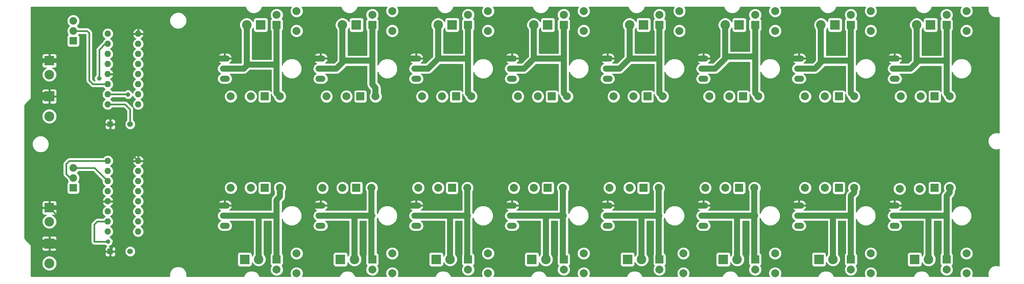
<source format=gbr>
G04 #@! TF.FileFunction,Copper,L2,Bot,Signal*
%FSLAX46Y46*%
G04 Gerber Fmt 4.6, Leading zero omitted, Abs format (unit mm)*
G04 Created by KiCad (PCBNEW 4.0.2-stable) date 2016년 11월 18일 금요일 PM 04:17:21*
%MOMM*%
G01*
G04 APERTURE LIST*
%ADD10C,0.100000*%
%ADD11R,1.900000X1.900000*%
%ADD12C,1.900000*%
%ADD13C,2.400000*%
%ADD14R,2.400000X2.400000*%
%ADD15R,2.500000X2.500000*%
%ADD16C,2.500000*%
%ADD17C,1.998980*%
%ADD18O,1.600000X1.600000*%
%ADD19R,1.400000X1.400000*%
%ADD20C,1.400000*%
%ADD21R,1.998980X1.998980*%
%ADD22R,2.000000X2.000000*%
%ADD23C,2.000000*%
%ADD24O,2.499360X1.501140*%
%ADD25C,1.143000*%
%ADD26C,1.500000*%
%ADD27C,2.000000*%
%ADD28C,1.143000*%
%ADD29C,0.431000*%
%ADD30C,0.254000*%
G04 APERTURE END LIST*
D10*
D11*
X38200000Y-108600000D03*
D12*
X38200000Y-106100000D03*
X38200000Y-103600000D03*
D11*
X38200000Y-71600000D03*
D12*
X38200000Y-69100000D03*
X38200000Y-66600000D03*
D13*
X32200000Y-117100000D03*
D14*
X32200000Y-113600000D03*
D15*
X32200000Y-122600000D03*
D16*
X32200000Y-127600000D03*
D17*
X262200000Y-64100640D03*
X262200000Y-69101900D03*
D18*
X54470000Y-119600000D03*
X54470000Y-117060000D03*
X54470000Y-114520000D03*
X54470000Y-111980000D03*
X54470000Y-109440000D03*
X54470000Y-106900000D03*
X54470000Y-104360000D03*
X54470000Y-101820000D03*
X46850000Y-101820000D03*
X46850000Y-104360000D03*
X46850000Y-106900000D03*
X46850000Y-109440000D03*
X46850000Y-111980000D03*
X46850000Y-114520000D03*
X46850000Y-117060000D03*
X46850000Y-119600000D03*
X54470000Y-87600000D03*
X54470000Y-85060000D03*
X54470000Y-82520000D03*
X54470000Y-79980000D03*
X54470000Y-77440000D03*
X54470000Y-74900000D03*
X54470000Y-72360000D03*
X54470000Y-69820000D03*
X46850000Y-69820000D03*
X46850000Y-72360000D03*
X46850000Y-74900000D03*
X46850000Y-77440000D03*
X46850000Y-79980000D03*
X46850000Y-82520000D03*
X46850000Y-85060000D03*
X46850000Y-87600000D03*
D19*
X47470000Y-92600000D03*
D20*
X52470000Y-92600000D03*
D19*
X47470000Y-124600000D03*
D20*
X52470000Y-124600000D03*
D17*
X258010000Y-85600000D03*
D21*
X254200000Y-85600000D03*
D17*
X234010000Y-85600000D03*
D21*
X230200000Y-85600000D03*
D17*
X210010000Y-85600000D03*
D21*
X206200000Y-85600000D03*
D17*
X186010000Y-85600000D03*
D21*
X182200000Y-85600000D03*
D17*
X162010000Y-85600000D03*
D21*
X158200000Y-85600000D03*
D17*
X138010000Y-85600000D03*
D21*
X134200000Y-85600000D03*
D17*
X114010000Y-85600000D03*
D21*
X110200000Y-85600000D03*
D17*
X90010000Y-85600000D03*
D21*
X86200000Y-85600000D03*
D17*
X90010000Y-108600000D03*
D21*
X86200000Y-108600000D03*
D17*
X113010000Y-108600000D03*
D21*
X109200000Y-108600000D03*
D17*
X137010000Y-108600000D03*
D21*
X133200000Y-108600000D03*
D17*
X161010000Y-108600000D03*
D21*
X157200000Y-108600000D03*
D17*
X185010000Y-108600000D03*
D21*
X181200000Y-108600000D03*
D17*
X209010000Y-108600000D03*
D21*
X205200000Y-108600000D03*
D17*
X234010000Y-108600000D03*
D21*
X230200000Y-108600000D03*
D17*
X258010000Y-108600000D03*
D21*
X254200000Y-108600000D03*
D22*
X257200000Y-67600000D03*
D23*
X257200000Y-65060000D03*
D22*
X233200000Y-67600000D03*
D23*
X233200000Y-65060000D03*
D22*
X209200000Y-67600000D03*
D23*
X209200000Y-65060000D03*
D22*
X185200000Y-67600000D03*
D23*
X185200000Y-65060000D03*
D22*
X161200000Y-67600000D03*
D23*
X161200000Y-65060000D03*
D22*
X137200000Y-67600000D03*
D23*
X137200000Y-65060000D03*
D22*
X113200000Y-67600000D03*
D23*
X113200000Y-65060000D03*
D22*
X89200000Y-67600000D03*
D23*
X89200000Y-65060000D03*
D22*
X89200000Y-126600000D03*
D23*
X89200000Y-129140000D03*
D22*
X113200000Y-126600000D03*
D23*
X113200000Y-129140000D03*
D22*
X137200000Y-126600000D03*
D23*
X137200000Y-129140000D03*
D22*
X161200000Y-126600000D03*
D23*
X161200000Y-129140000D03*
D22*
X185200000Y-126600000D03*
D23*
X185200000Y-129140000D03*
D22*
X209200000Y-126600000D03*
D23*
X209200000Y-129140000D03*
D22*
X233200000Y-126600000D03*
D23*
X233200000Y-129140000D03*
D22*
X257200000Y-126600000D03*
D23*
X257200000Y-129140000D03*
D13*
X249700000Y-67600000D03*
D14*
X253200000Y-67600000D03*
D13*
X225700000Y-67600000D03*
D14*
X229200000Y-67600000D03*
D13*
X201700000Y-67600000D03*
D14*
X205200000Y-67600000D03*
D13*
X177700000Y-67600000D03*
D14*
X181200000Y-67600000D03*
D13*
X153700000Y-67600000D03*
D14*
X157200000Y-67600000D03*
D13*
X129700000Y-67600000D03*
D14*
X133200000Y-67600000D03*
D13*
X105700000Y-67600000D03*
D14*
X109200000Y-67600000D03*
D13*
X81700000Y-67600000D03*
D14*
X85200000Y-67600000D03*
D13*
X84700000Y-126600000D03*
D14*
X81200000Y-126600000D03*
D13*
X108700000Y-126600000D03*
D14*
X105200000Y-126600000D03*
D13*
X132700000Y-126600000D03*
D14*
X129200000Y-126600000D03*
D13*
X156700000Y-126600000D03*
D14*
X153200000Y-126600000D03*
D13*
X180700000Y-126600000D03*
D14*
X177200000Y-126600000D03*
D13*
X204700000Y-126600000D03*
D14*
X201200000Y-126600000D03*
D13*
X228700000Y-126600000D03*
D14*
X225200000Y-126600000D03*
D13*
X252700000Y-126600000D03*
D14*
X249200000Y-126600000D03*
D13*
X32200000Y-80100000D03*
D14*
X32200000Y-76600000D03*
D15*
X32200000Y-85600000D03*
D16*
X32200000Y-90600000D03*
D17*
X238200000Y-64100640D03*
X238200000Y-69101900D03*
X214200000Y-64100640D03*
X214200000Y-69101900D03*
X190200000Y-64100640D03*
X190200000Y-69101900D03*
X166200000Y-64100640D03*
X166200000Y-69101900D03*
X142200000Y-64100640D03*
X142200000Y-69101900D03*
X118200000Y-64100640D03*
X118200000Y-69101900D03*
X94200000Y-64100640D03*
X94200000Y-69101900D03*
X245700640Y-85600000D03*
X250701900Y-85600000D03*
X221700640Y-85600000D03*
X226701900Y-85600000D03*
X197700640Y-85600000D03*
X202701900Y-85600000D03*
X173700640Y-85600000D03*
X178701900Y-85600000D03*
X149700640Y-85600000D03*
X154701900Y-85600000D03*
X125700640Y-85600000D03*
X130701900Y-85600000D03*
X101700640Y-85600000D03*
X106701900Y-85600000D03*
X77700640Y-85600000D03*
X82701900Y-85600000D03*
X94200000Y-130099360D03*
X94200000Y-125098100D03*
X118200000Y-130099360D03*
X118200000Y-125098100D03*
X142200000Y-130099360D03*
X142200000Y-125098100D03*
X166200000Y-130099360D03*
X166200000Y-125098100D03*
X191200000Y-130099360D03*
X191200000Y-125098100D03*
X214200000Y-130099360D03*
X214200000Y-125098100D03*
X238200000Y-130099360D03*
X238200000Y-125098100D03*
X262200000Y-130099360D03*
X262200000Y-125098100D03*
X77700640Y-108600000D03*
X82701900Y-108600000D03*
X100700640Y-108600000D03*
X105701900Y-108600000D03*
X124700640Y-108600000D03*
X129701900Y-108600000D03*
X148700640Y-108600000D03*
X153701900Y-108600000D03*
X172700640Y-108600000D03*
X177701900Y-108600000D03*
X196700640Y-108600000D03*
X201701900Y-108600000D03*
X221700640Y-108600000D03*
X226701900Y-108600000D03*
X245450640Y-108850000D03*
X250451900Y-108850000D03*
D24*
X244200000Y-78600000D03*
X244200000Y-76060000D03*
X244200000Y-81140000D03*
X220200000Y-78600000D03*
X220200000Y-76060000D03*
X220200000Y-81140000D03*
X196200000Y-78600000D03*
X196200000Y-76060000D03*
X196200000Y-81140000D03*
X172200000Y-78600000D03*
X172200000Y-76060000D03*
X172200000Y-81140000D03*
X148200000Y-78600000D03*
X148200000Y-76060000D03*
X148200000Y-81140000D03*
X124200000Y-78600000D03*
X124200000Y-76060000D03*
X124200000Y-81140000D03*
X100200000Y-78600000D03*
X100200000Y-76060000D03*
X100200000Y-81140000D03*
X76200000Y-78600000D03*
X76200000Y-76060000D03*
X76200000Y-81140000D03*
X76200000Y-115600000D03*
X76200000Y-113060000D03*
X76200000Y-118140000D03*
X100200000Y-115600000D03*
X100200000Y-113060000D03*
X100200000Y-118140000D03*
X124200000Y-115600000D03*
X124200000Y-113060000D03*
X124200000Y-118140000D03*
X148200000Y-115600000D03*
X148200000Y-113060000D03*
X148200000Y-118140000D03*
X172200000Y-115600000D03*
X172200000Y-113060000D03*
X172200000Y-118140000D03*
X196200000Y-115600000D03*
X196200000Y-113060000D03*
X196200000Y-118140000D03*
X220200000Y-115600000D03*
X220200000Y-113060000D03*
X220200000Y-118140000D03*
X244200000Y-115600000D03*
X244200000Y-113060000D03*
X244200000Y-118140000D03*
D25*
X44700000Y-81100000D03*
X51950000Y-85100000D03*
X46950000Y-122100000D03*
D26*
X76200000Y-113060000D02*
X70950000Y-113060000D01*
X70950000Y-113060000D02*
X70950000Y-113100000D01*
X100200000Y-113060000D02*
X97160000Y-113060000D01*
X96950000Y-112850000D02*
X96950000Y-97100000D01*
X97160000Y-113060000D02*
X96950000Y-112850000D01*
X124200000Y-113060000D02*
X121160000Y-113060000D01*
X120700000Y-112600000D02*
X120700000Y-97100000D01*
X121160000Y-113060000D02*
X120700000Y-112600000D01*
X148200000Y-113060000D02*
X145240000Y-113060000D01*
X145200000Y-113020000D02*
X145200000Y-97100000D01*
X145240000Y-113060000D02*
X145200000Y-113020000D01*
X172200000Y-113060000D02*
X169240000Y-113060000D01*
X168950000Y-112770000D02*
X168950000Y-97100000D01*
X169240000Y-113060000D02*
X168950000Y-112770000D01*
X196200000Y-113060000D02*
X192910000Y-113060000D01*
X192450000Y-112600000D02*
X192450000Y-97100000D01*
X192910000Y-113060000D02*
X192450000Y-112600000D01*
X220200000Y-113060000D02*
X218160000Y-113060000D01*
X216700000Y-111600000D02*
X216700000Y-97100000D01*
X218160000Y-113060000D02*
X216700000Y-111600000D01*
X244200000Y-113060000D02*
X242910000Y-113060000D01*
X240950000Y-111100000D02*
X240950000Y-97100000D01*
X242910000Y-113060000D02*
X240950000Y-111100000D01*
X244200000Y-76060000D02*
X241740000Y-76060000D01*
D27*
X240950000Y-97100000D02*
X216700000Y-97100000D01*
D26*
X240950000Y-76850000D02*
X240950000Y-97100000D01*
X241740000Y-76060000D02*
X240950000Y-76850000D01*
X220200000Y-76060000D02*
X217490000Y-76060000D01*
X216700000Y-76850000D02*
X216700000Y-97100000D01*
X217490000Y-76060000D02*
X216700000Y-76850000D01*
X196200000Y-76060000D02*
X193490000Y-76060000D01*
X192450000Y-77100000D02*
X192450000Y-97100000D01*
X193490000Y-76060000D02*
X192450000Y-77100000D01*
X172200000Y-76060000D02*
X169490000Y-76060000D01*
X168950000Y-76600000D02*
X168950000Y-97100000D01*
X169490000Y-76060000D02*
X168950000Y-76600000D01*
X148200000Y-76060000D02*
X145490000Y-76060000D01*
X145200000Y-76350000D02*
X145200000Y-97100000D01*
X145490000Y-76060000D02*
X145200000Y-76350000D01*
X124200000Y-76060000D02*
X121740000Y-76060000D01*
X120700000Y-77100000D02*
X120700000Y-97100000D01*
X121740000Y-76060000D02*
X120700000Y-77100000D01*
X100200000Y-76060000D02*
X96990000Y-76060000D01*
X96950000Y-76100000D02*
X96950000Y-97100000D01*
X96990000Y-76060000D02*
X96950000Y-76100000D01*
X77700000Y-97100000D02*
X77700000Y-96850000D01*
X72740000Y-76060000D02*
X76200000Y-76060000D01*
X72450000Y-76350000D02*
X72740000Y-76060000D01*
X72450000Y-91600000D02*
X72450000Y-76350000D01*
X77700000Y-96850000D02*
X72450000Y-91600000D01*
D28*
X32200000Y-76600000D02*
X30450000Y-76600000D01*
X29700000Y-77350000D02*
X29700000Y-85600000D01*
X30450000Y-76600000D02*
X29700000Y-77350000D01*
D27*
X32200000Y-122600000D02*
X33700000Y-122600000D01*
X77700000Y-97100000D02*
X96950000Y-97100000D01*
X96950000Y-97100000D02*
X120700000Y-97100000D01*
X120700000Y-97100000D02*
X145200000Y-97100000D01*
X145200000Y-97100000D02*
X168950000Y-97100000D01*
X168950000Y-97100000D02*
X192450000Y-97100000D01*
X192450000Y-97100000D02*
X216700000Y-97100000D01*
X70950000Y-103850000D02*
X77700000Y-97100000D01*
X70950000Y-122350000D02*
X70950000Y-113100000D01*
X70950000Y-113100000D02*
X70950000Y-103850000D01*
X65000000Y-127000000D02*
X70950000Y-122350000D01*
X39000000Y-127000000D02*
X65000000Y-127000000D01*
X33700000Y-122600000D02*
X39000000Y-127000000D01*
X32200000Y-85600000D02*
X29700000Y-85600000D01*
X29700000Y-85600000D02*
X29450000Y-85600000D01*
X29450000Y-85600000D02*
X26950000Y-88100000D01*
X26950000Y-88100000D02*
X26950000Y-121100000D01*
X26950000Y-121100000D02*
X28450000Y-122600000D01*
X28450000Y-122600000D02*
X32200000Y-122600000D01*
D29*
X47470000Y-124600000D02*
X39700000Y-124600000D01*
X34700000Y-116100000D02*
X32200000Y-113600000D01*
X34700000Y-119600000D02*
X34700000Y-116100000D01*
X39700000Y-124600000D02*
X34700000Y-119600000D01*
X48570000Y-111980000D02*
X48570000Y-122980000D01*
X48570000Y-122980000D02*
X47470000Y-124080000D01*
X47470000Y-124080000D02*
X47470000Y-124600000D01*
X46850000Y-111980000D02*
X48570000Y-111980000D01*
X51980000Y-101820000D02*
X54470000Y-101820000D01*
X50950000Y-102850000D02*
X51980000Y-101820000D01*
X50950000Y-109600000D02*
X50950000Y-102850000D01*
X48570000Y-111980000D02*
X50950000Y-109600000D01*
X47470000Y-92600000D02*
X49700000Y-92600000D01*
X50450000Y-97800000D02*
X54470000Y-101820000D01*
X50450000Y-93350000D02*
X50450000Y-97800000D01*
X49700000Y-92600000D02*
X50450000Y-93350000D01*
X54470000Y-69820000D02*
X51480000Y-69820000D01*
X50570000Y-79980000D02*
X46850000Y-79980000D01*
X51200000Y-79350000D02*
X50570000Y-79980000D01*
X51200000Y-70100000D02*
X51200000Y-79350000D01*
X51480000Y-69820000D02*
X51200000Y-70100000D01*
X34200000Y-76600000D02*
X34200000Y-75350000D01*
X54470000Y-65120000D02*
X54470000Y-69820000D01*
X54200000Y-64850000D02*
X54470000Y-65120000D01*
X37200000Y-64850000D02*
X54200000Y-64850000D01*
X36450000Y-65600000D02*
X37200000Y-64850000D01*
X36450000Y-73100000D02*
X36450000Y-65600000D01*
X34200000Y-75350000D02*
X36450000Y-73100000D01*
D28*
X32200000Y-76600000D02*
X34200000Y-76600000D01*
X34200000Y-113600000D02*
X32200000Y-113600000D01*
X34200000Y-76600000D02*
X35200000Y-77600000D01*
X35200000Y-77600000D02*
X35200000Y-112600000D01*
X35200000Y-112600000D02*
X34200000Y-113600000D01*
D29*
X31470000Y-76100000D02*
X31350000Y-76100000D01*
X46850000Y-72360000D02*
X46190000Y-72360000D01*
X46190000Y-72360000D02*
X44700000Y-73850000D01*
X44700000Y-73850000D02*
X44700000Y-81100000D01*
X52470000Y-92600000D02*
X52470000Y-88870000D01*
X51200000Y-87600000D02*
X46850000Y-87600000D01*
X52470000Y-88870000D02*
X51200000Y-87600000D01*
X46660000Y-72360000D02*
X46850000Y-72360000D01*
D26*
X249700000Y-67600000D02*
X249700000Y-76600000D01*
X249700000Y-76600000D02*
X257200000Y-76600000D01*
X257200000Y-67600000D02*
X257200000Y-76600000D01*
X257200000Y-76600000D02*
X257200000Y-84790000D01*
X257200000Y-84790000D02*
X258010000Y-85600000D01*
X244200000Y-78600000D02*
X248200000Y-78600000D01*
X249700000Y-77100000D02*
X249700000Y-76600000D01*
X248200000Y-78600000D02*
X249700000Y-77100000D01*
X225700000Y-67600000D02*
X225700000Y-76600000D01*
X225700000Y-76600000D02*
X233200000Y-76600000D01*
X233200000Y-67600000D02*
X233200000Y-76600000D01*
X233200000Y-76600000D02*
X233200000Y-84790000D01*
X233200000Y-84790000D02*
X234010000Y-85600000D01*
X220200000Y-78600000D02*
X224200000Y-78600000D01*
X225700000Y-77100000D02*
X225700000Y-76600000D01*
X224200000Y-78600000D02*
X225700000Y-77100000D01*
X201700000Y-67600000D02*
X201700000Y-75600000D01*
X201700000Y-75600000D02*
X209200000Y-75600000D01*
X209200000Y-67600000D02*
X209200000Y-75600000D01*
X209200000Y-75600000D02*
X209200000Y-84790000D01*
X209200000Y-84790000D02*
X210010000Y-85600000D01*
X196200000Y-78600000D02*
X199200000Y-78600000D01*
X201700000Y-76100000D02*
X201700000Y-75600000D01*
X199200000Y-78600000D02*
X201700000Y-76100000D01*
X177700000Y-67600000D02*
X177700000Y-76100000D01*
X177700000Y-76100000D02*
X185200000Y-76100000D01*
X185200000Y-76100000D02*
X185200000Y-75600000D01*
X185200000Y-67600000D02*
X185200000Y-75600000D01*
X185200000Y-75600000D02*
X185200000Y-84790000D01*
X185200000Y-84790000D02*
X186010000Y-85600000D01*
X172200000Y-78600000D02*
X175200000Y-78600000D01*
X175200000Y-78600000D02*
X177700000Y-76100000D01*
X153700000Y-67600000D02*
X153700000Y-76100000D01*
X153700000Y-76100000D02*
X161200000Y-76100000D01*
X161200000Y-76100000D02*
X161200000Y-76600000D01*
X161200000Y-67600000D02*
X161200000Y-76600000D01*
X161200000Y-76600000D02*
X161200000Y-84790000D01*
X161200000Y-84790000D02*
X162010000Y-85600000D01*
X148200000Y-78600000D02*
X151200000Y-78600000D01*
X151200000Y-78600000D02*
X153700000Y-76100000D01*
X129700000Y-67600000D02*
X129700000Y-76100000D01*
X129700000Y-76100000D02*
X137200000Y-76100000D01*
X137200000Y-76100000D02*
X137200000Y-75600000D01*
X137200000Y-67600000D02*
X137200000Y-75600000D01*
X137200000Y-75600000D02*
X137200000Y-84790000D01*
X137200000Y-84790000D02*
X138010000Y-85600000D01*
X124200000Y-78600000D02*
X127200000Y-78600000D01*
X127200000Y-78600000D02*
X129700000Y-76100000D01*
X105700000Y-67600000D02*
X105700000Y-76600000D01*
X105700000Y-76600000D02*
X113200000Y-76600000D01*
X114010000Y-85600000D02*
X114010000Y-83410000D01*
X114010000Y-83410000D02*
X113200000Y-82600000D01*
X113200000Y-82600000D02*
X113200000Y-76600000D01*
X113200000Y-76600000D02*
X113200000Y-67600000D01*
X100200000Y-78600000D02*
X104200000Y-78600000D01*
X105700000Y-77100000D02*
X105700000Y-76600000D01*
X104200000Y-78600000D02*
X105700000Y-77100000D01*
X81700000Y-67600000D02*
X81700000Y-77600000D01*
X81700000Y-77600000D02*
X89200000Y-77600000D01*
X89200000Y-67600000D02*
X89200000Y-77600000D01*
X89200000Y-77600000D02*
X89200000Y-84790000D01*
X89200000Y-84790000D02*
X90010000Y-85600000D01*
X76200000Y-78600000D02*
X80950000Y-78600000D01*
X81700000Y-77850000D02*
X81700000Y-77600000D01*
X80950000Y-78600000D02*
X81700000Y-77850000D01*
X84700000Y-126600000D02*
X84700000Y-115600000D01*
X84700000Y-115600000D02*
X84200000Y-115600000D01*
X76200000Y-115600000D02*
X84200000Y-115600000D01*
X84200000Y-115600000D02*
X89200000Y-115600000D01*
X90010000Y-108600000D02*
X90010000Y-110790000D01*
X89200000Y-111600000D02*
X89200000Y-115600000D01*
X89200000Y-115600000D02*
X89200000Y-126600000D01*
X90010000Y-110790000D02*
X89200000Y-111600000D01*
X108700000Y-126600000D02*
X108700000Y-115600000D01*
X108700000Y-115600000D02*
X109200000Y-115600000D01*
X100200000Y-115600000D02*
X109200000Y-115600000D01*
X109200000Y-115600000D02*
X113010000Y-115600000D01*
X113010000Y-115600000D02*
X113200000Y-115600000D01*
X113200000Y-115600000D02*
X113010000Y-115600000D01*
X113010000Y-108600000D02*
X113010000Y-115600000D01*
X113010000Y-115600000D02*
X113010000Y-126410000D01*
X113010000Y-126410000D02*
X113200000Y-126600000D01*
X132700000Y-126600000D02*
X132700000Y-115600000D01*
X132700000Y-115600000D02*
X132200000Y-115600000D01*
X124200000Y-115600000D02*
X132200000Y-115600000D01*
X132200000Y-115600000D02*
X137010000Y-115600000D01*
X137010000Y-115600000D02*
X137200000Y-115600000D01*
X137200000Y-115600000D02*
X137010000Y-115600000D01*
X137010000Y-108600000D02*
X137010000Y-115600000D01*
X137010000Y-115600000D02*
X137010000Y-126410000D01*
X137010000Y-126410000D02*
X137200000Y-126600000D01*
X156700000Y-126600000D02*
X156700000Y-115600000D01*
X156700000Y-115600000D02*
X157200000Y-115600000D01*
X148200000Y-115600000D02*
X157200000Y-115600000D01*
X157200000Y-115600000D02*
X161010000Y-115600000D01*
X161010000Y-115600000D02*
X161200000Y-115600000D01*
X161200000Y-115600000D02*
X161010000Y-115600000D01*
X161010000Y-108600000D02*
X161010000Y-115600000D01*
X161010000Y-115600000D02*
X161010000Y-126410000D01*
X161010000Y-126410000D02*
X161200000Y-126600000D01*
X180700000Y-126600000D02*
X180700000Y-116100000D01*
X180700000Y-116100000D02*
X181200000Y-115600000D01*
X180700000Y-115600000D02*
X181200000Y-115600000D01*
X172200000Y-115600000D02*
X181200000Y-115600000D01*
X181200000Y-115600000D02*
X185010000Y-115600000D01*
X185010000Y-115600000D02*
X185200000Y-115600000D01*
X185200000Y-115600000D02*
X185010000Y-115600000D01*
X185010000Y-108600000D02*
X185010000Y-115600000D01*
X185010000Y-115600000D02*
X185010000Y-126410000D01*
X185010000Y-126410000D02*
X185200000Y-126600000D01*
X204700000Y-126600000D02*
X204700000Y-115600000D01*
X204700000Y-115600000D02*
X204200000Y-115600000D01*
X196200000Y-115600000D02*
X204200000Y-115600000D01*
X204200000Y-115600000D02*
X209010000Y-115600000D01*
X209010000Y-115600000D02*
X209200000Y-115600000D01*
X209200000Y-115600000D02*
X209010000Y-115600000D01*
X209010000Y-108600000D02*
X209010000Y-115600000D01*
X209010000Y-115600000D02*
X209010000Y-126410000D01*
X209010000Y-126410000D02*
X209200000Y-126600000D01*
X228700000Y-126600000D02*
X228700000Y-116100000D01*
X228700000Y-116100000D02*
X228200000Y-115600000D01*
X228700000Y-115600000D02*
X228200000Y-115600000D01*
X220200000Y-115600000D02*
X228200000Y-115600000D01*
X228200000Y-115600000D02*
X233200000Y-115600000D01*
X234010000Y-108600000D02*
X234010000Y-109790000D01*
X233200000Y-110600000D02*
X233200000Y-115600000D01*
X233200000Y-115600000D02*
X233200000Y-126600000D01*
X234010000Y-109790000D02*
X233200000Y-110600000D01*
X252700000Y-126600000D02*
X252700000Y-116100000D01*
X252700000Y-116100000D02*
X252200000Y-115600000D01*
X252700000Y-115600000D02*
X252200000Y-115600000D01*
X244200000Y-115600000D02*
X252200000Y-115600000D01*
X252200000Y-115600000D02*
X257200000Y-115600000D01*
X258010000Y-108600000D02*
X258010000Y-109790000D01*
X257200000Y-110600000D02*
X257200000Y-115600000D01*
X257200000Y-115600000D02*
X257200000Y-126600000D01*
X258010000Y-109790000D02*
X257200000Y-110600000D01*
D29*
X38200000Y-69100000D02*
X41700000Y-69100000D01*
X43120000Y-82520000D02*
X46850000Y-82520000D01*
X42200000Y-81600000D02*
X43120000Y-82520000D01*
X42200000Y-69600000D02*
X42200000Y-81600000D01*
X41700000Y-69100000D02*
X42200000Y-69600000D01*
X38200000Y-103600000D02*
X43550000Y-103600000D01*
X43550000Y-103600000D02*
X46850000Y-106900000D01*
X38200000Y-106100000D02*
X37450000Y-106100000D01*
X37450000Y-106100000D02*
X36450000Y-105100000D01*
X36450000Y-105100000D02*
X36450000Y-102600000D01*
X36450000Y-102600000D02*
X37230000Y-101820000D01*
X37230000Y-101820000D02*
X46850000Y-101820000D01*
X46850000Y-85060000D02*
X51910000Y-85060000D01*
X51910000Y-85060000D02*
X51950000Y-85100000D01*
X46850000Y-117060000D02*
X44240000Y-117060000D01*
X43450000Y-122100000D02*
X46950000Y-122100000D01*
X43450000Y-117850000D02*
X43450000Y-122100000D01*
X44240000Y-117060000D02*
X43450000Y-117850000D01*
D30*
G36*
X81638980Y-63807800D02*
X82239041Y-64408909D01*
X83023459Y-64734628D01*
X83872815Y-64735370D01*
X84657800Y-64411020D01*
X85258909Y-63810959D01*
X85542914Y-63127000D01*
X92861802Y-63127000D01*
X92815154Y-63173567D01*
X92565794Y-63774093D01*
X92565226Y-64424334D01*
X92813538Y-65025295D01*
X93272927Y-65485486D01*
X93873453Y-65734846D01*
X94523694Y-65735414D01*
X95124655Y-65487102D01*
X95584846Y-65027713D01*
X95834206Y-64427187D01*
X95834774Y-63776946D01*
X95586462Y-63175985D01*
X95537562Y-63127000D01*
X105357678Y-63127000D01*
X105638980Y-63807800D01*
X106239041Y-64408909D01*
X107023459Y-64734628D01*
X107872815Y-64735370D01*
X108657800Y-64411020D01*
X109258909Y-63810959D01*
X109542914Y-63127000D01*
X116861802Y-63127000D01*
X116815154Y-63173567D01*
X116565794Y-63774093D01*
X116565226Y-64424334D01*
X116813538Y-65025295D01*
X117272927Y-65485486D01*
X117873453Y-65734846D01*
X118523694Y-65735414D01*
X119124655Y-65487102D01*
X119584846Y-65027713D01*
X119834206Y-64427187D01*
X119834774Y-63776946D01*
X119586462Y-63175985D01*
X119537562Y-63127000D01*
X129357678Y-63127000D01*
X129638980Y-63807800D01*
X130239041Y-64408909D01*
X131023459Y-64734628D01*
X131872815Y-64735370D01*
X132657800Y-64411020D01*
X133258909Y-63810959D01*
X133542914Y-63127000D01*
X140861802Y-63127000D01*
X140815154Y-63173567D01*
X140565794Y-63774093D01*
X140565226Y-64424334D01*
X140813538Y-65025295D01*
X141272927Y-65485486D01*
X141873453Y-65734846D01*
X142523694Y-65735414D01*
X143124655Y-65487102D01*
X143584846Y-65027713D01*
X143834206Y-64427187D01*
X143834774Y-63776946D01*
X143586462Y-63175985D01*
X143537562Y-63127000D01*
X153357678Y-63127000D01*
X153638980Y-63807800D01*
X154239041Y-64408909D01*
X155023459Y-64734628D01*
X155872815Y-64735370D01*
X156657800Y-64411020D01*
X157258909Y-63810959D01*
X157542914Y-63127000D01*
X164861802Y-63127000D01*
X164815154Y-63173567D01*
X164565794Y-63774093D01*
X164565226Y-64424334D01*
X164813538Y-65025295D01*
X165272927Y-65485486D01*
X165873453Y-65734846D01*
X166523694Y-65735414D01*
X167124655Y-65487102D01*
X167584846Y-65027713D01*
X167834206Y-64427187D01*
X167834774Y-63776946D01*
X167586462Y-63175985D01*
X167537562Y-63127000D01*
X177357678Y-63127000D01*
X177638980Y-63807800D01*
X178239041Y-64408909D01*
X179023459Y-64734628D01*
X179872815Y-64735370D01*
X180657800Y-64411020D01*
X181258909Y-63810959D01*
X181542914Y-63127000D01*
X188861802Y-63127000D01*
X188815154Y-63173567D01*
X188565794Y-63774093D01*
X188565226Y-64424334D01*
X188813538Y-65025295D01*
X189272927Y-65485486D01*
X189873453Y-65734846D01*
X190523694Y-65735414D01*
X191124655Y-65487102D01*
X191584846Y-65027713D01*
X191834206Y-64427187D01*
X191834774Y-63776946D01*
X191586462Y-63175985D01*
X191537562Y-63127000D01*
X201357678Y-63127000D01*
X201638980Y-63807800D01*
X202239041Y-64408909D01*
X203023459Y-64734628D01*
X203872815Y-64735370D01*
X204657800Y-64411020D01*
X205258909Y-63810959D01*
X205542914Y-63127000D01*
X212861802Y-63127000D01*
X212815154Y-63173567D01*
X212565794Y-63774093D01*
X212565226Y-64424334D01*
X212813538Y-65025295D01*
X213272927Y-65485486D01*
X213873453Y-65734846D01*
X214523694Y-65735414D01*
X215124655Y-65487102D01*
X215584846Y-65027713D01*
X215834206Y-64427187D01*
X215834774Y-63776946D01*
X215586462Y-63175985D01*
X215537562Y-63127000D01*
X225357678Y-63127000D01*
X225638980Y-63807800D01*
X226239041Y-64408909D01*
X227023459Y-64734628D01*
X227872815Y-64735370D01*
X228657800Y-64411020D01*
X229258909Y-63810959D01*
X229542914Y-63127000D01*
X236861802Y-63127000D01*
X236815154Y-63173567D01*
X236565794Y-63774093D01*
X236565226Y-64424334D01*
X236813538Y-65025295D01*
X237272927Y-65485486D01*
X237873453Y-65734846D01*
X238523694Y-65735414D01*
X239124655Y-65487102D01*
X239584846Y-65027713D01*
X239834206Y-64427187D01*
X239834774Y-63776946D01*
X239586462Y-63175985D01*
X239537562Y-63127000D01*
X249357678Y-63127000D01*
X249638980Y-63807800D01*
X250239041Y-64408909D01*
X251023459Y-64734628D01*
X251872815Y-64735370D01*
X252657800Y-64411020D01*
X253258909Y-63810959D01*
X253542914Y-63127000D01*
X260861802Y-63127000D01*
X260815154Y-63173567D01*
X260565794Y-63774093D01*
X260565226Y-64424334D01*
X260813538Y-65025295D01*
X261272927Y-65485486D01*
X261873453Y-65734846D01*
X262523694Y-65735414D01*
X263124655Y-65487102D01*
X263584846Y-65027713D01*
X263834206Y-64427187D01*
X263834774Y-63776946D01*
X263586462Y-63175985D01*
X263537562Y-63127000D01*
X267605425Y-63127000D01*
X267565372Y-63223459D01*
X267564630Y-64072815D01*
X267888980Y-64857800D01*
X268489041Y-65458909D01*
X269273459Y-65784628D01*
X270122815Y-65785370D01*
X270373000Y-65681995D01*
X270373000Y-94817711D01*
X270126541Y-94715372D01*
X269277185Y-94714630D01*
X268492200Y-95038980D01*
X267891091Y-95639041D01*
X267565372Y-96423459D01*
X267564630Y-97272815D01*
X267888980Y-98057800D01*
X268489041Y-98658909D01*
X269273459Y-98984628D01*
X270122815Y-98985370D01*
X270373000Y-98881995D01*
X270373000Y-128217711D01*
X270126541Y-128115372D01*
X269277185Y-128114630D01*
X268492200Y-128438980D01*
X267891091Y-129039041D01*
X267565372Y-129823459D01*
X267564630Y-130672815D01*
X267647345Y-130873000D01*
X263648557Y-130873000D01*
X263834206Y-130425907D01*
X263834774Y-129775666D01*
X263586462Y-129174705D01*
X263127073Y-128714514D01*
X262526547Y-128465154D01*
X261876306Y-128464586D01*
X261275345Y-128712898D01*
X260815154Y-129172287D01*
X260565794Y-129772813D01*
X260565226Y-130423054D01*
X260751140Y-130873000D01*
X252959683Y-130873000D01*
X252761020Y-130392200D01*
X252160959Y-129791091D01*
X251376541Y-129465372D01*
X250527185Y-129464630D01*
X249742200Y-129788980D01*
X249141091Y-130389041D01*
X248940134Y-130873000D01*
X239648557Y-130873000D01*
X239834206Y-130425907D01*
X239834774Y-129775666D01*
X239586462Y-129174705D01*
X239127073Y-128714514D01*
X238526547Y-128465154D01*
X237876306Y-128464586D01*
X237275345Y-128712898D01*
X236815154Y-129172287D01*
X236565794Y-129772813D01*
X236565226Y-130423054D01*
X236751140Y-130873000D01*
X228959683Y-130873000D01*
X228761020Y-130392200D01*
X228160959Y-129791091D01*
X227376541Y-129465372D01*
X226527185Y-129464630D01*
X225742200Y-129788980D01*
X225141091Y-130389041D01*
X224940134Y-130873000D01*
X215648557Y-130873000D01*
X215834206Y-130425907D01*
X215834774Y-129775666D01*
X215586462Y-129174705D01*
X215127073Y-128714514D01*
X214526547Y-128465154D01*
X213876306Y-128464586D01*
X213275345Y-128712898D01*
X212815154Y-129172287D01*
X212565794Y-129772813D01*
X212565226Y-130423054D01*
X212751140Y-130873000D01*
X204959683Y-130873000D01*
X204761020Y-130392200D01*
X204160959Y-129791091D01*
X203376541Y-129465372D01*
X202527185Y-129464630D01*
X201742200Y-129788980D01*
X201141091Y-130389041D01*
X200940134Y-130873000D01*
X192648557Y-130873000D01*
X192834206Y-130425907D01*
X192834774Y-129775666D01*
X192586462Y-129174705D01*
X192127073Y-128714514D01*
X191526547Y-128465154D01*
X190876306Y-128464586D01*
X190275345Y-128712898D01*
X189815154Y-129172287D01*
X189565794Y-129772813D01*
X189565226Y-130423054D01*
X189751140Y-130873000D01*
X180959683Y-130873000D01*
X180761020Y-130392200D01*
X180160959Y-129791091D01*
X179376541Y-129465372D01*
X178527185Y-129464630D01*
X177742200Y-129788980D01*
X177141091Y-130389041D01*
X176940134Y-130873000D01*
X167648557Y-130873000D01*
X167834206Y-130425907D01*
X167834774Y-129775666D01*
X167586462Y-129174705D01*
X167127073Y-128714514D01*
X166526547Y-128465154D01*
X165876306Y-128464586D01*
X165275345Y-128712898D01*
X164815154Y-129172287D01*
X164565794Y-129772813D01*
X164565226Y-130423054D01*
X164751140Y-130873000D01*
X156959683Y-130873000D01*
X156761020Y-130392200D01*
X156160959Y-129791091D01*
X155376541Y-129465372D01*
X154527185Y-129464630D01*
X153742200Y-129788980D01*
X153141091Y-130389041D01*
X152940134Y-130873000D01*
X143648557Y-130873000D01*
X143834206Y-130425907D01*
X143834774Y-129775666D01*
X143586462Y-129174705D01*
X143127073Y-128714514D01*
X142526547Y-128465154D01*
X141876306Y-128464586D01*
X141275345Y-128712898D01*
X140815154Y-129172287D01*
X140565794Y-129772813D01*
X140565226Y-130423054D01*
X140751140Y-130873000D01*
X132959683Y-130873000D01*
X132761020Y-130392200D01*
X132160959Y-129791091D01*
X131376541Y-129465372D01*
X130527185Y-129464630D01*
X129742200Y-129788980D01*
X129141091Y-130389041D01*
X128940134Y-130873000D01*
X119648557Y-130873000D01*
X119834206Y-130425907D01*
X119834774Y-129775666D01*
X119586462Y-129174705D01*
X119127073Y-128714514D01*
X118526547Y-128465154D01*
X117876306Y-128464586D01*
X117275345Y-128712898D01*
X116815154Y-129172287D01*
X116565794Y-129772813D01*
X116565226Y-130423054D01*
X116751140Y-130873000D01*
X108959683Y-130873000D01*
X108761020Y-130392200D01*
X108160959Y-129791091D01*
X107376541Y-129465372D01*
X106527185Y-129464630D01*
X105742200Y-129788980D01*
X105141091Y-130389041D01*
X104940134Y-130873000D01*
X95648557Y-130873000D01*
X95834206Y-130425907D01*
X95834774Y-129775666D01*
X95586462Y-129174705D01*
X95127073Y-128714514D01*
X94526547Y-128465154D01*
X93876306Y-128464586D01*
X93275345Y-128712898D01*
X92815154Y-129172287D01*
X92565794Y-129772813D01*
X92565226Y-130423054D01*
X92751140Y-130873000D01*
X84959683Y-130873000D01*
X84761020Y-130392200D01*
X84160959Y-129791091D01*
X83376541Y-129465372D01*
X82527185Y-129464630D01*
X81742200Y-129788980D01*
X81141091Y-130389041D01*
X80940134Y-130873000D01*
X66634675Y-130873000D01*
X66635370Y-130077185D01*
X66311020Y-129292200D01*
X65710959Y-128691091D01*
X64926541Y-128365372D01*
X64077185Y-128364630D01*
X63292200Y-128688980D01*
X62691091Y-129289041D01*
X62365372Y-130073459D01*
X62364674Y-130873000D01*
X27627000Y-130873000D01*
X27627000Y-127973305D01*
X30314674Y-127973305D01*
X30601043Y-128666372D01*
X31130839Y-129197093D01*
X31823405Y-129484672D01*
X32573305Y-129485326D01*
X33266372Y-129198957D01*
X33797093Y-128669161D01*
X34084672Y-127976595D01*
X34085326Y-127226695D01*
X33798957Y-126533628D01*
X33269161Y-126002907D01*
X32576595Y-125715328D01*
X31826695Y-125714674D01*
X31133628Y-126001043D01*
X30602907Y-126530839D01*
X30315328Y-127223405D01*
X30314674Y-127973305D01*
X27627000Y-127973305D01*
X27627000Y-124885750D01*
X46135000Y-124885750D01*
X46135000Y-125426310D01*
X46231673Y-125659699D01*
X46410302Y-125838327D01*
X46643691Y-125935000D01*
X47184250Y-125935000D01*
X47343000Y-125776250D01*
X47343000Y-124727000D01*
X47597000Y-124727000D01*
X47597000Y-125776250D01*
X47755750Y-125935000D01*
X48296309Y-125935000D01*
X48529698Y-125838327D01*
X48708327Y-125659699D01*
X48805000Y-125426310D01*
X48805000Y-124885750D01*
X48783633Y-124864383D01*
X51134769Y-124864383D01*
X51337582Y-125355229D01*
X51712796Y-125731098D01*
X52203287Y-125934768D01*
X52734383Y-125935231D01*
X53225229Y-125732418D01*
X53601098Y-125357204D01*
X53804768Y-124866713D01*
X53805231Y-124335617D01*
X53602418Y-123844771D01*
X53227204Y-123468902D01*
X52736713Y-123265232D01*
X52205617Y-123264769D01*
X51714771Y-123467582D01*
X51338902Y-123842796D01*
X51135232Y-124333287D01*
X51134769Y-124864383D01*
X48783633Y-124864383D01*
X48646250Y-124727000D01*
X47597000Y-124727000D01*
X47343000Y-124727000D01*
X46293750Y-124727000D01*
X46135000Y-124885750D01*
X27627000Y-124885750D01*
X27627000Y-122885750D01*
X30315000Y-122885750D01*
X30315000Y-123976309D01*
X30411673Y-124209698D01*
X30590301Y-124388327D01*
X30823690Y-124485000D01*
X31914250Y-124485000D01*
X32073000Y-124326250D01*
X32073000Y-122727000D01*
X32327000Y-122727000D01*
X32327000Y-124326250D01*
X32485750Y-124485000D01*
X33576310Y-124485000D01*
X33809699Y-124388327D01*
X33988327Y-124209698D01*
X34085000Y-123976309D01*
X34085000Y-122885750D01*
X33926250Y-122727000D01*
X32327000Y-122727000D01*
X32073000Y-122727000D01*
X30473750Y-122727000D01*
X30315000Y-122885750D01*
X27627000Y-122885750D01*
X27627000Y-121223691D01*
X30315000Y-121223691D01*
X30315000Y-122314250D01*
X30473750Y-122473000D01*
X32073000Y-122473000D01*
X32073000Y-120873750D01*
X32327000Y-120873750D01*
X32327000Y-122473000D01*
X33926250Y-122473000D01*
X34085000Y-122314250D01*
X34085000Y-121223691D01*
X33988327Y-120990302D01*
X33809699Y-120811673D01*
X33576310Y-120715000D01*
X32485750Y-120715000D01*
X32327000Y-120873750D01*
X32073000Y-120873750D01*
X31914250Y-120715000D01*
X30823690Y-120715000D01*
X30590301Y-120811673D01*
X30411673Y-120990302D01*
X30315000Y-121223691D01*
X27627000Y-121223691D01*
X27627000Y-117463403D01*
X30364682Y-117463403D01*
X30643455Y-118138086D01*
X31159199Y-118654730D01*
X31833395Y-118934681D01*
X32563403Y-118935318D01*
X33238086Y-118656545D01*
X33754730Y-118140801D01*
X33875481Y-117850000D01*
X42599500Y-117850000D01*
X42599500Y-122100000D01*
X42664240Y-122425472D01*
X42848606Y-122701394D01*
X43124528Y-122885760D01*
X43450000Y-122950500D01*
X46094254Y-122950500D01*
X46265680Y-123122225D01*
X46626585Y-123272085D01*
X46410302Y-123361673D01*
X46231673Y-123540301D01*
X46135000Y-123773690D01*
X46135000Y-124314250D01*
X46293750Y-124473000D01*
X47343000Y-124473000D01*
X47343000Y-123423750D01*
X47597000Y-123423750D01*
X47597000Y-124473000D01*
X48646250Y-124473000D01*
X48805000Y-124314250D01*
X48805000Y-123773690D01*
X48708327Y-123540301D01*
X48529698Y-123361673D01*
X48296309Y-123265000D01*
X47755750Y-123265000D01*
X47597000Y-123423750D01*
X47343000Y-123423750D01*
X47215134Y-123295884D01*
X47632535Y-123123418D01*
X47972225Y-122784320D01*
X48156290Y-122341041D01*
X48156709Y-121861065D01*
X47973418Y-121417465D01*
X47634320Y-121077775D01*
X47319747Y-120947153D01*
X47427264Y-120925767D01*
X47892811Y-120614698D01*
X48203880Y-120149151D01*
X48313113Y-119600000D01*
X48203880Y-119050849D01*
X47892811Y-118585302D01*
X47510725Y-118330000D01*
X47892811Y-118074698D01*
X48203880Y-117609151D01*
X48313113Y-117060000D01*
X48203880Y-116510849D01*
X47892811Y-116045302D01*
X47510725Y-115790000D01*
X47892811Y-115534698D01*
X48203880Y-115069151D01*
X48313113Y-114520000D01*
X48203880Y-113970849D01*
X47892811Y-113505302D01*
X47488297Y-113235014D01*
X47705134Y-113132389D01*
X48081041Y-112717423D01*
X48241904Y-112329039D01*
X48119915Y-112107000D01*
X46977000Y-112107000D01*
X46977000Y-112127000D01*
X46723000Y-112127000D01*
X46723000Y-112107000D01*
X45580085Y-112107000D01*
X45458096Y-112329039D01*
X45618959Y-112717423D01*
X45994866Y-113132389D01*
X46211703Y-113235014D01*
X45807189Y-113505302D01*
X45496120Y-113970849D01*
X45386887Y-114520000D01*
X45496120Y-115069151D01*
X45807189Y-115534698D01*
X46189275Y-115790000D01*
X45807189Y-116045302D01*
X45697475Y-116209500D01*
X44240000Y-116209500D01*
X43914527Y-116274240D01*
X43638606Y-116458605D01*
X42848606Y-117248606D01*
X42664240Y-117524527D01*
X42647285Y-117609765D01*
X42599500Y-117850000D01*
X33875481Y-117850000D01*
X34034681Y-117466605D01*
X34035318Y-116736597D01*
X33756545Y-116061914D01*
X33240801Y-115545270D01*
X32975242Y-115435000D01*
X33526310Y-115435000D01*
X33759699Y-115338327D01*
X33938327Y-115159698D01*
X34035000Y-114926309D01*
X34035000Y-113885750D01*
X33876250Y-113727000D01*
X32327000Y-113727000D01*
X32327000Y-113747000D01*
X32073000Y-113747000D01*
X32073000Y-113727000D01*
X30523750Y-113727000D01*
X30365000Y-113885750D01*
X30365000Y-114926309D01*
X30461673Y-115159698D01*
X30640301Y-115338327D01*
X30873690Y-115435000D01*
X31424395Y-115435000D01*
X31161914Y-115543455D01*
X30645270Y-116059199D01*
X30365319Y-116733395D01*
X30364682Y-117463403D01*
X27627000Y-117463403D01*
X27627000Y-112273691D01*
X30365000Y-112273691D01*
X30365000Y-113314250D01*
X30523750Y-113473000D01*
X32073000Y-113473000D01*
X32073000Y-111923750D01*
X32327000Y-111923750D01*
X32327000Y-113473000D01*
X33876250Y-113473000D01*
X34035000Y-113314250D01*
X34035000Y-112273691D01*
X33938327Y-112040302D01*
X33759699Y-111861673D01*
X33526310Y-111765000D01*
X32485750Y-111765000D01*
X32327000Y-111923750D01*
X32073000Y-111923750D01*
X31914250Y-111765000D01*
X30873690Y-111765000D01*
X30640301Y-111861673D01*
X30461673Y-112040302D01*
X30365000Y-112273691D01*
X27627000Y-112273691D01*
X27627000Y-102600000D01*
X35599500Y-102600000D01*
X35599500Y-105100000D01*
X35664240Y-105425473D01*
X35848606Y-105701394D01*
X36652481Y-106505270D01*
X36855519Y-106996657D01*
X36948272Y-107089572D01*
X36798559Y-107185910D01*
X36653569Y-107398110D01*
X36602560Y-107650000D01*
X36602560Y-109550000D01*
X36646838Y-109785317D01*
X36785910Y-110001441D01*
X36998110Y-110146431D01*
X37250000Y-110197440D01*
X39150000Y-110197440D01*
X39385317Y-110153162D01*
X39601441Y-110014090D01*
X39746431Y-109801890D01*
X39797440Y-109550000D01*
X39797440Y-107650000D01*
X39753162Y-107414683D01*
X39614090Y-107198559D01*
X39453160Y-107088600D01*
X39542914Y-106999003D01*
X39784724Y-106416659D01*
X39785275Y-105786107D01*
X39544481Y-105203343D01*
X39191529Y-104849774D01*
X39542914Y-104499003D01*
X39563054Y-104450500D01*
X43197712Y-104450500D01*
X45430078Y-106682866D01*
X45386887Y-106900000D01*
X45496120Y-107449151D01*
X45807189Y-107914698D01*
X46189275Y-108170000D01*
X45807189Y-108425302D01*
X45496120Y-108890849D01*
X45386887Y-109440000D01*
X45496120Y-109989151D01*
X45807189Y-110454698D01*
X46211703Y-110724986D01*
X45994866Y-110827611D01*
X45618959Y-111242577D01*
X45458096Y-111630961D01*
X45580085Y-111853000D01*
X46723000Y-111853000D01*
X46723000Y-111833000D01*
X46977000Y-111833000D01*
X46977000Y-111853000D01*
X48119915Y-111853000D01*
X48241904Y-111630961D01*
X48081041Y-111242577D01*
X47705134Y-110827611D01*
X47488297Y-110724986D01*
X47892811Y-110454698D01*
X48203880Y-109989151D01*
X48313113Y-109440000D01*
X48203880Y-108890849D01*
X47892811Y-108425302D01*
X47510725Y-108170000D01*
X47892811Y-107914698D01*
X48203880Y-107449151D01*
X48313113Y-106900000D01*
X48203880Y-106350849D01*
X47892811Y-105885302D01*
X47510725Y-105630000D01*
X47892811Y-105374698D01*
X48203880Y-104909151D01*
X48313113Y-104360000D01*
X53006887Y-104360000D01*
X53116120Y-104909151D01*
X53427189Y-105374698D01*
X53809275Y-105630000D01*
X53427189Y-105885302D01*
X53116120Y-106350849D01*
X53006887Y-106900000D01*
X53116120Y-107449151D01*
X53427189Y-107914698D01*
X53809275Y-108170000D01*
X53427189Y-108425302D01*
X53116120Y-108890849D01*
X53006887Y-109440000D01*
X53116120Y-109989151D01*
X53427189Y-110454698D01*
X53809275Y-110710000D01*
X53427189Y-110965302D01*
X53116120Y-111430849D01*
X53006887Y-111980000D01*
X53116120Y-112529151D01*
X53427189Y-112994698D01*
X53809275Y-113250000D01*
X53427189Y-113505302D01*
X53116120Y-113970849D01*
X53006887Y-114520000D01*
X53116120Y-115069151D01*
X53427189Y-115534698D01*
X53809275Y-115790000D01*
X53427189Y-116045302D01*
X53116120Y-116510849D01*
X53006887Y-117060000D01*
X53116120Y-117609151D01*
X53427189Y-118074698D01*
X53809275Y-118330000D01*
X53427189Y-118585302D01*
X53116120Y-119050849D01*
X53006887Y-119600000D01*
X53116120Y-120149151D01*
X53427189Y-120614698D01*
X53892736Y-120925767D01*
X54441887Y-121035000D01*
X54498113Y-121035000D01*
X55047264Y-120925767D01*
X55512811Y-120614698D01*
X55823880Y-120149151D01*
X55933113Y-119600000D01*
X55823880Y-119050849D01*
X55512811Y-118585302D01*
X55130725Y-118330000D01*
X55512811Y-118074698D01*
X55823880Y-117609151D01*
X55933113Y-117060000D01*
X55823880Y-116510849D01*
X55512811Y-116045302D01*
X55130725Y-115790000D01*
X55415079Y-115600000D01*
X74278397Y-115600000D01*
X74383867Y-116130235D01*
X74684221Y-116579746D01*
X75118616Y-116870000D01*
X74684221Y-117160254D01*
X74383867Y-117609765D01*
X74278397Y-118140000D01*
X74383867Y-118670235D01*
X74684221Y-119119746D01*
X75133732Y-119420100D01*
X75663967Y-119525570D01*
X76736033Y-119525570D01*
X77266268Y-119420100D01*
X77715779Y-119119746D01*
X78016133Y-118670235D01*
X78121603Y-118140000D01*
X78016133Y-117609765D01*
X77715779Y-117160254D01*
X77453493Y-116985000D01*
X83315000Y-116985000D01*
X83315000Y-125389765D01*
X83145270Y-125559199D01*
X83047440Y-125794799D01*
X83047440Y-125400000D01*
X83003162Y-125164683D01*
X82864090Y-124948559D01*
X82651890Y-124803569D01*
X82400000Y-124752560D01*
X80000000Y-124752560D01*
X79764683Y-124796838D01*
X79548559Y-124935910D01*
X79403569Y-125148110D01*
X79352560Y-125400000D01*
X79352560Y-127800000D01*
X79396838Y-128035317D01*
X79535910Y-128251441D01*
X79748110Y-128396431D01*
X80000000Y-128447440D01*
X82400000Y-128447440D01*
X82635317Y-128403162D01*
X82851441Y-128264090D01*
X82996431Y-128051890D01*
X83047440Y-127800000D01*
X83047440Y-127405712D01*
X83143455Y-127638086D01*
X83659199Y-128154730D01*
X84333395Y-128434681D01*
X85063403Y-128435318D01*
X85738086Y-128156545D01*
X86254730Y-127640801D01*
X86534681Y-126966605D01*
X86535318Y-126236597D01*
X86256545Y-125561914D01*
X86085000Y-125390070D01*
X86085000Y-116985000D01*
X87815000Y-116985000D01*
X87815000Y-125093156D01*
X87748559Y-125135910D01*
X87603569Y-125348110D01*
X87552560Y-125600000D01*
X87552560Y-127600000D01*
X87596838Y-127835317D01*
X87735910Y-128051441D01*
X87878561Y-128148910D01*
X87814722Y-128212637D01*
X87565284Y-128813352D01*
X87564716Y-129463795D01*
X87813106Y-130064943D01*
X88272637Y-130525278D01*
X88873352Y-130774716D01*
X89523795Y-130775284D01*
X90124943Y-130526894D01*
X90585278Y-130067363D01*
X90834716Y-129466648D01*
X90835284Y-128816205D01*
X90586894Y-128215057D01*
X90520379Y-128148426D01*
X90651441Y-128064090D01*
X90796431Y-127851890D01*
X90847440Y-127600000D01*
X90847440Y-125600000D01*
X90813909Y-125421794D01*
X92565226Y-125421794D01*
X92813538Y-126022755D01*
X93272927Y-126482946D01*
X93873453Y-126732306D01*
X94523694Y-126732874D01*
X95124655Y-126484562D01*
X95584846Y-126025173D01*
X95834206Y-125424647D01*
X95834774Y-124774406D01*
X95586462Y-124173445D01*
X95127073Y-123713254D01*
X94526547Y-123463894D01*
X93876306Y-123463326D01*
X93275345Y-123711638D01*
X92815154Y-124171027D01*
X92565794Y-124771553D01*
X92565226Y-125421794D01*
X90813909Y-125421794D01*
X90803162Y-125364683D01*
X90664090Y-125148559D01*
X90585000Y-125094519D01*
X90585000Y-116480433D01*
X90813746Y-117034041D01*
X91526208Y-117747748D01*
X92457561Y-118134479D01*
X93466015Y-118135359D01*
X94398041Y-117750254D01*
X95111748Y-117037792D01*
X95498479Y-116106439D01*
X95498920Y-115600000D01*
X98278397Y-115600000D01*
X98383867Y-116130235D01*
X98684221Y-116579746D01*
X99118616Y-116870000D01*
X98684221Y-117160254D01*
X98383867Y-117609765D01*
X98278397Y-118140000D01*
X98383867Y-118670235D01*
X98684221Y-119119746D01*
X99133732Y-119420100D01*
X99663967Y-119525570D01*
X100736033Y-119525570D01*
X101266268Y-119420100D01*
X101715779Y-119119746D01*
X102016133Y-118670235D01*
X102121603Y-118140000D01*
X102016133Y-117609765D01*
X101715779Y-117160254D01*
X101453493Y-116985000D01*
X107315000Y-116985000D01*
X107315000Y-125389765D01*
X107145270Y-125559199D01*
X107047440Y-125794799D01*
X107047440Y-125400000D01*
X107003162Y-125164683D01*
X106864090Y-124948559D01*
X106651890Y-124803569D01*
X106400000Y-124752560D01*
X104000000Y-124752560D01*
X103764683Y-124796838D01*
X103548559Y-124935910D01*
X103403569Y-125148110D01*
X103352560Y-125400000D01*
X103352560Y-127800000D01*
X103396838Y-128035317D01*
X103535910Y-128251441D01*
X103748110Y-128396431D01*
X104000000Y-128447440D01*
X106400000Y-128447440D01*
X106635317Y-128403162D01*
X106851441Y-128264090D01*
X106996431Y-128051890D01*
X107047440Y-127800000D01*
X107047440Y-127405712D01*
X107143455Y-127638086D01*
X107659199Y-128154730D01*
X108333395Y-128434681D01*
X109063403Y-128435318D01*
X109738086Y-128156545D01*
X110254730Y-127640801D01*
X110534681Y-126966605D01*
X110535318Y-126236597D01*
X110256545Y-125561914D01*
X110085000Y-125390070D01*
X110085000Y-116985000D01*
X111625000Y-116985000D01*
X111625000Y-125316745D01*
X111603569Y-125348110D01*
X111552560Y-125600000D01*
X111552560Y-127600000D01*
X111596838Y-127835317D01*
X111735910Y-128051441D01*
X111878561Y-128148910D01*
X111814722Y-128212637D01*
X111565284Y-128813352D01*
X111564716Y-129463795D01*
X111813106Y-130064943D01*
X112272637Y-130525278D01*
X112873352Y-130774716D01*
X113523795Y-130775284D01*
X114124943Y-130526894D01*
X114585278Y-130067363D01*
X114834716Y-129466648D01*
X114835284Y-128816205D01*
X114586894Y-128215057D01*
X114520379Y-128148426D01*
X114651441Y-128064090D01*
X114796431Y-127851890D01*
X114847440Y-127600000D01*
X114847440Y-125600000D01*
X114813909Y-125421794D01*
X116565226Y-125421794D01*
X116813538Y-126022755D01*
X117272927Y-126482946D01*
X117873453Y-126732306D01*
X118523694Y-126732874D01*
X119124655Y-126484562D01*
X119584846Y-126025173D01*
X119834206Y-125424647D01*
X119834774Y-124774406D01*
X119586462Y-124173445D01*
X119127073Y-123713254D01*
X118526547Y-123463894D01*
X117876306Y-123463326D01*
X117275345Y-123711638D01*
X116815154Y-124171027D01*
X116565794Y-124771553D01*
X116565226Y-125421794D01*
X114813909Y-125421794D01*
X114803162Y-125364683D01*
X114664090Y-125148559D01*
X114451890Y-125003569D01*
X114395000Y-124992048D01*
X114395000Y-116256589D01*
X114455251Y-116166417D01*
X114813746Y-117034041D01*
X115526208Y-117747748D01*
X116457561Y-118134479D01*
X117466015Y-118135359D01*
X118398041Y-117750254D01*
X119111748Y-117037792D01*
X119498479Y-116106439D01*
X119498920Y-115600000D01*
X122278397Y-115600000D01*
X122383867Y-116130235D01*
X122684221Y-116579746D01*
X123118616Y-116870000D01*
X122684221Y-117160254D01*
X122383867Y-117609765D01*
X122278397Y-118140000D01*
X122383867Y-118670235D01*
X122684221Y-119119746D01*
X123133732Y-119420100D01*
X123663967Y-119525570D01*
X124736033Y-119525570D01*
X125266268Y-119420100D01*
X125715779Y-119119746D01*
X126016133Y-118670235D01*
X126121603Y-118140000D01*
X126016133Y-117609765D01*
X125715779Y-117160254D01*
X125453493Y-116985000D01*
X131315000Y-116985000D01*
X131315000Y-125389765D01*
X131145270Y-125559199D01*
X131047440Y-125794799D01*
X131047440Y-125400000D01*
X131003162Y-125164683D01*
X130864090Y-124948559D01*
X130651890Y-124803569D01*
X130400000Y-124752560D01*
X128000000Y-124752560D01*
X127764683Y-124796838D01*
X127548559Y-124935910D01*
X127403569Y-125148110D01*
X127352560Y-125400000D01*
X127352560Y-127800000D01*
X127396838Y-128035317D01*
X127535910Y-128251441D01*
X127748110Y-128396431D01*
X128000000Y-128447440D01*
X130400000Y-128447440D01*
X130635317Y-128403162D01*
X130851441Y-128264090D01*
X130996431Y-128051890D01*
X131047440Y-127800000D01*
X131047440Y-127405712D01*
X131143455Y-127638086D01*
X131659199Y-128154730D01*
X132333395Y-128434681D01*
X133063403Y-128435318D01*
X133738086Y-128156545D01*
X134254730Y-127640801D01*
X134534681Y-126966605D01*
X134535318Y-126236597D01*
X134256545Y-125561914D01*
X134085000Y-125390070D01*
X134085000Y-116985000D01*
X135625000Y-116985000D01*
X135625000Y-125316745D01*
X135603569Y-125348110D01*
X135552560Y-125600000D01*
X135552560Y-127600000D01*
X135596838Y-127835317D01*
X135735910Y-128051441D01*
X135878561Y-128148910D01*
X135814722Y-128212637D01*
X135565284Y-128813352D01*
X135564716Y-129463795D01*
X135813106Y-130064943D01*
X136272637Y-130525278D01*
X136873352Y-130774716D01*
X137523795Y-130775284D01*
X138124943Y-130526894D01*
X138585278Y-130067363D01*
X138834716Y-129466648D01*
X138835284Y-128816205D01*
X138586894Y-128215057D01*
X138520379Y-128148426D01*
X138651441Y-128064090D01*
X138796431Y-127851890D01*
X138847440Y-127600000D01*
X138847440Y-125600000D01*
X138813909Y-125421794D01*
X140565226Y-125421794D01*
X140813538Y-126022755D01*
X141272927Y-126482946D01*
X141873453Y-126732306D01*
X142523694Y-126732874D01*
X143124655Y-126484562D01*
X143584846Y-126025173D01*
X143834206Y-125424647D01*
X143834774Y-124774406D01*
X143586462Y-124173445D01*
X143127073Y-123713254D01*
X142526547Y-123463894D01*
X141876306Y-123463326D01*
X141275345Y-123711638D01*
X140815154Y-124171027D01*
X140565794Y-124771553D01*
X140565226Y-125421794D01*
X138813909Y-125421794D01*
X138803162Y-125364683D01*
X138664090Y-125148559D01*
X138451890Y-125003569D01*
X138395000Y-124992048D01*
X138395000Y-116256589D01*
X138455251Y-116166417D01*
X138813746Y-117034041D01*
X139526208Y-117747748D01*
X140457561Y-118134479D01*
X141466015Y-118135359D01*
X142398041Y-117750254D01*
X143111748Y-117037792D01*
X143498479Y-116106439D01*
X143498920Y-115600000D01*
X146278397Y-115600000D01*
X146383867Y-116130235D01*
X146684221Y-116579746D01*
X147118616Y-116870000D01*
X146684221Y-117160254D01*
X146383867Y-117609765D01*
X146278397Y-118140000D01*
X146383867Y-118670235D01*
X146684221Y-119119746D01*
X147133732Y-119420100D01*
X147663967Y-119525570D01*
X148736033Y-119525570D01*
X149266268Y-119420100D01*
X149715779Y-119119746D01*
X150016133Y-118670235D01*
X150121603Y-118140000D01*
X150016133Y-117609765D01*
X149715779Y-117160254D01*
X149453493Y-116985000D01*
X155315000Y-116985000D01*
X155315000Y-125389765D01*
X155145270Y-125559199D01*
X155047440Y-125794799D01*
X155047440Y-125400000D01*
X155003162Y-125164683D01*
X154864090Y-124948559D01*
X154651890Y-124803569D01*
X154400000Y-124752560D01*
X152000000Y-124752560D01*
X151764683Y-124796838D01*
X151548559Y-124935910D01*
X151403569Y-125148110D01*
X151352560Y-125400000D01*
X151352560Y-127800000D01*
X151396838Y-128035317D01*
X151535910Y-128251441D01*
X151748110Y-128396431D01*
X152000000Y-128447440D01*
X154400000Y-128447440D01*
X154635317Y-128403162D01*
X154851441Y-128264090D01*
X154996431Y-128051890D01*
X155047440Y-127800000D01*
X155047440Y-127405712D01*
X155143455Y-127638086D01*
X155659199Y-128154730D01*
X156333395Y-128434681D01*
X157063403Y-128435318D01*
X157738086Y-128156545D01*
X158254730Y-127640801D01*
X158534681Y-126966605D01*
X158535318Y-126236597D01*
X158256545Y-125561914D01*
X158085000Y-125390070D01*
X158085000Y-116985000D01*
X159625000Y-116985000D01*
X159625000Y-125316745D01*
X159603569Y-125348110D01*
X159552560Y-125600000D01*
X159552560Y-127600000D01*
X159596838Y-127835317D01*
X159735910Y-128051441D01*
X159878561Y-128148910D01*
X159814722Y-128212637D01*
X159565284Y-128813352D01*
X159564716Y-129463795D01*
X159813106Y-130064943D01*
X160272637Y-130525278D01*
X160873352Y-130774716D01*
X161523795Y-130775284D01*
X162124943Y-130526894D01*
X162585278Y-130067363D01*
X162834716Y-129466648D01*
X162835284Y-128816205D01*
X162586894Y-128215057D01*
X162520379Y-128148426D01*
X162651441Y-128064090D01*
X162796431Y-127851890D01*
X162847440Y-127600000D01*
X162847440Y-125600000D01*
X162813909Y-125421794D01*
X164565226Y-125421794D01*
X164813538Y-126022755D01*
X165272927Y-126482946D01*
X165873453Y-126732306D01*
X166523694Y-126732874D01*
X167124655Y-126484562D01*
X167584846Y-126025173D01*
X167834206Y-125424647D01*
X167834774Y-124774406D01*
X167586462Y-124173445D01*
X167127073Y-123713254D01*
X166526547Y-123463894D01*
X165876306Y-123463326D01*
X165275345Y-123711638D01*
X164815154Y-124171027D01*
X164565794Y-124771553D01*
X164565226Y-125421794D01*
X162813909Y-125421794D01*
X162803162Y-125364683D01*
X162664090Y-125148559D01*
X162451890Y-125003569D01*
X162395000Y-124992048D01*
X162395000Y-116256589D01*
X162455251Y-116166417D01*
X162813746Y-117034041D01*
X163526208Y-117747748D01*
X164457561Y-118134479D01*
X165466015Y-118135359D01*
X166398041Y-117750254D01*
X167111748Y-117037792D01*
X167498479Y-116106439D01*
X167498920Y-115600000D01*
X170278397Y-115600000D01*
X170383867Y-116130235D01*
X170684221Y-116579746D01*
X171118616Y-116870000D01*
X170684221Y-117160254D01*
X170383867Y-117609765D01*
X170278397Y-118140000D01*
X170383867Y-118670235D01*
X170684221Y-119119746D01*
X171133732Y-119420100D01*
X171663967Y-119525570D01*
X172736033Y-119525570D01*
X173266268Y-119420100D01*
X173715779Y-119119746D01*
X174016133Y-118670235D01*
X174121603Y-118140000D01*
X174016133Y-117609765D01*
X173715779Y-117160254D01*
X173453493Y-116985000D01*
X179315000Y-116985000D01*
X179315000Y-125389765D01*
X179145270Y-125559199D01*
X179047440Y-125794799D01*
X179047440Y-125400000D01*
X179003162Y-125164683D01*
X178864090Y-124948559D01*
X178651890Y-124803569D01*
X178400000Y-124752560D01*
X176000000Y-124752560D01*
X175764683Y-124796838D01*
X175548559Y-124935910D01*
X175403569Y-125148110D01*
X175352560Y-125400000D01*
X175352560Y-127800000D01*
X175396838Y-128035317D01*
X175535910Y-128251441D01*
X175748110Y-128396431D01*
X176000000Y-128447440D01*
X178400000Y-128447440D01*
X178635317Y-128403162D01*
X178851441Y-128264090D01*
X178996431Y-128051890D01*
X179047440Y-127800000D01*
X179047440Y-127405712D01*
X179143455Y-127638086D01*
X179659199Y-128154730D01*
X180333395Y-128434681D01*
X181063403Y-128435318D01*
X181738086Y-128156545D01*
X182254730Y-127640801D01*
X182534681Y-126966605D01*
X182535318Y-126236597D01*
X182256545Y-125561914D01*
X182085000Y-125390070D01*
X182085000Y-116985000D01*
X183625000Y-116985000D01*
X183625000Y-125316745D01*
X183603569Y-125348110D01*
X183552560Y-125600000D01*
X183552560Y-127600000D01*
X183596838Y-127835317D01*
X183735910Y-128051441D01*
X183878561Y-128148910D01*
X183814722Y-128212637D01*
X183565284Y-128813352D01*
X183564716Y-129463795D01*
X183813106Y-130064943D01*
X184272637Y-130525278D01*
X184873352Y-130774716D01*
X185523795Y-130775284D01*
X186124943Y-130526894D01*
X186585278Y-130067363D01*
X186834716Y-129466648D01*
X186835284Y-128816205D01*
X186586894Y-128215057D01*
X186520379Y-128148426D01*
X186651441Y-128064090D01*
X186796431Y-127851890D01*
X186847440Y-127600000D01*
X186847440Y-125600000D01*
X186813909Y-125421794D01*
X189565226Y-125421794D01*
X189813538Y-126022755D01*
X190272927Y-126482946D01*
X190873453Y-126732306D01*
X191523694Y-126732874D01*
X192124655Y-126484562D01*
X192584846Y-126025173D01*
X192834206Y-125424647D01*
X192834774Y-124774406D01*
X192586462Y-124173445D01*
X192127073Y-123713254D01*
X191526547Y-123463894D01*
X190876306Y-123463326D01*
X190275345Y-123711638D01*
X189815154Y-124171027D01*
X189565794Y-124771553D01*
X189565226Y-125421794D01*
X186813909Y-125421794D01*
X186803162Y-125364683D01*
X186664090Y-125148559D01*
X186451890Y-125003569D01*
X186395000Y-124992048D01*
X186395000Y-116256589D01*
X186455251Y-116166417D01*
X186813746Y-117034041D01*
X187526208Y-117747748D01*
X188457561Y-118134479D01*
X189466015Y-118135359D01*
X190398041Y-117750254D01*
X191111748Y-117037792D01*
X191498479Y-116106439D01*
X191498920Y-115600000D01*
X194278397Y-115600000D01*
X194383867Y-116130235D01*
X194684221Y-116579746D01*
X195118616Y-116870000D01*
X194684221Y-117160254D01*
X194383867Y-117609765D01*
X194278397Y-118140000D01*
X194383867Y-118670235D01*
X194684221Y-119119746D01*
X195133732Y-119420100D01*
X195663967Y-119525570D01*
X196736033Y-119525570D01*
X197266268Y-119420100D01*
X197715779Y-119119746D01*
X198016133Y-118670235D01*
X198121603Y-118140000D01*
X198016133Y-117609765D01*
X197715779Y-117160254D01*
X197453493Y-116985000D01*
X203315000Y-116985000D01*
X203315000Y-125389765D01*
X203145270Y-125559199D01*
X203047440Y-125794799D01*
X203047440Y-125400000D01*
X203003162Y-125164683D01*
X202864090Y-124948559D01*
X202651890Y-124803569D01*
X202400000Y-124752560D01*
X200000000Y-124752560D01*
X199764683Y-124796838D01*
X199548559Y-124935910D01*
X199403569Y-125148110D01*
X199352560Y-125400000D01*
X199352560Y-127800000D01*
X199396838Y-128035317D01*
X199535910Y-128251441D01*
X199748110Y-128396431D01*
X200000000Y-128447440D01*
X202400000Y-128447440D01*
X202635317Y-128403162D01*
X202851441Y-128264090D01*
X202996431Y-128051890D01*
X203047440Y-127800000D01*
X203047440Y-127405712D01*
X203143455Y-127638086D01*
X203659199Y-128154730D01*
X204333395Y-128434681D01*
X205063403Y-128435318D01*
X205738086Y-128156545D01*
X206254730Y-127640801D01*
X206534681Y-126966605D01*
X206535318Y-126236597D01*
X206256545Y-125561914D01*
X206085000Y-125390070D01*
X206085000Y-116985000D01*
X207625000Y-116985000D01*
X207625000Y-125316745D01*
X207603569Y-125348110D01*
X207552560Y-125600000D01*
X207552560Y-127600000D01*
X207596838Y-127835317D01*
X207735910Y-128051441D01*
X207878561Y-128148910D01*
X207814722Y-128212637D01*
X207565284Y-128813352D01*
X207564716Y-129463795D01*
X207813106Y-130064943D01*
X208272637Y-130525278D01*
X208873352Y-130774716D01*
X209523795Y-130775284D01*
X210124943Y-130526894D01*
X210585278Y-130067363D01*
X210834716Y-129466648D01*
X210835284Y-128816205D01*
X210586894Y-128215057D01*
X210520379Y-128148426D01*
X210651441Y-128064090D01*
X210796431Y-127851890D01*
X210847440Y-127600000D01*
X210847440Y-125600000D01*
X210813909Y-125421794D01*
X212565226Y-125421794D01*
X212813538Y-126022755D01*
X213272927Y-126482946D01*
X213873453Y-126732306D01*
X214523694Y-126732874D01*
X215124655Y-126484562D01*
X215584846Y-126025173D01*
X215834206Y-125424647D01*
X215834774Y-124774406D01*
X215586462Y-124173445D01*
X215127073Y-123713254D01*
X214526547Y-123463894D01*
X213876306Y-123463326D01*
X213275345Y-123711638D01*
X212815154Y-124171027D01*
X212565794Y-124771553D01*
X212565226Y-125421794D01*
X210813909Y-125421794D01*
X210803162Y-125364683D01*
X210664090Y-125148559D01*
X210451890Y-125003569D01*
X210395000Y-124992048D01*
X210395000Y-116256589D01*
X210455251Y-116166417D01*
X210813746Y-117034041D01*
X211526208Y-117747748D01*
X212457561Y-118134479D01*
X213466015Y-118135359D01*
X214398041Y-117750254D01*
X215111748Y-117037792D01*
X215498479Y-116106439D01*
X215498920Y-115600000D01*
X218278397Y-115600000D01*
X218383867Y-116130235D01*
X218684221Y-116579746D01*
X219118616Y-116870000D01*
X218684221Y-117160254D01*
X218383867Y-117609765D01*
X218278397Y-118140000D01*
X218383867Y-118670235D01*
X218684221Y-119119746D01*
X219133732Y-119420100D01*
X219663967Y-119525570D01*
X220736033Y-119525570D01*
X221266268Y-119420100D01*
X221715779Y-119119746D01*
X222016133Y-118670235D01*
X222121603Y-118140000D01*
X222016133Y-117609765D01*
X221715779Y-117160254D01*
X221453493Y-116985000D01*
X227315000Y-116985000D01*
X227315000Y-125389765D01*
X227145270Y-125559199D01*
X227047440Y-125794799D01*
X227047440Y-125400000D01*
X227003162Y-125164683D01*
X226864090Y-124948559D01*
X226651890Y-124803569D01*
X226400000Y-124752560D01*
X224000000Y-124752560D01*
X223764683Y-124796838D01*
X223548559Y-124935910D01*
X223403569Y-125148110D01*
X223352560Y-125400000D01*
X223352560Y-127800000D01*
X223396838Y-128035317D01*
X223535910Y-128251441D01*
X223748110Y-128396431D01*
X224000000Y-128447440D01*
X226400000Y-128447440D01*
X226635317Y-128403162D01*
X226851441Y-128264090D01*
X226996431Y-128051890D01*
X227047440Y-127800000D01*
X227047440Y-127405712D01*
X227143455Y-127638086D01*
X227659199Y-128154730D01*
X228333395Y-128434681D01*
X229063403Y-128435318D01*
X229738086Y-128156545D01*
X230254730Y-127640801D01*
X230534681Y-126966605D01*
X230535318Y-126236597D01*
X230256545Y-125561914D01*
X230085000Y-125390070D01*
X230085000Y-116985000D01*
X231815000Y-116985000D01*
X231815000Y-125093156D01*
X231748559Y-125135910D01*
X231603569Y-125348110D01*
X231552560Y-125600000D01*
X231552560Y-127600000D01*
X231596838Y-127835317D01*
X231735910Y-128051441D01*
X231878561Y-128148910D01*
X231814722Y-128212637D01*
X231565284Y-128813352D01*
X231564716Y-129463795D01*
X231813106Y-130064943D01*
X232272637Y-130525278D01*
X232873352Y-130774716D01*
X233523795Y-130775284D01*
X234124943Y-130526894D01*
X234585278Y-130067363D01*
X234834716Y-129466648D01*
X234835284Y-128816205D01*
X234586894Y-128215057D01*
X234520379Y-128148426D01*
X234651441Y-128064090D01*
X234796431Y-127851890D01*
X234847440Y-127600000D01*
X234847440Y-125600000D01*
X234813909Y-125421794D01*
X236565226Y-125421794D01*
X236813538Y-126022755D01*
X237272927Y-126482946D01*
X237873453Y-126732306D01*
X238523694Y-126732874D01*
X239124655Y-126484562D01*
X239584846Y-126025173D01*
X239834206Y-125424647D01*
X239834774Y-124774406D01*
X239586462Y-124173445D01*
X239127073Y-123713254D01*
X238526547Y-123463894D01*
X237876306Y-123463326D01*
X237275345Y-123711638D01*
X236815154Y-124171027D01*
X236565794Y-124771553D01*
X236565226Y-125421794D01*
X234813909Y-125421794D01*
X234803162Y-125364683D01*
X234664090Y-125148559D01*
X234585000Y-125094519D01*
X234585000Y-116480433D01*
X234813746Y-117034041D01*
X235526208Y-117747748D01*
X236457561Y-118134479D01*
X237466015Y-118135359D01*
X238398041Y-117750254D01*
X239111748Y-117037792D01*
X239498479Y-116106439D01*
X239498920Y-115600000D01*
X242278397Y-115600000D01*
X242383867Y-116130235D01*
X242684221Y-116579746D01*
X243118616Y-116870000D01*
X242684221Y-117160254D01*
X242383867Y-117609765D01*
X242278397Y-118140000D01*
X242383867Y-118670235D01*
X242684221Y-119119746D01*
X243133732Y-119420100D01*
X243663967Y-119525570D01*
X244736033Y-119525570D01*
X245266268Y-119420100D01*
X245715779Y-119119746D01*
X246016133Y-118670235D01*
X246121603Y-118140000D01*
X246016133Y-117609765D01*
X245715779Y-117160254D01*
X245453493Y-116985000D01*
X251315000Y-116985000D01*
X251315000Y-125389765D01*
X251145270Y-125559199D01*
X251047440Y-125794799D01*
X251047440Y-125400000D01*
X251003162Y-125164683D01*
X250864090Y-124948559D01*
X250651890Y-124803569D01*
X250400000Y-124752560D01*
X248000000Y-124752560D01*
X247764683Y-124796838D01*
X247548559Y-124935910D01*
X247403569Y-125148110D01*
X247352560Y-125400000D01*
X247352560Y-127800000D01*
X247396838Y-128035317D01*
X247535910Y-128251441D01*
X247748110Y-128396431D01*
X248000000Y-128447440D01*
X250400000Y-128447440D01*
X250635317Y-128403162D01*
X250851441Y-128264090D01*
X250996431Y-128051890D01*
X251047440Y-127800000D01*
X251047440Y-127405712D01*
X251143455Y-127638086D01*
X251659199Y-128154730D01*
X252333395Y-128434681D01*
X253063403Y-128435318D01*
X253738086Y-128156545D01*
X254254730Y-127640801D01*
X254534681Y-126966605D01*
X254535318Y-126236597D01*
X254256545Y-125561914D01*
X254085000Y-125390070D01*
X254085000Y-116985000D01*
X255815000Y-116985000D01*
X255815000Y-125093156D01*
X255748559Y-125135910D01*
X255603569Y-125348110D01*
X255552560Y-125600000D01*
X255552560Y-127600000D01*
X255596838Y-127835317D01*
X255735910Y-128051441D01*
X255878561Y-128148910D01*
X255814722Y-128212637D01*
X255565284Y-128813352D01*
X255564716Y-129463795D01*
X255813106Y-130064943D01*
X256272637Y-130525278D01*
X256873352Y-130774716D01*
X257523795Y-130775284D01*
X258124943Y-130526894D01*
X258585278Y-130067363D01*
X258834716Y-129466648D01*
X258835284Y-128816205D01*
X258586894Y-128215057D01*
X258520379Y-128148426D01*
X258651441Y-128064090D01*
X258796431Y-127851890D01*
X258847440Y-127600000D01*
X258847440Y-125600000D01*
X258813909Y-125421794D01*
X260565226Y-125421794D01*
X260813538Y-126022755D01*
X261272927Y-126482946D01*
X261873453Y-126732306D01*
X262523694Y-126732874D01*
X263124655Y-126484562D01*
X263584846Y-126025173D01*
X263834206Y-125424647D01*
X263834774Y-124774406D01*
X263586462Y-124173445D01*
X263127073Y-123713254D01*
X262526547Y-123463894D01*
X261876306Y-123463326D01*
X261275345Y-123711638D01*
X260815154Y-124171027D01*
X260565794Y-124771553D01*
X260565226Y-125421794D01*
X258813909Y-125421794D01*
X258803162Y-125364683D01*
X258664090Y-125148559D01*
X258585000Y-125094519D01*
X258585000Y-116480433D01*
X258813746Y-117034041D01*
X259526208Y-117747748D01*
X260457561Y-118134479D01*
X261466015Y-118135359D01*
X262398041Y-117750254D01*
X263111748Y-117037792D01*
X263498479Y-116106439D01*
X263499359Y-115097985D01*
X263114254Y-114165959D01*
X262401792Y-113452252D01*
X261470439Y-113065521D01*
X260461985Y-113064641D01*
X259529959Y-113449746D01*
X258816252Y-114162208D01*
X258585000Y-114719125D01*
X258585000Y-111173686D01*
X258989343Y-110769343D01*
X259139244Y-110545000D01*
X259289573Y-110320017D01*
X259395000Y-109790000D01*
X259395000Y-109526702D01*
X259644206Y-108926547D01*
X259644774Y-108276306D01*
X259396462Y-107675345D01*
X258937073Y-107215154D01*
X258336547Y-106965794D01*
X257686306Y-106965226D01*
X257085345Y-107213538D01*
X256625154Y-107672927D01*
X256375794Y-108273453D01*
X256375226Y-108923694D01*
X256533812Y-109307502D01*
X256220657Y-109620657D01*
X255920427Y-110069983D01*
X255815000Y-110600000D01*
X255815000Y-114215000D01*
X245441189Y-114215000D01*
X245768658Y-113949944D01*
X246027810Y-113472903D01*
X246041993Y-113401275D01*
X245919339Y-113187000D01*
X244327000Y-113187000D01*
X244327000Y-113207000D01*
X244073000Y-113207000D01*
X244073000Y-113187000D01*
X242480661Y-113187000D01*
X242358007Y-113401275D01*
X242372190Y-113472903D01*
X242631342Y-113949944D01*
X243053323Y-114291499D01*
X243143032Y-114318050D01*
X243133732Y-114319900D01*
X242684221Y-114620254D01*
X242383867Y-115069765D01*
X242278397Y-115600000D01*
X239498920Y-115600000D01*
X239499359Y-115097985D01*
X239114254Y-114165959D01*
X238401792Y-113452252D01*
X237470439Y-113065521D01*
X236461985Y-113064641D01*
X235529959Y-113449746D01*
X234816252Y-114162208D01*
X234585000Y-114719125D01*
X234585000Y-112718725D01*
X242358007Y-112718725D01*
X242480661Y-112933000D01*
X244073000Y-112933000D01*
X244073000Y-111674430D01*
X244327000Y-111674430D01*
X244327000Y-112933000D01*
X245919339Y-112933000D01*
X246041993Y-112718725D01*
X246027810Y-112647097D01*
X245768658Y-112170056D01*
X245346677Y-111828501D01*
X244826110Y-111674430D01*
X244327000Y-111674430D01*
X244073000Y-111674430D01*
X243573890Y-111674430D01*
X243053323Y-111828501D01*
X242631342Y-112170056D01*
X242372190Y-112647097D01*
X242358007Y-112718725D01*
X234585000Y-112718725D01*
X234585000Y-111173686D01*
X234989343Y-110769343D01*
X235139244Y-110545000D01*
X235289573Y-110320017D01*
X235395000Y-109790000D01*
X235395000Y-109526702D01*
X235541581Y-109173694D01*
X243815866Y-109173694D01*
X244064178Y-109774655D01*
X244523567Y-110234846D01*
X245124093Y-110484206D01*
X245774334Y-110484774D01*
X246375295Y-110236462D01*
X246835486Y-109777073D01*
X247084846Y-109176547D01*
X247084848Y-109173694D01*
X248817126Y-109173694D01*
X249065438Y-109774655D01*
X249524827Y-110234846D01*
X250125353Y-110484206D01*
X250775594Y-110484774D01*
X251376555Y-110236462D01*
X251836746Y-109777073D01*
X252086106Y-109176547D01*
X252086674Y-108526306D01*
X251838362Y-107925345D01*
X251514094Y-107600510D01*
X252553070Y-107600510D01*
X252553070Y-109599490D01*
X252597348Y-109834807D01*
X252736420Y-110050931D01*
X252948620Y-110195921D01*
X253200510Y-110246930D01*
X255199490Y-110246930D01*
X255434807Y-110202652D01*
X255650931Y-110063580D01*
X255795921Y-109851380D01*
X255846930Y-109599490D01*
X255846930Y-107600510D01*
X255802652Y-107365193D01*
X255663580Y-107149069D01*
X255451380Y-107004079D01*
X255199490Y-106953070D01*
X253200510Y-106953070D01*
X252965193Y-106997348D01*
X252749069Y-107136420D01*
X252604079Y-107348620D01*
X252553070Y-107600510D01*
X251514094Y-107600510D01*
X251378973Y-107465154D01*
X250778447Y-107215794D01*
X250128206Y-107215226D01*
X249527245Y-107463538D01*
X249067054Y-107922927D01*
X248817694Y-108523453D01*
X248817126Y-109173694D01*
X247084848Y-109173694D01*
X247085414Y-108526306D01*
X246837102Y-107925345D01*
X246377713Y-107465154D01*
X245777187Y-107215794D01*
X245126946Y-107215226D01*
X244525985Y-107463538D01*
X244065794Y-107922927D01*
X243816434Y-108523453D01*
X243815866Y-109173694D01*
X235541581Y-109173694D01*
X235644206Y-108926547D01*
X235644774Y-108276306D01*
X235396462Y-107675345D01*
X234937073Y-107215154D01*
X234336547Y-106965794D01*
X233686306Y-106965226D01*
X233085345Y-107213538D01*
X232625154Y-107672927D01*
X232375794Y-108273453D01*
X232375226Y-108923694D01*
X232533812Y-109307502D01*
X232220657Y-109620657D01*
X231920427Y-110069983D01*
X231815000Y-110600000D01*
X231815000Y-114215000D01*
X221441189Y-114215000D01*
X221768658Y-113949944D01*
X222027810Y-113472903D01*
X222041993Y-113401275D01*
X221919339Y-113187000D01*
X220327000Y-113187000D01*
X220327000Y-113207000D01*
X220073000Y-113207000D01*
X220073000Y-113187000D01*
X218480661Y-113187000D01*
X218358007Y-113401275D01*
X218372190Y-113472903D01*
X218631342Y-113949944D01*
X219053323Y-114291499D01*
X219143032Y-114318050D01*
X219133732Y-114319900D01*
X218684221Y-114620254D01*
X218383867Y-115069765D01*
X218278397Y-115600000D01*
X215498920Y-115600000D01*
X215499359Y-115097985D01*
X215114254Y-114165959D01*
X214401792Y-113452252D01*
X213470439Y-113065521D01*
X212461985Y-113064641D01*
X211529959Y-113449746D01*
X210816252Y-114162208D01*
X210454742Y-115032821D01*
X210395000Y-114943411D01*
X210395000Y-112718725D01*
X218358007Y-112718725D01*
X218480661Y-112933000D01*
X220073000Y-112933000D01*
X220073000Y-111674430D01*
X220327000Y-111674430D01*
X220327000Y-112933000D01*
X221919339Y-112933000D01*
X222041993Y-112718725D01*
X222027810Y-112647097D01*
X221768658Y-112170056D01*
X221346677Y-111828501D01*
X220826110Y-111674430D01*
X220327000Y-111674430D01*
X220073000Y-111674430D01*
X219573890Y-111674430D01*
X219053323Y-111828501D01*
X218631342Y-112170056D01*
X218372190Y-112647097D01*
X218358007Y-112718725D01*
X210395000Y-112718725D01*
X210395000Y-109526702D01*
X210644206Y-108926547D01*
X210644208Y-108923694D01*
X220065866Y-108923694D01*
X220314178Y-109524655D01*
X220773567Y-109984846D01*
X221374093Y-110234206D01*
X222024334Y-110234774D01*
X222625295Y-109986462D01*
X223085486Y-109527073D01*
X223334846Y-108926547D01*
X223334848Y-108923694D01*
X225067126Y-108923694D01*
X225315438Y-109524655D01*
X225774827Y-109984846D01*
X226375353Y-110234206D01*
X227025594Y-110234774D01*
X227626555Y-109986462D01*
X228086746Y-109527073D01*
X228336106Y-108926547D01*
X228336674Y-108276306D01*
X228088362Y-107675345D01*
X228013658Y-107600510D01*
X228553070Y-107600510D01*
X228553070Y-109599490D01*
X228597348Y-109834807D01*
X228736420Y-110050931D01*
X228948620Y-110195921D01*
X229200510Y-110246930D01*
X231199490Y-110246930D01*
X231434807Y-110202652D01*
X231650931Y-110063580D01*
X231795921Y-109851380D01*
X231846930Y-109599490D01*
X231846930Y-107600510D01*
X231802652Y-107365193D01*
X231663580Y-107149069D01*
X231451380Y-107004079D01*
X231199490Y-106953070D01*
X229200510Y-106953070D01*
X228965193Y-106997348D01*
X228749069Y-107136420D01*
X228604079Y-107348620D01*
X228553070Y-107600510D01*
X228013658Y-107600510D01*
X227628973Y-107215154D01*
X227028447Y-106965794D01*
X226378206Y-106965226D01*
X225777245Y-107213538D01*
X225317054Y-107672927D01*
X225067694Y-108273453D01*
X225067126Y-108923694D01*
X223334848Y-108923694D01*
X223335414Y-108276306D01*
X223087102Y-107675345D01*
X222627713Y-107215154D01*
X222027187Y-106965794D01*
X221376946Y-106965226D01*
X220775985Y-107213538D01*
X220315794Y-107672927D01*
X220066434Y-108273453D01*
X220065866Y-108923694D01*
X210644208Y-108923694D01*
X210644774Y-108276306D01*
X210396462Y-107675345D01*
X209937073Y-107215154D01*
X209336547Y-106965794D01*
X208686306Y-106965226D01*
X208085345Y-107213538D01*
X207625154Y-107672927D01*
X207375794Y-108273453D01*
X207375226Y-108923694D01*
X207623538Y-109524655D01*
X207625000Y-109526120D01*
X207625000Y-114215000D01*
X197441189Y-114215000D01*
X197768658Y-113949944D01*
X198027810Y-113472903D01*
X198041993Y-113401275D01*
X197919339Y-113187000D01*
X196327000Y-113187000D01*
X196327000Y-113207000D01*
X196073000Y-113207000D01*
X196073000Y-113187000D01*
X194480661Y-113187000D01*
X194358007Y-113401275D01*
X194372190Y-113472903D01*
X194631342Y-113949944D01*
X195053323Y-114291499D01*
X195143032Y-114318050D01*
X195133732Y-114319900D01*
X194684221Y-114620254D01*
X194383867Y-115069765D01*
X194278397Y-115600000D01*
X191498920Y-115600000D01*
X191499359Y-115097985D01*
X191114254Y-114165959D01*
X190401792Y-113452252D01*
X189470439Y-113065521D01*
X188461985Y-113064641D01*
X187529959Y-113449746D01*
X186816252Y-114162208D01*
X186454742Y-115032821D01*
X186395000Y-114943411D01*
X186395000Y-112718725D01*
X194358007Y-112718725D01*
X194480661Y-112933000D01*
X196073000Y-112933000D01*
X196073000Y-111674430D01*
X196327000Y-111674430D01*
X196327000Y-112933000D01*
X197919339Y-112933000D01*
X198041993Y-112718725D01*
X198027810Y-112647097D01*
X197768658Y-112170056D01*
X197346677Y-111828501D01*
X196826110Y-111674430D01*
X196327000Y-111674430D01*
X196073000Y-111674430D01*
X195573890Y-111674430D01*
X195053323Y-111828501D01*
X194631342Y-112170056D01*
X194372190Y-112647097D01*
X194358007Y-112718725D01*
X186395000Y-112718725D01*
X186395000Y-109526702D01*
X186644206Y-108926547D01*
X186644208Y-108923694D01*
X195065866Y-108923694D01*
X195314178Y-109524655D01*
X195773567Y-109984846D01*
X196374093Y-110234206D01*
X197024334Y-110234774D01*
X197625295Y-109986462D01*
X198085486Y-109527073D01*
X198334846Y-108926547D01*
X198334848Y-108923694D01*
X200067126Y-108923694D01*
X200315438Y-109524655D01*
X200774827Y-109984846D01*
X201375353Y-110234206D01*
X202025594Y-110234774D01*
X202626555Y-109986462D01*
X203086746Y-109527073D01*
X203336106Y-108926547D01*
X203336674Y-108276306D01*
X203088362Y-107675345D01*
X203013658Y-107600510D01*
X203553070Y-107600510D01*
X203553070Y-109599490D01*
X203597348Y-109834807D01*
X203736420Y-110050931D01*
X203948620Y-110195921D01*
X204200510Y-110246930D01*
X206199490Y-110246930D01*
X206434807Y-110202652D01*
X206650931Y-110063580D01*
X206795921Y-109851380D01*
X206846930Y-109599490D01*
X206846930Y-107600510D01*
X206802652Y-107365193D01*
X206663580Y-107149069D01*
X206451380Y-107004079D01*
X206199490Y-106953070D01*
X204200510Y-106953070D01*
X203965193Y-106997348D01*
X203749069Y-107136420D01*
X203604079Y-107348620D01*
X203553070Y-107600510D01*
X203013658Y-107600510D01*
X202628973Y-107215154D01*
X202028447Y-106965794D01*
X201378206Y-106965226D01*
X200777245Y-107213538D01*
X200317054Y-107672927D01*
X200067694Y-108273453D01*
X200067126Y-108923694D01*
X198334848Y-108923694D01*
X198335414Y-108276306D01*
X198087102Y-107675345D01*
X197627713Y-107215154D01*
X197027187Y-106965794D01*
X196376946Y-106965226D01*
X195775985Y-107213538D01*
X195315794Y-107672927D01*
X195066434Y-108273453D01*
X195065866Y-108923694D01*
X186644208Y-108923694D01*
X186644774Y-108276306D01*
X186396462Y-107675345D01*
X185937073Y-107215154D01*
X185336547Y-106965794D01*
X184686306Y-106965226D01*
X184085345Y-107213538D01*
X183625154Y-107672927D01*
X183375794Y-108273453D01*
X183375226Y-108923694D01*
X183623538Y-109524655D01*
X183625000Y-109526120D01*
X183625000Y-114215000D01*
X173441189Y-114215000D01*
X173768658Y-113949944D01*
X174027810Y-113472903D01*
X174041993Y-113401275D01*
X173919339Y-113187000D01*
X172327000Y-113187000D01*
X172327000Y-113207000D01*
X172073000Y-113207000D01*
X172073000Y-113187000D01*
X170480661Y-113187000D01*
X170358007Y-113401275D01*
X170372190Y-113472903D01*
X170631342Y-113949944D01*
X171053323Y-114291499D01*
X171143032Y-114318050D01*
X171133732Y-114319900D01*
X170684221Y-114620254D01*
X170383867Y-115069765D01*
X170278397Y-115600000D01*
X167498920Y-115600000D01*
X167499359Y-115097985D01*
X167114254Y-114165959D01*
X166401792Y-113452252D01*
X165470439Y-113065521D01*
X164461985Y-113064641D01*
X163529959Y-113449746D01*
X162816252Y-114162208D01*
X162454742Y-115032821D01*
X162395000Y-114943411D01*
X162395000Y-112718725D01*
X170358007Y-112718725D01*
X170480661Y-112933000D01*
X172073000Y-112933000D01*
X172073000Y-111674430D01*
X172327000Y-111674430D01*
X172327000Y-112933000D01*
X173919339Y-112933000D01*
X174041993Y-112718725D01*
X174027810Y-112647097D01*
X173768658Y-112170056D01*
X173346677Y-111828501D01*
X172826110Y-111674430D01*
X172327000Y-111674430D01*
X172073000Y-111674430D01*
X171573890Y-111674430D01*
X171053323Y-111828501D01*
X170631342Y-112170056D01*
X170372190Y-112647097D01*
X170358007Y-112718725D01*
X162395000Y-112718725D01*
X162395000Y-109526702D01*
X162644206Y-108926547D01*
X162644208Y-108923694D01*
X171065866Y-108923694D01*
X171314178Y-109524655D01*
X171773567Y-109984846D01*
X172374093Y-110234206D01*
X173024334Y-110234774D01*
X173625295Y-109986462D01*
X174085486Y-109527073D01*
X174334846Y-108926547D01*
X174334848Y-108923694D01*
X176067126Y-108923694D01*
X176315438Y-109524655D01*
X176774827Y-109984846D01*
X177375353Y-110234206D01*
X178025594Y-110234774D01*
X178626555Y-109986462D01*
X179086746Y-109527073D01*
X179336106Y-108926547D01*
X179336674Y-108276306D01*
X179088362Y-107675345D01*
X179013658Y-107600510D01*
X179553070Y-107600510D01*
X179553070Y-109599490D01*
X179597348Y-109834807D01*
X179736420Y-110050931D01*
X179948620Y-110195921D01*
X180200510Y-110246930D01*
X182199490Y-110246930D01*
X182434807Y-110202652D01*
X182650931Y-110063580D01*
X182795921Y-109851380D01*
X182846930Y-109599490D01*
X182846930Y-107600510D01*
X182802652Y-107365193D01*
X182663580Y-107149069D01*
X182451380Y-107004079D01*
X182199490Y-106953070D01*
X180200510Y-106953070D01*
X179965193Y-106997348D01*
X179749069Y-107136420D01*
X179604079Y-107348620D01*
X179553070Y-107600510D01*
X179013658Y-107600510D01*
X178628973Y-107215154D01*
X178028447Y-106965794D01*
X177378206Y-106965226D01*
X176777245Y-107213538D01*
X176317054Y-107672927D01*
X176067694Y-108273453D01*
X176067126Y-108923694D01*
X174334848Y-108923694D01*
X174335414Y-108276306D01*
X174087102Y-107675345D01*
X173627713Y-107215154D01*
X173027187Y-106965794D01*
X172376946Y-106965226D01*
X171775985Y-107213538D01*
X171315794Y-107672927D01*
X171066434Y-108273453D01*
X171065866Y-108923694D01*
X162644208Y-108923694D01*
X162644774Y-108276306D01*
X162396462Y-107675345D01*
X161937073Y-107215154D01*
X161336547Y-106965794D01*
X160686306Y-106965226D01*
X160085345Y-107213538D01*
X159625154Y-107672927D01*
X159375794Y-108273453D01*
X159375226Y-108923694D01*
X159623538Y-109524655D01*
X159625000Y-109526120D01*
X159625000Y-114215000D01*
X149441189Y-114215000D01*
X149768658Y-113949944D01*
X150027810Y-113472903D01*
X150041993Y-113401275D01*
X149919339Y-113187000D01*
X148327000Y-113187000D01*
X148327000Y-113207000D01*
X148073000Y-113207000D01*
X148073000Y-113187000D01*
X146480661Y-113187000D01*
X146358007Y-113401275D01*
X146372190Y-113472903D01*
X146631342Y-113949944D01*
X147053323Y-114291499D01*
X147143032Y-114318050D01*
X147133732Y-114319900D01*
X146684221Y-114620254D01*
X146383867Y-115069765D01*
X146278397Y-115600000D01*
X143498920Y-115600000D01*
X143499359Y-115097985D01*
X143114254Y-114165959D01*
X142401792Y-113452252D01*
X141470439Y-113065521D01*
X140461985Y-113064641D01*
X139529959Y-113449746D01*
X138816252Y-114162208D01*
X138454742Y-115032821D01*
X138395000Y-114943411D01*
X138395000Y-112718725D01*
X146358007Y-112718725D01*
X146480661Y-112933000D01*
X148073000Y-112933000D01*
X148073000Y-111674430D01*
X148327000Y-111674430D01*
X148327000Y-112933000D01*
X149919339Y-112933000D01*
X150041993Y-112718725D01*
X150027810Y-112647097D01*
X149768658Y-112170056D01*
X149346677Y-111828501D01*
X148826110Y-111674430D01*
X148327000Y-111674430D01*
X148073000Y-111674430D01*
X147573890Y-111674430D01*
X147053323Y-111828501D01*
X146631342Y-112170056D01*
X146372190Y-112647097D01*
X146358007Y-112718725D01*
X138395000Y-112718725D01*
X138395000Y-109526702D01*
X138644206Y-108926547D01*
X138644208Y-108923694D01*
X147065866Y-108923694D01*
X147314178Y-109524655D01*
X147773567Y-109984846D01*
X148374093Y-110234206D01*
X149024334Y-110234774D01*
X149625295Y-109986462D01*
X150085486Y-109527073D01*
X150334846Y-108926547D01*
X150334848Y-108923694D01*
X152067126Y-108923694D01*
X152315438Y-109524655D01*
X152774827Y-109984846D01*
X153375353Y-110234206D01*
X154025594Y-110234774D01*
X154626555Y-109986462D01*
X155086746Y-109527073D01*
X155336106Y-108926547D01*
X155336674Y-108276306D01*
X155088362Y-107675345D01*
X155013658Y-107600510D01*
X155553070Y-107600510D01*
X155553070Y-109599490D01*
X155597348Y-109834807D01*
X155736420Y-110050931D01*
X155948620Y-110195921D01*
X156200510Y-110246930D01*
X158199490Y-110246930D01*
X158434807Y-110202652D01*
X158650931Y-110063580D01*
X158795921Y-109851380D01*
X158846930Y-109599490D01*
X158846930Y-107600510D01*
X158802652Y-107365193D01*
X158663580Y-107149069D01*
X158451380Y-107004079D01*
X158199490Y-106953070D01*
X156200510Y-106953070D01*
X155965193Y-106997348D01*
X155749069Y-107136420D01*
X155604079Y-107348620D01*
X155553070Y-107600510D01*
X155013658Y-107600510D01*
X154628973Y-107215154D01*
X154028447Y-106965794D01*
X153378206Y-106965226D01*
X152777245Y-107213538D01*
X152317054Y-107672927D01*
X152067694Y-108273453D01*
X152067126Y-108923694D01*
X150334848Y-108923694D01*
X150335414Y-108276306D01*
X150087102Y-107675345D01*
X149627713Y-107215154D01*
X149027187Y-106965794D01*
X148376946Y-106965226D01*
X147775985Y-107213538D01*
X147315794Y-107672927D01*
X147066434Y-108273453D01*
X147065866Y-108923694D01*
X138644208Y-108923694D01*
X138644774Y-108276306D01*
X138396462Y-107675345D01*
X137937073Y-107215154D01*
X137336547Y-106965794D01*
X136686306Y-106965226D01*
X136085345Y-107213538D01*
X135625154Y-107672927D01*
X135375794Y-108273453D01*
X135375226Y-108923694D01*
X135623538Y-109524655D01*
X135625000Y-109526120D01*
X135625000Y-114215000D01*
X125441189Y-114215000D01*
X125768658Y-113949944D01*
X126027810Y-113472903D01*
X126041993Y-113401275D01*
X125919339Y-113187000D01*
X124327000Y-113187000D01*
X124327000Y-113207000D01*
X124073000Y-113207000D01*
X124073000Y-113187000D01*
X122480661Y-113187000D01*
X122358007Y-113401275D01*
X122372190Y-113472903D01*
X122631342Y-113949944D01*
X123053323Y-114291499D01*
X123143032Y-114318050D01*
X123133732Y-114319900D01*
X122684221Y-114620254D01*
X122383867Y-115069765D01*
X122278397Y-115600000D01*
X119498920Y-115600000D01*
X119499359Y-115097985D01*
X119114254Y-114165959D01*
X118401792Y-113452252D01*
X117470439Y-113065521D01*
X116461985Y-113064641D01*
X115529959Y-113449746D01*
X114816252Y-114162208D01*
X114454742Y-115032821D01*
X114395000Y-114943411D01*
X114395000Y-112718725D01*
X122358007Y-112718725D01*
X122480661Y-112933000D01*
X124073000Y-112933000D01*
X124073000Y-111674430D01*
X124327000Y-111674430D01*
X124327000Y-112933000D01*
X125919339Y-112933000D01*
X126041993Y-112718725D01*
X126027810Y-112647097D01*
X125768658Y-112170056D01*
X125346677Y-111828501D01*
X124826110Y-111674430D01*
X124327000Y-111674430D01*
X124073000Y-111674430D01*
X123573890Y-111674430D01*
X123053323Y-111828501D01*
X122631342Y-112170056D01*
X122372190Y-112647097D01*
X122358007Y-112718725D01*
X114395000Y-112718725D01*
X114395000Y-109526702D01*
X114644206Y-108926547D01*
X114644208Y-108923694D01*
X123065866Y-108923694D01*
X123314178Y-109524655D01*
X123773567Y-109984846D01*
X124374093Y-110234206D01*
X125024334Y-110234774D01*
X125625295Y-109986462D01*
X126085486Y-109527073D01*
X126334846Y-108926547D01*
X126334848Y-108923694D01*
X128067126Y-108923694D01*
X128315438Y-109524655D01*
X128774827Y-109984846D01*
X129375353Y-110234206D01*
X130025594Y-110234774D01*
X130626555Y-109986462D01*
X131086746Y-109527073D01*
X131336106Y-108926547D01*
X131336674Y-108276306D01*
X131088362Y-107675345D01*
X131013658Y-107600510D01*
X131553070Y-107600510D01*
X131553070Y-109599490D01*
X131597348Y-109834807D01*
X131736420Y-110050931D01*
X131948620Y-110195921D01*
X132200510Y-110246930D01*
X134199490Y-110246930D01*
X134434807Y-110202652D01*
X134650931Y-110063580D01*
X134795921Y-109851380D01*
X134846930Y-109599490D01*
X134846930Y-107600510D01*
X134802652Y-107365193D01*
X134663580Y-107149069D01*
X134451380Y-107004079D01*
X134199490Y-106953070D01*
X132200510Y-106953070D01*
X131965193Y-106997348D01*
X131749069Y-107136420D01*
X131604079Y-107348620D01*
X131553070Y-107600510D01*
X131013658Y-107600510D01*
X130628973Y-107215154D01*
X130028447Y-106965794D01*
X129378206Y-106965226D01*
X128777245Y-107213538D01*
X128317054Y-107672927D01*
X128067694Y-108273453D01*
X128067126Y-108923694D01*
X126334848Y-108923694D01*
X126335414Y-108276306D01*
X126087102Y-107675345D01*
X125627713Y-107215154D01*
X125027187Y-106965794D01*
X124376946Y-106965226D01*
X123775985Y-107213538D01*
X123315794Y-107672927D01*
X123066434Y-108273453D01*
X123065866Y-108923694D01*
X114644208Y-108923694D01*
X114644774Y-108276306D01*
X114396462Y-107675345D01*
X113937073Y-107215154D01*
X113336547Y-106965794D01*
X112686306Y-106965226D01*
X112085345Y-107213538D01*
X111625154Y-107672927D01*
X111375794Y-108273453D01*
X111375226Y-108923694D01*
X111623538Y-109524655D01*
X111625000Y-109526120D01*
X111625000Y-114215000D01*
X101441189Y-114215000D01*
X101768658Y-113949944D01*
X102027810Y-113472903D01*
X102041993Y-113401275D01*
X101919339Y-113187000D01*
X100327000Y-113187000D01*
X100327000Y-113207000D01*
X100073000Y-113207000D01*
X100073000Y-113187000D01*
X98480661Y-113187000D01*
X98358007Y-113401275D01*
X98372190Y-113472903D01*
X98631342Y-113949944D01*
X99053323Y-114291499D01*
X99143032Y-114318050D01*
X99133732Y-114319900D01*
X98684221Y-114620254D01*
X98383867Y-115069765D01*
X98278397Y-115600000D01*
X95498920Y-115600000D01*
X95499359Y-115097985D01*
X95114254Y-114165959D01*
X94401792Y-113452252D01*
X93470439Y-113065521D01*
X92461985Y-113064641D01*
X91529959Y-113449746D01*
X90816252Y-114162208D01*
X90585000Y-114719125D01*
X90585000Y-112718725D01*
X98358007Y-112718725D01*
X98480661Y-112933000D01*
X100073000Y-112933000D01*
X100073000Y-111674430D01*
X100327000Y-111674430D01*
X100327000Y-112933000D01*
X101919339Y-112933000D01*
X102041993Y-112718725D01*
X102027810Y-112647097D01*
X101768658Y-112170056D01*
X101346677Y-111828501D01*
X100826110Y-111674430D01*
X100327000Y-111674430D01*
X100073000Y-111674430D01*
X99573890Y-111674430D01*
X99053323Y-111828501D01*
X98631342Y-112170056D01*
X98372190Y-112647097D01*
X98358007Y-112718725D01*
X90585000Y-112718725D01*
X90585000Y-112173686D01*
X90989343Y-111769343D01*
X91215517Y-111430849D01*
X91289573Y-111320017D01*
X91395000Y-110790000D01*
X91395000Y-109526702D01*
X91644206Y-108926547D01*
X91644208Y-108923694D01*
X99065866Y-108923694D01*
X99314178Y-109524655D01*
X99773567Y-109984846D01*
X100374093Y-110234206D01*
X101024334Y-110234774D01*
X101625295Y-109986462D01*
X102085486Y-109527073D01*
X102334846Y-108926547D01*
X102334848Y-108923694D01*
X104067126Y-108923694D01*
X104315438Y-109524655D01*
X104774827Y-109984846D01*
X105375353Y-110234206D01*
X106025594Y-110234774D01*
X106626555Y-109986462D01*
X107086746Y-109527073D01*
X107336106Y-108926547D01*
X107336674Y-108276306D01*
X107088362Y-107675345D01*
X107013658Y-107600510D01*
X107553070Y-107600510D01*
X107553070Y-109599490D01*
X107597348Y-109834807D01*
X107736420Y-110050931D01*
X107948620Y-110195921D01*
X108200510Y-110246930D01*
X110199490Y-110246930D01*
X110434807Y-110202652D01*
X110650931Y-110063580D01*
X110795921Y-109851380D01*
X110846930Y-109599490D01*
X110846930Y-107600510D01*
X110802652Y-107365193D01*
X110663580Y-107149069D01*
X110451380Y-107004079D01*
X110199490Y-106953070D01*
X108200510Y-106953070D01*
X107965193Y-106997348D01*
X107749069Y-107136420D01*
X107604079Y-107348620D01*
X107553070Y-107600510D01*
X107013658Y-107600510D01*
X106628973Y-107215154D01*
X106028447Y-106965794D01*
X105378206Y-106965226D01*
X104777245Y-107213538D01*
X104317054Y-107672927D01*
X104067694Y-108273453D01*
X104067126Y-108923694D01*
X102334848Y-108923694D01*
X102335414Y-108276306D01*
X102087102Y-107675345D01*
X101627713Y-107215154D01*
X101027187Y-106965794D01*
X100376946Y-106965226D01*
X99775985Y-107213538D01*
X99315794Y-107672927D01*
X99066434Y-108273453D01*
X99065866Y-108923694D01*
X91644208Y-108923694D01*
X91644774Y-108276306D01*
X91396462Y-107675345D01*
X90937073Y-107215154D01*
X90336547Y-106965794D01*
X89686306Y-106965226D01*
X89085345Y-107213538D01*
X88625154Y-107672927D01*
X88375794Y-108273453D01*
X88375226Y-108923694D01*
X88623538Y-109524655D01*
X88625000Y-109526120D01*
X88625000Y-110216314D01*
X88220657Y-110620657D01*
X87920427Y-111069983D01*
X87815000Y-111600000D01*
X87815000Y-114215000D01*
X77441189Y-114215000D01*
X77768658Y-113949944D01*
X78027810Y-113472903D01*
X78041993Y-113401275D01*
X77919339Y-113187000D01*
X76327000Y-113187000D01*
X76327000Y-113207000D01*
X76073000Y-113207000D01*
X76073000Y-113187000D01*
X74480661Y-113187000D01*
X74358007Y-113401275D01*
X74372190Y-113472903D01*
X74631342Y-113949944D01*
X75053323Y-114291499D01*
X75143032Y-114318050D01*
X75133732Y-114319900D01*
X74684221Y-114620254D01*
X74383867Y-115069765D01*
X74278397Y-115600000D01*
X55415079Y-115600000D01*
X55512811Y-115534698D01*
X55823880Y-115069151D01*
X55933113Y-114520000D01*
X55823880Y-113970849D01*
X55512811Y-113505302D01*
X55130725Y-113250000D01*
X55512811Y-112994698D01*
X55697210Y-112718725D01*
X74358007Y-112718725D01*
X74480661Y-112933000D01*
X76073000Y-112933000D01*
X76073000Y-111674430D01*
X76327000Y-111674430D01*
X76327000Y-112933000D01*
X77919339Y-112933000D01*
X78041993Y-112718725D01*
X78027810Y-112647097D01*
X77768658Y-112170056D01*
X77346677Y-111828501D01*
X76826110Y-111674430D01*
X76327000Y-111674430D01*
X76073000Y-111674430D01*
X75573890Y-111674430D01*
X75053323Y-111828501D01*
X74631342Y-112170056D01*
X74372190Y-112647097D01*
X74358007Y-112718725D01*
X55697210Y-112718725D01*
X55823880Y-112529151D01*
X55933113Y-111980000D01*
X55823880Y-111430849D01*
X55512811Y-110965302D01*
X55130725Y-110710000D01*
X55512811Y-110454698D01*
X55823880Y-109989151D01*
X55933113Y-109440000D01*
X55830414Y-108923694D01*
X76065866Y-108923694D01*
X76314178Y-109524655D01*
X76773567Y-109984846D01*
X77374093Y-110234206D01*
X78024334Y-110234774D01*
X78625295Y-109986462D01*
X79085486Y-109527073D01*
X79334846Y-108926547D01*
X79334848Y-108923694D01*
X81067126Y-108923694D01*
X81315438Y-109524655D01*
X81774827Y-109984846D01*
X82375353Y-110234206D01*
X83025594Y-110234774D01*
X83626555Y-109986462D01*
X84086746Y-109527073D01*
X84336106Y-108926547D01*
X84336674Y-108276306D01*
X84088362Y-107675345D01*
X84013658Y-107600510D01*
X84553070Y-107600510D01*
X84553070Y-109599490D01*
X84597348Y-109834807D01*
X84736420Y-110050931D01*
X84948620Y-110195921D01*
X85200510Y-110246930D01*
X87199490Y-110246930D01*
X87434807Y-110202652D01*
X87650931Y-110063580D01*
X87795921Y-109851380D01*
X87846930Y-109599490D01*
X87846930Y-107600510D01*
X87802652Y-107365193D01*
X87663580Y-107149069D01*
X87451380Y-107004079D01*
X87199490Y-106953070D01*
X85200510Y-106953070D01*
X84965193Y-106997348D01*
X84749069Y-107136420D01*
X84604079Y-107348620D01*
X84553070Y-107600510D01*
X84013658Y-107600510D01*
X83628973Y-107215154D01*
X83028447Y-106965794D01*
X82378206Y-106965226D01*
X81777245Y-107213538D01*
X81317054Y-107672927D01*
X81067694Y-108273453D01*
X81067126Y-108923694D01*
X79334848Y-108923694D01*
X79335414Y-108276306D01*
X79087102Y-107675345D01*
X78627713Y-107215154D01*
X78027187Y-106965794D01*
X77376946Y-106965226D01*
X76775985Y-107213538D01*
X76315794Y-107672927D01*
X76066434Y-108273453D01*
X76065866Y-108923694D01*
X55830414Y-108923694D01*
X55823880Y-108890849D01*
X55512811Y-108425302D01*
X55130725Y-108170000D01*
X55512811Y-107914698D01*
X55823880Y-107449151D01*
X55933113Y-106900000D01*
X55823880Y-106350849D01*
X55512811Y-105885302D01*
X55130725Y-105630000D01*
X55512811Y-105374698D01*
X55823880Y-104909151D01*
X55933113Y-104360000D01*
X55823880Y-103810849D01*
X55512811Y-103345302D01*
X55108297Y-103075014D01*
X55325134Y-102972389D01*
X55701041Y-102557423D01*
X55861904Y-102169039D01*
X55739915Y-101947000D01*
X54597000Y-101947000D01*
X54597000Y-101967000D01*
X54343000Y-101967000D01*
X54343000Y-101947000D01*
X53200085Y-101947000D01*
X53078096Y-102169039D01*
X53238959Y-102557423D01*
X53614866Y-102972389D01*
X53831703Y-103075014D01*
X53427189Y-103345302D01*
X53116120Y-103810849D01*
X53006887Y-104360000D01*
X48313113Y-104360000D01*
X48203880Y-103810849D01*
X47892811Y-103345302D01*
X47510725Y-103090000D01*
X47892811Y-102834698D01*
X48203880Y-102369151D01*
X48313113Y-101820000D01*
X48243685Y-101470961D01*
X53078096Y-101470961D01*
X53200085Y-101693000D01*
X54343000Y-101693000D01*
X54343000Y-100549371D01*
X54597000Y-100549371D01*
X54597000Y-101693000D01*
X55739915Y-101693000D01*
X55861904Y-101470961D01*
X55701041Y-101082577D01*
X55325134Y-100667611D01*
X54819041Y-100428086D01*
X54597000Y-100549371D01*
X54343000Y-100549371D01*
X54120959Y-100428086D01*
X53614866Y-100667611D01*
X53238959Y-101082577D01*
X53078096Y-101470961D01*
X48243685Y-101470961D01*
X48203880Y-101270849D01*
X47892811Y-100805302D01*
X47427264Y-100494233D01*
X46878113Y-100385000D01*
X46821887Y-100385000D01*
X46272736Y-100494233D01*
X45807189Y-100805302D01*
X45697475Y-100969500D01*
X37230000Y-100969500D01*
X36904528Y-101034240D01*
X36628606Y-101218605D01*
X35848606Y-101998606D01*
X35664240Y-102274527D01*
X35664240Y-102274528D01*
X35599500Y-102600000D01*
X27627000Y-102600000D01*
X27627000Y-98022815D01*
X27864630Y-98022815D01*
X28188980Y-98807800D01*
X28789041Y-99408909D01*
X29573459Y-99734628D01*
X30422815Y-99735370D01*
X31207800Y-99411020D01*
X31808909Y-98810959D01*
X32134628Y-98026541D01*
X32135370Y-97177185D01*
X31811020Y-96392200D01*
X31210959Y-95791091D01*
X30426541Y-95465372D01*
X29577185Y-95464630D01*
X28792200Y-95788980D01*
X28191091Y-96389041D01*
X27865372Y-97173459D01*
X27864630Y-98022815D01*
X27627000Y-98022815D01*
X27627000Y-92885750D01*
X46135000Y-92885750D01*
X46135000Y-93426310D01*
X46231673Y-93659699D01*
X46410302Y-93838327D01*
X46643691Y-93935000D01*
X47184250Y-93935000D01*
X47343000Y-93776250D01*
X47343000Y-92727000D01*
X47597000Y-92727000D01*
X47597000Y-93776250D01*
X47755750Y-93935000D01*
X48296309Y-93935000D01*
X48529698Y-93838327D01*
X48708327Y-93659699D01*
X48805000Y-93426310D01*
X48805000Y-92885750D01*
X48646250Y-92727000D01*
X47597000Y-92727000D01*
X47343000Y-92727000D01*
X46293750Y-92727000D01*
X46135000Y-92885750D01*
X27627000Y-92885750D01*
X27627000Y-90973305D01*
X30314674Y-90973305D01*
X30601043Y-91666372D01*
X31130839Y-92197093D01*
X31823405Y-92484672D01*
X32573305Y-92485326D01*
X33266372Y-92198957D01*
X33692381Y-91773690D01*
X46135000Y-91773690D01*
X46135000Y-92314250D01*
X46293750Y-92473000D01*
X47343000Y-92473000D01*
X47343000Y-91423750D01*
X47597000Y-91423750D01*
X47597000Y-92473000D01*
X48646250Y-92473000D01*
X48805000Y-92314250D01*
X48805000Y-91773690D01*
X48708327Y-91540301D01*
X48529698Y-91361673D01*
X48296309Y-91265000D01*
X47755750Y-91265000D01*
X47597000Y-91423750D01*
X47343000Y-91423750D01*
X47184250Y-91265000D01*
X46643691Y-91265000D01*
X46410302Y-91361673D01*
X46231673Y-91540301D01*
X46135000Y-91773690D01*
X33692381Y-91773690D01*
X33797093Y-91669161D01*
X34084672Y-90976595D01*
X34085326Y-90226695D01*
X33798957Y-89533628D01*
X33269161Y-89002907D01*
X32576595Y-88715328D01*
X31826695Y-88714674D01*
X31133628Y-89001043D01*
X30602907Y-89530839D01*
X30315328Y-90223405D01*
X30314674Y-90973305D01*
X27627000Y-90973305D01*
X27627000Y-85885750D01*
X30315000Y-85885750D01*
X30315000Y-86976309D01*
X30411673Y-87209698D01*
X30590301Y-87388327D01*
X30823690Y-87485000D01*
X31914250Y-87485000D01*
X32073000Y-87326250D01*
X32073000Y-85727000D01*
X32327000Y-85727000D01*
X32327000Y-87326250D01*
X32485750Y-87485000D01*
X33576310Y-87485000D01*
X33809699Y-87388327D01*
X33988327Y-87209698D01*
X34085000Y-86976309D01*
X34085000Y-85885750D01*
X33926250Y-85727000D01*
X32327000Y-85727000D01*
X32073000Y-85727000D01*
X30473750Y-85727000D01*
X30315000Y-85885750D01*
X27627000Y-85885750D01*
X27627000Y-84223691D01*
X30315000Y-84223691D01*
X30315000Y-85314250D01*
X30473750Y-85473000D01*
X32073000Y-85473000D01*
X32073000Y-83873750D01*
X32327000Y-83873750D01*
X32327000Y-85473000D01*
X33926250Y-85473000D01*
X34085000Y-85314250D01*
X34085000Y-84223691D01*
X33988327Y-83990302D01*
X33809699Y-83811673D01*
X33576310Y-83715000D01*
X32485750Y-83715000D01*
X32327000Y-83873750D01*
X32073000Y-83873750D01*
X31914250Y-83715000D01*
X30823690Y-83715000D01*
X30590301Y-83811673D01*
X30411673Y-83990302D01*
X30315000Y-84223691D01*
X27627000Y-84223691D01*
X27627000Y-80463403D01*
X30364682Y-80463403D01*
X30643455Y-81138086D01*
X31159199Y-81654730D01*
X31833395Y-81934681D01*
X32563403Y-81935318D01*
X33238086Y-81656545D01*
X33754730Y-81140801D01*
X34034681Y-80466605D01*
X34035318Y-79736597D01*
X33756545Y-79061914D01*
X33240801Y-78545270D01*
X32975242Y-78435000D01*
X33526310Y-78435000D01*
X33759699Y-78338327D01*
X33938327Y-78159698D01*
X34035000Y-77926309D01*
X34035000Y-76885750D01*
X33876250Y-76727000D01*
X32327000Y-76727000D01*
X32327000Y-76747000D01*
X32073000Y-76747000D01*
X32073000Y-76727000D01*
X30523750Y-76727000D01*
X30365000Y-76885750D01*
X30365000Y-77926309D01*
X30461673Y-78159698D01*
X30640301Y-78338327D01*
X30873690Y-78435000D01*
X31424395Y-78435000D01*
X31161914Y-78543455D01*
X30645270Y-79059199D01*
X30365319Y-79733395D01*
X30364682Y-80463403D01*
X27627000Y-80463403D01*
X27627000Y-75273691D01*
X30365000Y-75273691D01*
X30365000Y-76314250D01*
X30523750Y-76473000D01*
X32073000Y-76473000D01*
X32073000Y-74923750D01*
X32327000Y-74923750D01*
X32327000Y-76473000D01*
X33876250Y-76473000D01*
X34035000Y-76314250D01*
X34035000Y-75273691D01*
X33938327Y-75040302D01*
X33759699Y-74861673D01*
X33526310Y-74765000D01*
X32485750Y-74765000D01*
X32327000Y-74923750D01*
X32073000Y-74923750D01*
X31914250Y-74765000D01*
X30873690Y-74765000D01*
X30640301Y-74861673D01*
X30461673Y-75040302D01*
X30365000Y-75273691D01*
X27627000Y-75273691D01*
X27627000Y-70650000D01*
X36602560Y-70650000D01*
X36602560Y-72550000D01*
X36646838Y-72785317D01*
X36785910Y-73001441D01*
X36998110Y-73146431D01*
X37250000Y-73197440D01*
X39150000Y-73197440D01*
X39385317Y-73153162D01*
X39601441Y-73014090D01*
X39746431Y-72801890D01*
X39797440Y-72550000D01*
X39797440Y-70650000D01*
X39753162Y-70414683D01*
X39614090Y-70198559D01*
X39453160Y-70088600D01*
X39542914Y-69999003D01*
X39563054Y-69950500D01*
X41347712Y-69950500D01*
X41349500Y-69952288D01*
X41349500Y-81600000D01*
X41414240Y-81925473D01*
X41598606Y-82201394D01*
X42518605Y-83121394D01*
X42702971Y-83244583D01*
X42794528Y-83305760D01*
X43120000Y-83370500D01*
X45697475Y-83370500D01*
X45807189Y-83534698D01*
X46189275Y-83790000D01*
X45807189Y-84045302D01*
X45496120Y-84510849D01*
X45386887Y-85060000D01*
X45496120Y-85609151D01*
X45807189Y-86074698D01*
X46189275Y-86330000D01*
X45807189Y-86585302D01*
X45496120Y-87050849D01*
X45386887Y-87600000D01*
X45496120Y-88149151D01*
X45807189Y-88614698D01*
X46272736Y-88925767D01*
X46821887Y-89035000D01*
X46878113Y-89035000D01*
X47427264Y-88925767D01*
X47892811Y-88614698D01*
X48002525Y-88450500D01*
X50847712Y-88450500D01*
X51619500Y-89222288D01*
X51619500Y-91562687D01*
X51338902Y-91842796D01*
X51135232Y-92333287D01*
X51134769Y-92864383D01*
X51337582Y-93355229D01*
X51712796Y-93731098D01*
X52203287Y-93934768D01*
X52734383Y-93935231D01*
X53225229Y-93732418D01*
X53601098Y-93357204D01*
X53804768Y-92866713D01*
X53805231Y-92335617D01*
X53602418Y-91844771D01*
X53320500Y-91562361D01*
X53320500Y-88870000D01*
X53255760Y-88544528D01*
X53255760Y-88544527D01*
X53071394Y-88268606D01*
X51801394Y-86998606D01*
X51525473Y-86814240D01*
X51200000Y-86749500D01*
X48002525Y-86749500D01*
X47892811Y-86585302D01*
X47510725Y-86330000D01*
X47892811Y-86074698D01*
X48002525Y-85910500D01*
X51054324Y-85910500D01*
X51265680Y-86122225D01*
X51708959Y-86306290D01*
X52188935Y-86306709D01*
X52632535Y-86123418D01*
X52972225Y-85784320D01*
X53093073Y-85493285D01*
X53116120Y-85609151D01*
X53427189Y-86074698D01*
X53809275Y-86330000D01*
X53427189Y-86585302D01*
X53116120Y-87050849D01*
X53006887Y-87600000D01*
X53116120Y-88149151D01*
X53427189Y-88614698D01*
X53892736Y-88925767D01*
X54441887Y-89035000D01*
X54498113Y-89035000D01*
X55047264Y-88925767D01*
X55512811Y-88614698D01*
X55823880Y-88149151D01*
X55933113Y-87600000D01*
X55823880Y-87050849D01*
X55512811Y-86585302D01*
X55130725Y-86330000D01*
X55512811Y-86074698D01*
X55613708Y-85923694D01*
X76065866Y-85923694D01*
X76314178Y-86524655D01*
X76773567Y-86984846D01*
X77374093Y-87234206D01*
X78024334Y-87234774D01*
X78625295Y-86986462D01*
X79085486Y-86527073D01*
X79334846Y-85926547D01*
X79334848Y-85923694D01*
X81067126Y-85923694D01*
X81315438Y-86524655D01*
X81774827Y-86984846D01*
X82375353Y-87234206D01*
X83025594Y-87234774D01*
X83626555Y-86986462D01*
X84086746Y-86527073D01*
X84336106Y-85926547D01*
X84336674Y-85276306D01*
X84088362Y-84675345D01*
X83628973Y-84215154D01*
X83028447Y-83965794D01*
X82378206Y-83965226D01*
X81777245Y-84213538D01*
X81317054Y-84672927D01*
X81067694Y-85273453D01*
X81067126Y-85923694D01*
X79334848Y-85923694D01*
X79335414Y-85276306D01*
X79087102Y-84675345D01*
X78627713Y-84215154D01*
X78027187Y-83965794D01*
X77376946Y-83965226D01*
X76775985Y-84213538D01*
X76315794Y-84672927D01*
X76066434Y-85273453D01*
X76065866Y-85923694D01*
X55613708Y-85923694D01*
X55823880Y-85609151D01*
X55933113Y-85060000D01*
X55823880Y-84510849D01*
X55512811Y-84045302D01*
X55130725Y-83790000D01*
X55512811Y-83534698D01*
X55823880Y-83069151D01*
X55933113Y-82520000D01*
X55823880Y-81970849D01*
X55512811Y-81505302D01*
X55130725Y-81250000D01*
X55512811Y-80994698D01*
X55823880Y-80529151D01*
X55933113Y-79980000D01*
X55823880Y-79430849D01*
X55512811Y-78965302D01*
X55130725Y-78710000D01*
X55295351Y-78600000D01*
X74278397Y-78600000D01*
X74383867Y-79130235D01*
X74684221Y-79579746D01*
X75118616Y-79870000D01*
X74684221Y-80160254D01*
X74383867Y-80609765D01*
X74278397Y-81140000D01*
X74383867Y-81670235D01*
X74684221Y-82119746D01*
X75133732Y-82420100D01*
X75663967Y-82525570D01*
X76736033Y-82525570D01*
X77266268Y-82420100D01*
X77715779Y-82119746D01*
X78016133Y-81670235D01*
X78121603Y-81140000D01*
X78016133Y-80609765D01*
X77715779Y-80160254D01*
X77453493Y-79985000D01*
X80950000Y-79985000D01*
X81480017Y-79879573D01*
X81929343Y-79579343D01*
X82523686Y-78985000D01*
X87815000Y-78985000D01*
X87815000Y-84430817D01*
X87802652Y-84365193D01*
X87663580Y-84149069D01*
X87451380Y-84004079D01*
X87199490Y-83953070D01*
X85200510Y-83953070D01*
X84965193Y-83997348D01*
X84749069Y-84136420D01*
X84604079Y-84348620D01*
X84553070Y-84600510D01*
X84553070Y-86599490D01*
X84597348Y-86834807D01*
X84736420Y-87050931D01*
X84948620Y-87195921D01*
X85200510Y-87246930D01*
X87199490Y-87246930D01*
X87434807Y-87202652D01*
X87650931Y-87063580D01*
X87795921Y-86851380D01*
X87846930Y-86599490D01*
X87846930Y-84950523D01*
X87920427Y-85320017D01*
X88022647Y-85473000D01*
X88220657Y-85769343D01*
X88375380Y-85924066D01*
X88623538Y-86524655D01*
X89082927Y-86984846D01*
X89683453Y-87234206D01*
X90333694Y-87234774D01*
X90934655Y-86986462D01*
X91394846Y-86527073D01*
X91644206Y-85926547D01*
X91644208Y-85923694D01*
X100065866Y-85923694D01*
X100314178Y-86524655D01*
X100773567Y-86984846D01*
X101374093Y-87234206D01*
X102024334Y-87234774D01*
X102625295Y-86986462D01*
X103085486Y-86527073D01*
X103334846Y-85926547D01*
X103334848Y-85923694D01*
X105067126Y-85923694D01*
X105315438Y-86524655D01*
X105774827Y-86984846D01*
X106375353Y-87234206D01*
X107025594Y-87234774D01*
X107626555Y-86986462D01*
X108086746Y-86527073D01*
X108336106Y-85926547D01*
X108336674Y-85276306D01*
X108088362Y-84675345D01*
X108013658Y-84600510D01*
X108553070Y-84600510D01*
X108553070Y-86599490D01*
X108597348Y-86834807D01*
X108736420Y-87050931D01*
X108948620Y-87195921D01*
X109200510Y-87246930D01*
X111199490Y-87246930D01*
X111434807Y-87202652D01*
X111650931Y-87063580D01*
X111795921Y-86851380D01*
X111846930Y-86599490D01*
X111846930Y-84600510D01*
X111802652Y-84365193D01*
X111663580Y-84149069D01*
X111451380Y-84004079D01*
X111199490Y-83953070D01*
X109200510Y-83953070D01*
X108965193Y-83997348D01*
X108749069Y-84136420D01*
X108604079Y-84348620D01*
X108553070Y-84600510D01*
X108013658Y-84600510D01*
X107628973Y-84215154D01*
X107028447Y-83965794D01*
X106378206Y-83965226D01*
X105777245Y-84213538D01*
X105317054Y-84672927D01*
X105067694Y-85273453D01*
X105067126Y-85923694D01*
X103334848Y-85923694D01*
X103335414Y-85276306D01*
X103087102Y-84675345D01*
X102627713Y-84215154D01*
X102027187Y-83965794D01*
X101376946Y-83965226D01*
X100775985Y-84213538D01*
X100315794Y-84672927D01*
X100066434Y-85273453D01*
X100065866Y-85923694D01*
X91644208Y-85923694D01*
X91644774Y-85276306D01*
X91396462Y-84675345D01*
X90937073Y-84215154D01*
X90585000Y-84068961D01*
X90585000Y-79480433D01*
X90813746Y-80034041D01*
X91526208Y-80747748D01*
X92457561Y-81134479D01*
X93466015Y-81135359D01*
X94398041Y-80750254D01*
X95111748Y-80037792D01*
X95498479Y-79106439D01*
X95498920Y-78600000D01*
X98278397Y-78600000D01*
X98383867Y-79130235D01*
X98684221Y-79579746D01*
X99118616Y-79870000D01*
X98684221Y-80160254D01*
X98383867Y-80609765D01*
X98278397Y-81140000D01*
X98383867Y-81670235D01*
X98684221Y-82119746D01*
X99133732Y-82420100D01*
X99663967Y-82525570D01*
X100736033Y-82525570D01*
X101266268Y-82420100D01*
X101715779Y-82119746D01*
X102016133Y-81670235D01*
X102121603Y-81140000D01*
X102016133Y-80609765D01*
X101715779Y-80160254D01*
X101453493Y-79985000D01*
X104200000Y-79985000D01*
X104730017Y-79879573D01*
X105179343Y-79579343D01*
X106679343Y-78079343D01*
X106742381Y-77985000D01*
X111815000Y-77985000D01*
X111815000Y-82600000D01*
X111920427Y-83130017D01*
X112037854Y-83305759D01*
X112220657Y-83579343D01*
X112625000Y-83983686D01*
X112625000Y-84673298D01*
X112375794Y-85273453D01*
X112375226Y-85923694D01*
X112623538Y-86524655D01*
X113082927Y-86984846D01*
X113683453Y-87234206D01*
X114333694Y-87234774D01*
X114934655Y-86986462D01*
X115394846Y-86527073D01*
X115644206Y-85926547D01*
X115644208Y-85923694D01*
X124065866Y-85923694D01*
X124314178Y-86524655D01*
X124773567Y-86984846D01*
X125374093Y-87234206D01*
X126024334Y-87234774D01*
X126625295Y-86986462D01*
X127085486Y-86527073D01*
X127334846Y-85926547D01*
X127334848Y-85923694D01*
X129067126Y-85923694D01*
X129315438Y-86524655D01*
X129774827Y-86984846D01*
X130375353Y-87234206D01*
X131025594Y-87234774D01*
X131626555Y-86986462D01*
X132086746Y-86527073D01*
X132336106Y-85926547D01*
X132336674Y-85276306D01*
X132088362Y-84675345D01*
X131628973Y-84215154D01*
X131028447Y-83965794D01*
X130378206Y-83965226D01*
X129777245Y-84213538D01*
X129317054Y-84672927D01*
X129067694Y-85273453D01*
X129067126Y-85923694D01*
X127334848Y-85923694D01*
X127335414Y-85276306D01*
X127087102Y-84675345D01*
X126627713Y-84215154D01*
X126027187Y-83965794D01*
X125376946Y-83965226D01*
X124775985Y-84213538D01*
X124315794Y-84672927D01*
X124066434Y-85273453D01*
X124065866Y-85923694D01*
X115644208Y-85923694D01*
X115644774Y-85276306D01*
X115396462Y-84675345D01*
X115395000Y-84673880D01*
X115395000Y-83410000D01*
X115289573Y-82879983D01*
X114989343Y-82430657D01*
X114585000Y-82026314D01*
X114585000Y-79480433D01*
X114813746Y-80034041D01*
X115526208Y-80747748D01*
X116457561Y-81134479D01*
X117466015Y-81135359D01*
X118398041Y-80750254D01*
X119111748Y-80037792D01*
X119498479Y-79106439D01*
X119498920Y-78600000D01*
X122278397Y-78600000D01*
X122383867Y-79130235D01*
X122684221Y-79579746D01*
X123118616Y-79870000D01*
X122684221Y-80160254D01*
X122383867Y-80609765D01*
X122278397Y-81140000D01*
X122383867Y-81670235D01*
X122684221Y-82119746D01*
X123133732Y-82420100D01*
X123663967Y-82525570D01*
X124736033Y-82525570D01*
X125266268Y-82420100D01*
X125715779Y-82119746D01*
X126016133Y-81670235D01*
X126121603Y-81140000D01*
X126016133Y-80609765D01*
X125715779Y-80160254D01*
X125453493Y-79985000D01*
X127200000Y-79985000D01*
X127730017Y-79879573D01*
X128179343Y-79579343D01*
X130273686Y-77485000D01*
X135815000Y-77485000D01*
X135815000Y-84430817D01*
X135802652Y-84365193D01*
X135663580Y-84149069D01*
X135451380Y-84004079D01*
X135199490Y-83953070D01*
X133200510Y-83953070D01*
X132965193Y-83997348D01*
X132749069Y-84136420D01*
X132604079Y-84348620D01*
X132553070Y-84600510D01*
X132553070Y-86599490D01*
X132597348Y-86834807D01*
X132736420Y-87050931D01*
X132948620Y-87195921D01*
X133200510Y-87246930D01*
X135199490Y-87246930D01*
X135434807Y-87202652D01*
X135650931Y-87063580D01*
X135795921Y-86851380D01*
X135846930Y-86599490D01*
X135846930Y-84950523D01*
X135920427Y-85320017D01*
X136022647Y-85473000D01*
X136220657Y-85769343D01*
X136375380Y-85924066D01*
X136623538Y-86524655D01*
X137082927Y-86984846D01*
X137683453Y-87234206D01*
X138333694Y-87234774D01*
X138934655Y-86986462D01*
X139394846Y-86527073D01*
X139644206Y-85926547D01*
X139644208Y-85923694D01*
X148065866Y-85923694D01*
X148314178Y-86524655D01*
X148773567Y-86984846D01*
X149374093Y-87234206D01*
X150024334Y-87234774D01*
X150625295Y-86986462D01*
X151085486Y-86527073D01*
X151334846Y-85926547D01*
X151334848Y-85923694D01*
X153067126Y-85923694D01*
X153315438Y-86524655D01*
X153774827Y-86984846D01*
X154375353Y-87234206D01*
X155025594Y-87234774D01*
X155626555Y-86986462D01*
X156086746Y-86527073D01*
X156336106Y-85926547D01*
X156336674Y-85276306D01*
X156088362Y-84675345D01*
X155628973Y-84215154D01*
X155028447Y-83965794D01*
X154378206Y-83965226D01*
X153777245Y-84213538D01*
X153317054Y-84672927D01*
X153067694Y-85273453D01*
X153067126Y-85923694D01*
X151334848Y-85923694D01*
X151335414Y-85276306D01*
X151087102Y-84675345D01*
X150627713Y-84215154D01*
X150027187Y-83965794D01*
X149376946Y-83965226D01*
X148775985Y-84213538D01*
X148315794Y-84672927D01*
X148066434Y-85273453D01*
X148065866Y-85923694D01*
X139644208Y-85923694D01*
X139644774Y-85276306D01*
X139396462Y-84675345D01*
X138937073Y-84215154D01*
X138585000Y-84068961D01*
X138585000Y-79480433D01*
X138813746Y-80034041D01*
X139526208Y-80747748D01*
X140457561Y-81134479D01*
X141466015Y-81135359D01*
X142398041Y-80750254D01*
X143111748Y-80037792D01*
X143498479Y-79106439D01*
X143498920Y-78600000D01*
X146278397Y-78600000D01*
X146383867Y-79130235D01*
X146684221Y-79579746D01*
X147118616Y-79870000D01*
X146684221Y-80160254D01*
X146383867Y-80609765D01*
X146278397Y-81140000D01*
X146383867Y-81670235D01*
X146684221Y-82119746D01*
X147133732Y-82420100D01*
X147663967Y-82525570D01*
X148736033Y-82525570D01*
X149266268Y-82420100D01*
X149715779Y-82119746D01*
X150016133Y-81670235D01*
X150121603Y-81140000D01*
X150016133Y-80609765D01*
X149715779Y-80160254D01*
X149453493Y-79985000D01*
X151200000Y-79985000D01*
X151730017Y-79879573D01*
X152179343Y-79579343D01*
X154273686Y-77485000D01*
X159815000Y-77485000D01*
X159815000Y-84430817D01*
X159802652Y-84365193D01*
X159663580Y-84149069D01*
X159451380Y-84004079D01*
X159199490Y-83953070D01*
X157200510Y-83953070D01*
X156965193Y-83997348D01*
X156749069Y-84136420D01*
X156604079Y-84348620D01*
X156553070Y-84600510D01*
X156553070Y-86599490D01*
X156597348Y-86834807D01*
X156736420Y-87050931D01*
X156948620Y-87195921D01*
X157200510Y-87246930D01*
X159199490Y-87246930D01*
X159434807Y-87202652D01*
X159650931Y-87063580D01*
X159795921Y-86851380D01*
X159846930Y-86599490D01*
X159846930Y-84950523D01*
X159920427Y-85320017D01*
X160022647Y-85473000D01*
X160220657Y-85769343D01*
X160375380Y-85924066D01*
X160623538Y-86524655D01*
X161082927Y-86984846D01*
X161683453Y-87234206D01*
X162333694Y-87234774D01*
X162934655Y-86986462D01*
X163394846Y-86527073D01*
X163644206Y-85926547D01*
X163644208Y-85923694D01*
X172065866Y-85923694D01*
X172314178Y-86524655D01*
X172773567Y-86984846D01*
X173374093Y-87234206D01*
X174024334Y-87234774D01*
X174625295Y-86986462D01*
X175085486Y-86527073D01*
X175334846Y-85926547D01*
X175334848Y-85923694D01*
X177067126Y-85923694D01*
X177315438Y-86524655D01*
X177774827Y-86984846D01*
X178375353Y-87234206D01*
X179025594Y-87234774D01*
X179626555Y-86986462D01*
X180086746Y-86527073D01*
X180336106Y-85926547D01*
X180336674Y-85276306D01*
X180088362Y-84675345D01*
X179628973Y-84215154D01*
X179028447Y-83965794D01*
X178378206Y-83965226D01*
X177777245Y-84213538D01*
X177317054Y-84672927D01*
X177067694Y-85273453D01*
X177067126Y-85923694D01*
X175334848Y-85923694D01*
X175335414Y-85276306D01*
X175087102Y-84675345D01*
X174627713Y-84215154D01*
X174027187Y-83965794D01*
X173376946Y-83965226D01*
X172775985Y-84213538D01*
X172315794Y-84672927D01*
X172066434Y-85273453D01*
X172065866Y-85923694D01*
X163644208Y-85923694D01*
X163644774Y-85276306D01*
X163396462Y-84675345D01*
X162937073Y-84215154D01*
X162585000Y-84068961D01*
X162585000Y-79480433D01*
X162813746Y-80034041D01*
X163526208Y-80747748D01*
X164457561Y-81134479D01*
X165466015Y-81135359D01*
X166398041Y-80750254D01*
X167111748Y-80037792D01*
X167498479Y-79106439D01*
X167498920Y-78600000D01*
X170278397Y-78600000D01*
X170383867Y-79130235D01*
X170684221Y-79579746D01*
X171118616Y-79870000D01*
X170684221Y-80160254D01*
X170383867Y-80609765D01*
X170278397Y-81140000D01*
X170383867Y-81670235D01*
X170684221Y-82119746D01*
X171133732Y-82420100D01*
X171663967Y-82525570D01*
X172736033Y-82525570D01*
X173266268Y-82420100D01*
X173715779Y-82119746D01*
X174016133Y-81670235D01*
X174121603Y-81140000D01*
X174016133Y-80609765D01*
X173715779Y-80160254D01*
X173453493Y-79985000D01*
X175200000Y-79985000D01*
X175730017Y-79879573D01*
X176179343Y-79579343D01*
X178273686Y-77485000D01*
X183815000Y-77485000D01*
X183815000Y-84430817D01*
X183802652Y-84365193D01*
X183663580Y-84149069D01*
X183451380Y-84004079D01*
X183199490Y-83953070D01*
X181200510Y-83953070D01*
X180965193Y-83997348D01*
X180749069Y-84136420D01*
X180604079Y-84348620D01*
X180553070Y-84600510D01*
X180553070Y-86599490D01*
X180597348Y-86834807D01*
X180736420Y-87050931D01*
X180948620Y-87195921D01*
X181200510Y-87246930D01*
X183199490Y-87246930D01*
X183434807Y-87202652D01*
X183650931Y-87063580D01*
X183795921Y-86851380D01*
X183846930Y-86599490D01*
X183846930Y-84950523D01*
X183920427Y-85320017D01*
X184022647Y-85473000D01*
X184220657Y-85769343D01*
X184375380Y-85924066D01*
X184623538Y-86524655D01*
X185082927Y-86984846D01*
X185683453Y-87234206D01*
X186333694Y-87234774D01*
X186934655Y-86986462D01*
X187394846Y-86527073D01*
X187644206Y-85926547D01*
X187644208Y-85923694D01*
X196065866Y-85923694D01*
X196314178Y-86524655D01*
X196773567Y-86984846D01*
X197374093Y-87234206D01*
X198024334Y-87234774D01*
X198625295Y-86986462D01*
X199085486Y-86527073D01*
X199334846Y-85926547D01*
X199334848Y-85923694D01*
X201067126Y-85923694D01*
X201315438Y-86524655D01*
X201774827Y-86984846D01*
X202375353Y-87234206D01*
X203025594Y-87234774D01*
X203626555Y-86986462D01*
X204086746Y-86527073D01*
X204336106Y-85926547D01*
X204336674Y-85276306D01*
X204088362Y-84675345D01*
X203628973Y-84215154D01*
X203028447Y-83965794D01*
X202378206Y-83965226D01*
X201777245Y-84213538D01*
X201317054Y-84672927D01*
X201067694Y-85273453D01*
X201067126Y-85923694D01*
X199334848Y-85923694D01*
X199335414Y-85276306D01*
X199087102Y-84675345D01*
X198627713Y-84215154D01*
X198027187Y-83965794D01*
X197376946Y-83965226D01*
X196775985Y-84213538D01*
X196315794Y-84672927D01*
X196066434Y-85273453D01*
X196065866Y-85923694D01*
X187644208Y-85923694D01*
X187644774Y-85276306D01*
X187396462Y-84675345D01*
X186937073Y-84215154D01*
X186585000Y-84068961D01*
X186585000Y-79480433D01*
X186813746Y-80034041D01*
X187526208Y-80747748D01*
X188457561Y-81134479D01*
X189466015Y-81135359D01*
X190398041Y-80750254D01*
X191111748Y-80037792D01*
X191498479Y-79106439D01*
X191498920Y-78600000D01*
X194278397Y-78600000D01*
X194383867Y-79130235D01*
X194684221Y-79579746D01*
X195118616Y-79870000D01*
X194684221Y-80160254D01*
X194383867Y-80609765D01*
X194278397Y-81140000D01*
X194383867Y-81670235D01*
X194684221Y-82119746D01*
X195133732Y-82420100D01*
X195663967Y-82525570D01*
X196736033Y-82525570D01*
X197266268Y-82420100D01*
X197715779Y-82119746D01*
X198016133Y-81670235D01*
X198121603Y-81140000D01*
X198016133Y-80609765D01*
X197715779Y-80160254D01*
X197453493Y-79985000D01*
X199200000Y-79985000D01*
X199730017Y-79879573D01*
X200179343Y-79579343D01*
X202679343Y-77079343D01*
X202742381Y-76985000D01*
X207815000Y-76985000D01*
X207815000Y-84430817D01*
X207802652Y-84365193D01*
X207663580Y-84149069D01*
X207451380Y-84004079D01*
X207199490Y-83953070D01*
X205200510Y-83953070D01*
X204965193Y-83997348D01*
X204749069Y-84136420D01*
X204604079Y-84348620D01*
X204553070Y-84600510D01*
X204553070Y-86599490D01*
X204597348Y-86834807D01*
X204736420Y-87050931D01*
X204948620Y-87195921D01*
X205200510Y-87246930D01*
X207199490Y-87246930D01*
X207434807Y-87202652D01*
X207650931Y-87063580D01*
X207795921Y-86851380D01*
X207846930Y-86599490D01*
X207846930Y-84950523D01*
X207920427Y-85320017D01*
X208022647Y-85473000D01*
X208220657Y-85769343D01*
X208375380Y-85924066D01*
X208623538Y-86524655D01*
X209082927Y-86984846D01*
X209683453Y-87234206D01*
X210333694Y-87234774D01*
X210934655Y-86986462D01*
X211394846Y-86527073D01*
X211644206Y-85926547D01*
X211644208Y-85923694D01*
X220065866Y-85923694D01*
X220314178Y-86524655D01*
X220773567Y-86984846D01*
X221374093Y-87234206D01*
X222024334Y-87234774D01*
X222625295Y-86986462D01*
X223085486Y-86527073D01*
X223334846Y-85926547D01*
X223334848Y-85923694D01*
X225067126Y-85923694D01*
X225315438Y-86524655D01*
X225774827Y-86984846D01*
X226375353Y-87234206D01*
X227025594Y-87234774D01*
X227626555Y-86986462D01*
X228086746Y-86527073D01*
X228336106Y-85926547D01*
X228336674Y-85276306D01*
X228088362Y-84675345D01*
X227628973Y-84215154D01*
X227028447Y-83965794D01*
X226378206Y-83965226D01*
X225777245Y-84213538D01*
X225317054Y-84672927D01*
X225067694Y-85273453D01*
X225067126Y-85923694D01*
X223334848Y-85923694D01*
X223335414Y-85276306D01*
X223087102Y-84675345D01*
X222627713Y-84215154D01*
X222027187Y-83965794D01*
X221376946Y-83965226D01*
X220775985Y-84213538D01*
X220315794Y-84672927D01*
X220066434Y-85273453D01*
X220065866Y-85923694D01*
X211644208Y-85923694D01*
X211644774Y-85276306D01*
X211396462Y-84675345D01*
X210937073Y-84215154D01*
X210585000Y-84068961D01*
X210585000Y-79480433D01*
X210813746Y-80034041D01*
X211526208Y-80747748D01*
X212457561Y-81134479D01*
X213466015Y-81135359D01*
X214398041Y-80750254D01*
X215111748Y-80037792D01*
X215498479Y-79106439D01*
X215498920Y-78600000D01*
X218278397Y-78600000D01*
X218383867Y-79130235D01*
X218684221Y-79579746D01*
X219118616Y-79870000D01*
X218684221Y-80160254D01*
X218383867Y-80609765D01*
X218278397Y-81140000D01*
X218383867Y-81670235D01*
X218684221Y-82119746D01*
X219133732Y-82420100D01*
X219663967Y-82525570D01*
X220736033Y-82525570D01*
X221266268Y-82420100D01*
X221715779Y-82119746D01*
X222016133Y-81670235D01*
X222121603Y-81140000D01*
X222016133Y-80609765D01*
X221715779Y-80160254D01*
X221453493Y-79985000D01*
X224200000Y-79985000D01*
X224730017Y-79879573D01*
X225179343Y-79579343D01*
X226679343Y-78079343D01*
X226742381Y-77985000D01*
X231815000Y-77985000D01*
X231815000Y-84430817D01*
X231802652Y-84365193D01*
X231663580Y-84149069D01*
X231451380Y-84004079D01*
X231199490Y-83953070D01*
X229200510Y-83953070D01*
X228965193Y-83997348D01*
X228749069Y-84136420D01*
X228604079Y-84348620D01*
X228553070Y-84600510D01*
X228553070Y-86599490D01*
X228597348Y-86834807D01*
X228736420Y-87050931D01*
X228948620Y-87195921D01*
X229200510Y-87246930D01*
X231199490Y-87246930D01*
X231434807Y-87202652D01*
X231650931Y-87063580D01*
X231795921Y-86851380D01*
X231846930Y-86599490D01*
X231846930Y-84950523D01*
X231920427Y-85320017D01*
X232022647Y-85473000D01*
X232220657Y-85769343D01*
X232375380Y-85924066D01*
X232623538Y-86524655D01*
X233082927Y-86984846D01*
X233683453Y-87234206D01*
X234333694Y-87234774D01*
X234934655Y-86986462D01*
X235394846Y-86527073D01*
X235644206Y-85926547D01*
X235644208Y-85923694D01*
X244065866Y-85923694D01*
X244314178Y-86524655D01*
X244773567Y-86984846D01*
X245374093Y-87234206D01*
X246024334Y-87234774D01*
X246625295Y-86986462D01*
X247085486Y-86527073D01*
X247334846Y-85926547D01*
X247334848Y-85923694D01*
X249067126Y-85923694D01*
X249315438Y-86524655D01*
X249774827Y-86984846D01*
X250375353Y-87234206D01*
X251025594Y-87234774D01*
X251626555Y-86986462D01*
X252086746Y-86527073D01*
X252336106Y-85926547D01*
X252336674Y-85276306D01*
X252088362Y-84675345D01*
X251628973Y-84215154D01*
X251028447Y-83965794D01*
X250378206Y-83965226D01*
X249777245Y-84213538D01*
X249317054Y-84672927D01*
X249067694Y-85273453D01*
X249067126Y-85923694D01*
X247334848Y-85923694D01*
X247335414Y-85276306D01*
X247087102Y-84675345D01*
X246627713Y-84215154D01*
X246027187Y-83965794D01*
X245376946Y-83965226D01*
X244775985Y-84213538D01*
X244315794Y-84672927D01*
X244066434Y-85273453D01*
X244065866Y-85923694D01*
X235644208Y-85923694D01*
X235644774Y-85276306D01*
X235396462Y-84675345D01*
X234937073Y-84215154D01*
X234585000Y-84068961D01*
X234585000Y-79480433D01*
X234813746Y-80034041D01*
X235526208Y-80747748D01*
X236457561Y-81134479D01*
X237466015Y-81135359D01*
X238398041Y-80750254D01*
X239111748Y-80037792D01*
X239498479Y-79106439D01*
X239498920Y-78600000D01*
X242278397Y-78600000D01*
X242383867Y-79130235D01*
X242684221Y-79579746D01*
X243118616Y-79870000D01*
X242684221Y-80160254D01*
X242383867Y-80609765D01*
X242278397Y-81140000D01*
X242383867Y-81670235D01*
X242684221Y-82119746D01*
X243133732Y-82420100D01*
X243663967Y-82525570D01*
X244736033Y-82525570D01*
X245266268Y-82420100D01*
X245715779Y-82119746D01*
X246016133Y-81670235D01*
X246121603Y-81140000D01*
X246016133Y-80609765D01*
X245715779Y-80160254D01*
X245453493Y-79985000D01*
X248200000Y-79985000D01*
X248730017Y-79879573D01*
X249179343Y-79579343D01*
X250679343Y-78079343D01*
X250742381Y-77985000D01*
X255815000Y-77985000D01*
X255815000Y-84430817D01*
X255802652Y-84365193D01*
X255663580Y-84149069D01*
X255451380Y-84004079D01*
X255199490Y-83953070D01*
X253200510Y-83953070D01*
X252965193Y-83997348D01*
X252749069Y-84136420D01*
X252604079Y-84348620D01*
X252553070Y-84600510D01*
X252553070Y-86599490D01*
X252597348Y-86834807D01*
X252736420Y-87050931D01*
X252948620Y-87195921D01*
X253200510Y-87246930D01*
X255199490Y-87246930D01*
X255434807Y-87202652D01*
X255650931Y-87063580D01*
X255795921Y-86851380D01*
X255846930Y-86599490D01*
X255846930Y-84950523D01*
X255920427Y-85320017D01*
X256022647Y-85473000D01*
X256220657Y-85769343D01*
X256375380Y-85924066D01*
X256623538Y-86524655D01*
X257082927Y-86984846D01*
X257683453Y-87234206D01*
X258333694Y-87234774D01*
X258934655Y-86986462D01*
X259394846Y-86527073D01*
X259644206Y-85926547D01*
X259644774Y-85276306D01*
X259396462Y-84675345D01*
X258937073Y-84215154D01*
X258585000Y-84068961D01*
X258585000Y-79480433D01*
X258813746Y-80034041D01*
X259526208Y-80747748D01*
X260457561Y-81134479D01*
X261466015Y-81135359D01*
X262398041Y-80750254D01*
X263111748Y-80037792D01*
X263498479Y-79106439D01*
X263499359Y-78097985D01*
X263114254Y-77165959D01*
X262401792Y-76452252D01*
X261470439Y-76065521D01*
X260461985Y-76064641D01*
X259529959Y-76449746D01*
X258816252Y-77162208D01*
X258585000Y-77719125D01*
X258585000Y-69425594D01*
X260565226Y-69425594D01*
X260813538Y-70026555D01*
X261272927Y-70486746D01*
X261873453Y-70736106D01*
X262523694Y-70736674D01*
X263124655Y-70488362D01*
X263584846Y-70028973D01*
X263834206Y-69428447D01*
X263834774Y-68778206D01*
X263586462Y-68177245D01*
X263127073Y-67717054D01*
X262526547Y-67467694D01*
X261876306Y-67467126D01*
X261275345Y-67715438D01*
X260815154Y-68174827D01*
X260565794Y-68775353D01*
X260565226Y-69425594D01*
X258585000Y-69425594D01*
X258585000Y-69106844D01*
X258651441Y-69064090D01*
X258796431Y-68851890D01*
X258847440Y-68600000D01*
X258847440Y-66600000D01*
X258803162Y-66364683D01*
X258664090Y-66148559D01*
X258521439Y-66051090D01*
X258585278Y-65987363D01*
X258834716Y-65386648D01*
X258835284Y-64736205D01*
X258586894Y-64135057D01*
X258127363Y-63674722D01*
X257526648Y-63425284D01*
X256876205Y-63424716D01*
X256275057Y-63673106D01*
X255814722Y-64132637D01*
X255565284Y-64733352D01*
X255564716Y-65383795D01*
X255813106Y-65984943D01*
X255879621Y-66051574D01*
X255748559Y-66135910D01*
X255603569Y-66348110D01*
X255552560Y-66600000D01*
X255552560Y-68600000D01*
X255596838Y-68835317D01*
X255735910Y-69051441D01*
X255815000Y-69105481D01*
X255815000Y-75215000D01*
X251085000Y-75215000D01*
X251085000Y-68810235D01*
X251254730Y-68640801D01*
X251352560Y-68405201D01*
X251352560Y-68800000D01*
X251396838Y-69035317D01*
X251535910Y-69251441D01*
X251748110Y-69396431D01*
X252000000Y-69447440D01*
X254400000Y-69447440D01*
X254635317Y-69403162D01*
X254851441Y-69264090D01*
X254996431Y-69051890D01*
X255047440Y-68800000D01*
X255047440Y-66400000D01*
X255003162Y-66164683D01*
X254864090Y-65948559D01*
X254651890Y-65803569D01*
X254400000Y-65752560D01*
X252000000Y-65752560D01*
X251764683Y-65796838D01*
X251548559Y-65935910D01*
X251403569Y-66148110D01*
X251352560Y-66400000D01*
X251352560Y-66794288D01*
X251256545Y-66561914D01*
X250740801Y-66045270D01*
X250066605Y-65765319D01*
X249336597Y-65764682D01*
X248661914Y-66043455D01*
X248145270Y-66559199D01*
X247865319Y-67233395D01*
X247864682Y-67963403D01*
X248143455Y-68638086D01*
X248315000Y-68809930D01*
X248315000Y-76526314D01*
X247626314Y-77215000D01*
X245441189Y-77215000D01*
X245768658Y-76949944D01*
X246027810Y-76472903D01*
X246041993Y-76401275D01*
X245919339Y-76187000D01*
X244327000Y-76187000D01*
X244327000Y-76207000D01*
X244073000Y-76207000D01*
X244073000Y-76187000D01*
X242480661Y-76187000D01*
X242358007Y-76401275D01*
X242372190Y-76472903D01*
X242631342Y-76949944D01*
X243053323Y-77291499D01*
X243143032Y-77318050D01*
X243133732Y-77319900D01*
X242684221Y-77620254D01*
X242383867Y-78069765D01*
X242278397Y-78600000D01*
X239498920Y-78600000D01*
X239499359Y-78097985D01*
X239114254Y-77165959D01*
X238401792Y-76452252D01*
X237470439Y-76065521D01*
X236461985Y-76064641D01*
X235529959Y-76449746D01*
X234816252Y-77162208D01*
X234585000Y-77719125D01*
X234585000Y-75718725D01*
X242358007Y-75718725D01*
X242480661Y-75933000D01*
X244073000Y-75933000D01*
X244073000Y-74674430D01*
X244327000Y-74674430D01*
X244327000Y-75933000D01*
X245919339Y-75933000D01*
X246041993Y-75718725D01*
X246027810Y-75647097D01*
X245768658Y-75170056D01*
X245346677Y-74828501D01*
X244826110Y-74674430D01*
X244327000Y-74674430D01*
X244073000Y-74674430D01*
X243573890Y-74674430D01*
X243053323Y-74828501D01*
X242631342Y-75170056D01*
X242372190Y-75647097D01*
X242358007Y-75718725D01*
X234585000Y-75718725D01*
X234585000Y-69425594D01*
X236565226Y-69425594D01*
X236813538Y-70026555D01*
X237272927Y-70486746D01*
X237873453Y-70736106D01*
X238523694Y-70736674D01*
X239124655Y-70488362D01*
X239584846Y-70028973D01*
X239834206Y-69428447D01*
X239834774Y-68778206D01*
X239586462Y-68177245D01*
X239127073Y-67717054D01*
X238526547Y-67467694D01*
X237876306Y-67467126D01*
X237275345Y-67715438D01*
X236815154Y-68174827D01*
X236565794Y-68775353D01*
X236565226Y-69425594D01*
X234585000Y-69425594D01*
X234585000Y-69106844D01*
X234651441Y-69064090D01*
X234796431Y-68851890D01*
X234847440Y-68600000D01*
X234847440Y-66600000D01*
X234803162Y-66364683D01*
X234664090Y-66148559D01*
X234521439Y-66051090D01*
X234585278Y-65987363D01*
X234834716Y-65386648D01*
X234835284Y-64736205D01*
X234586894Y-64135057D01*
X234127363Y-63674722D01*
X233526648Y-63425284D01*
X232876205Y-63424716D01*
X232275057Y-63673106D01*
X231814722Y-64132637D01*
X231565284Y-64733352D01*
X231564716Y-65383795D01*
X231813106Y-65984943D01*
X231879621Y-66051574D01*
X231748559Y-66135910D01*
X231603569Y-66348110D01*
X231552560Y-66600000D01*
X231552560Y-68600000D01*
X231596838Y-68835317D01*
X231735910Y-69051441D01*
X231815000Y-69105481D01*
X231815000Y-75215000D01*
X227085000Y-75215000D01*
X227085000Y-68810235D01*
X227254730Y-68640801D01*
X227352560Y-68405201D01*
X227352560Y-68800000D01*
X227396838Y-69035317D01*
X227535910Y-69251441D01*
X227748110Y-69396431D01*
X228000000Y-69447440D01*
X230400000Y-69447440D01*
X230635317Y-69403162D01*
X230851441Y-69264090D01*
X230996431Y-69051890D01*
X231047440Y-68800000D01*
X231047440Y-66400000D01*
X231003162Y-66164683D01*
X230864090Y-65948559D01*
X230651890Y-65803569D01*
X230400000Y-65752560D01*
X228000000Y-65752560D01*
X227764683Y-65796838D01*
X227548559Y-65935910D01*
X227403569Y-66148110D01*
X227352560Y-66400000D01*
X227352560Y-66794288D01*
X227256545Y-66561914D01*
X226740801Y-66045270D01*
X226066605Y-65765319D01*
X225336597Y-65764682D01*
X224661914Y-66043455D01*
X224145270Y-66559199D01*
X223865319Y-67233395D01*
X223864682Y-67963403D01*
X224143455Y-68638086D01*
X224315000Y-68809930D01*
X224315000Y-76526314D01*
X223626314Y-77215000D01*
X221441189Y-77215000D01*
X221768658Y-76949944D01*
X222027810Y-76472903D01*
X222041993Y-76401275D01*
X221919339Y-76187000D01*
X220327000Y-76187000D01*
X220327000Y-76207000D01*
X220073000Y-76207000D01*
X220073000Y-76187000D01*
X218480661Y-76187000D01*
X218358007Y-76401275D01*
X218372190Y-76472903D01*
X218631342Y-76949944D01*
X219053323Y-77291499D01*
X219143032Y-77318050D01*
X219133732Y-77319900D01*
X218684221Y-77620254D01*
X218383867Y-78069765D01*
X218278397Y-78600000D01*
X215498920Y-78600000D01*
X215499359Y-78097985D01*
X215114254Y-77165959D01*
X214401792Y-76452252D01*
X213470439Y-76065521D01*
X212461985Y-76064641D01*
X211529959Y-76449746D01*
X210816252Y-77162208D01*
X210585000Y-77719125D01*
X210585000Y-75718725D01*
X218358007Y-75718725D01*
X218480661Y-75933000D01*
X220073000Y-75933000D01*
X220073000Y-74674430D01*
X220327000Y-74674430D01*
X220327000Y-75933000D01*
X221919339Y-75933000D01*
X222041993Y-75718725D01*
X222027810Y-75647097D01*
X221768658Y-75170056D01*
X221346677Y-74828501D01*
X220826110Y-74674430D01*
X220327000Y-74674430D01*
X220073000Y-74674430D01*
X219573890Y-74674430D01*
X219053323Y-74828501D01*
X218631342Y-75170056D01*
X218372190Y-75647097D01*
X218358007Y-75718725D01*
X210585000Y-75718725D01*
X210585000Y-69425594D01*
X212565226Y-69425594D01*
X212813538Y-70026555D01*
X213272927Y-70486746D01*
X213873453Y-70736106D01*
X214523694Y-70736674D01*
X215124655Y-70488362D01*
X215584846Y-70028973D01*
X215834206Y-69428447D01*
X215834774Y-68778206D01*
X215586462Y-68177245D01*
X215127073Y-67717054D01*
X214526547Y-67467694D01*
X213876306Y-67467126D01*
X213275345Y-67715438D01*
X212815154Y-68174827D01*
X212565794Y-68775353D01*
X212565226Y-69425594D01*
X210585000Y-69425594D01*
X210585000Y-69106844D01*
X210651441Y-69064090D01*
X210796431Y-68851890D01*
X210847440Y-68600000D01*
X210847440Y-66600000D01*
X210803162Y-66364683D01*
X210664090Y-66148559D01*
X210521439Y-66051090D01*
X210585278Y-65987363D01*
X210834716Y-65386648D01*
X210835284Y-64736205D01*
X210586894Y-64135057D01*
X210127363Y-63674722D01*
X209526648Y-63425284D01*
X208876205Y-63424716D01*
X208275057Y-63673106D01*
X207814722Y-64132637D01*
X207565284Y-64733352D01*
X207564716Y-65383795D01*
X207813106Y-65984943D01*
X207879621Y-66051574D01*
X207748559Y-66135910D01*
X207603569Y-66348110D01*
X207552560Y-66600000D01*
X207552560Y-68600000D01*
X207596838Y-68835317D01*
X207735910Y-69051441D01*
X207815000Y-69105481D01*
X207815000Y-74215000D01*
X203085000Y-74215000D01*
X203085000Y-68810235D01*
X203254730Y-68640801D01*
X203352560Y-68405201D01*
X203352560Y-68800000D01*
X203396838Y-69035317D01*
X203535910Y-69251441D01*
X203748110Y-69396431D01*
X204000000Y-69447440D01*
X206400000Y-69447440D01*
X206635317Y-69403162D01*
X206851441Y-69264090D01*
X206996431Y-69051890D01*
X207047440Y-68800000D01*
X207047440Y-66400000D01*
X207003162Y-66164683D01*
X206864090Y-65948559D01*
X206651890Y-65803569D01*
X206400000Y-65752560D01*
X204000000Y-65752560D01*
X203764683Y-65796838D01*
X203548559Y-65935910D01*
X203403569Y-66148110D01*
X203352560Y-66400000D01*
X203352560Y-66794288D01*
X203256545Y-66561914D01*
X202740801Y-66045270D01*
X202066605Y-65765319D01*
X201336597Y-65764682D01*
X200661914Y-66043455D01*
X200145270Y-66559199D01*
X199865319Y-67233395D01*
X199864682Y-67963403D01*
X200143455Y-68638086D01*
X200315000Y-68809930D01*
X200315000Y-75526314D01*
X198626314Y-77215000D01*
X197441189Y-77215000D01*
X197768658Y-76949944D01*
X198027810Y-76472903D01*
X198041993Y-76401275D01*
X197919339Y-76187000D01*
X196327000Y-76187000D01*
X196327000Y-76207000D01*
X196073000Y-76207000D01*
X196073000Y-76187000D01*
X194480661Y-76187000D01*
X194358007Y-76401275D01*
X194372190Y-76472903D01*
X194631342Y-76949944D01*
X195053323Y-77291499D01*
X195143032Y-77318050D01*
X195133732Y-77319900D01*
X194684221Y-77620254D01*
X194383867Y-78069765D01*
X194278397Y-78600000D01*
X191498920Y-78600000D01*
X191499359Y-78097985D01*
X191114254Y-77165959D01*
X190401792Y-76452252D01*
X189470439Y-76065521D01*
X188461985Y-76064641D01*
X187529959Y-76449746D01*
X186816252Y-77162208D01*
X186585000Y-77719125D01*
X186585000Y-75718725D01*
X194358007Y-75718725D01*
X194480661Y-75933000D01*
X196073000Y-75933000D01*
X196073000Y-74674430D01*
X196327000Y-74674430D01*
X196327000Y-75933000D01*
X197919339Y-75933000D01*
X198041993Y-75718725D01*
X198027810Y-75647097D01*
X197768658Y-75170056D01*
X197346677Y-74828501D01*
X196826110Y-74674430D01*
X196327000Y-74674430D01*
X196073000Y-74674430D01*
X195573890Y-74674430D01*
X195053323Y-74828501D01*
X194631342Y-75170056D01*
X194372190Y-75647097D01*
X194358007Y-75718725D01*
X186585000Y-75718725D01*
X186585000Y-69425594D01*
X188565226Y-69425594D01*
X188813538Y-70026555D01*
X189272927Y-70486746D01*
X189873453Y-70736106D01*
X190523694Y-70736674D01*
X191124655Y-70488362D01*
X191584846Y-70028973D01*
X191834206Y-69428447D01*
X191834774Y-68778206D01*
X191586462Y-68177245D01*
X191127073Y-67717054D01*
X190526547Y-67467694D01*
X189876306Y-67467126D01*
X189275345Y-67715438D01*
X188815154Y-68174827D01*
X188565794Y-68775353D01*
X188565226Y-69425594D01*
X186585000Y-69425594D01*
X186585000Y-69106844D01*
X186651441Y-69064090D01*
X186796431Y-68851890D01*
X186847440Y-68600000D01*
X186847440Y-66600000D01*
X186803162Y-66364683D01*
X186664090Y-66148559D01*
X186521439Y-66051090D01*
X186585278Y-65987363D01*
X186834716Y-65386648D01*
X186835284Y-64736205D01*
X186586894Y-64135057D01*
X186127363Y-63674722D01*
X185526648Y-63425284D01*
X184876205Y-63424716D01*
X184275057Y-63673106D01*
X183814722Y-64132637D01*
X183565284Y-64733352D01*
X183564716Y-65383795D01*
X183813106Y-65984943D01*
X183879621Y-66051574D01*
X183748559Y-66135910D01*
X183603569Y-66348110D01*
X183552560Y-66600000D01*
X183552560Y-68600000D01*
X183596838Y-68835317D01*
X183735910Y-69051441D01*
X183815000Y-69105481D01*
X183815000Y-74715000D01*
X179085000Y-74715000D01*
X179085000Y-68810235D01*
X179254730Y-68640801D01*
X179352560Y-68405201D01*
X179352560Y-68800000D01*
X179396838Y-69035317D01*
X179535910Y-69251441D01*
X179748110Y-69396431D01*
X180000000Y-69447440D01*
X182400000Y-69447440D01*
X182635317Y-69403162D01*
X182851441Y-69264090D01*
X182996431Y-69051890D01*
X183047440Y-68800000D01*
X183047440Y-66400000D01*
X183003162Y-66164683D01*
X182864090Y-65948559D01*
X182651890Y-65803569D01*
X182400000Y-65752560D01*
X180000000Y-65752560D01*
X179764683Y-65796838D01*
X179548559Y-65935910D01*
X179403569Y-66148110D01*
X179352560Y-66400000D01*
X179352560Y-66794288D01*
X179256545Y-66561914D01*
X178740801Y-66045270D01*
X178066605Y-65765319D01*
X177336597Y-65764682D01*
X176661914Y-66043455D01*
X176145270Y-66559199D01*
X175865319Y-67233395D01*
X175864682Y-67963403D01*
X176143455Y-68638086D01*
X176315000Y-68809930D01*
X176315000Y-75526314D01*
X174626314Y-77215000D01*
X173441189Y-77215000D01*
X173768658Y-76949944D01*
X174027810Y-76472903D01*
X174041993Y-76401275D01*
X173919339Y-76187000D01*
X172327000Y-76187000D01*
X172327000Y-76207000D01*
X172073000Y-76207000D01*
X172073000Y-76187000D01*
X170480661Y-76187000D01*
X170358007Y-76401275D01*
X170372190Y-76472903D01*
X170631342Y-76949944D01*
X171053323Y-77291499D01*
X171143032Y-77318050D01*
X171133732Y-77319900D01*
X170684221Y-77620254D01*
X170383867Y-78069765D01*
X170278397Y-78600000D01*
X167498920Y-78600000D01*
X167499359Y-78097985D01*
X167114254Y-77165959D01*
X166401792Y-76452252D01*
X165470439Y-76065521D01*
X164461985Y-76064641D01*
X163529959Y-76449746D01*
X162816252Y-77162208D01*
X162585000Y-77719125D01*
X162585000Y-75718725D01*
X170358007Y-75718725D01*
X170480661Y-75933000D01*
X172073000Y-75933000D01*
X172073000Y-74674430D01*
X172327000Y-74674430D01*
X172327000Y-75933000D01*
X173919339Y-75933000D01*
X174041993Y-75718725D01*
X174027810Y-75647097D01*
X173768658Y-75170056D01*
X173346677Y-74828501D01*
X172826110Y-74674430D01*
X172327000Y-74674430D01*
X172073000Y-74674430D01*
X171573890Y-74674430D01*
X171053323Y-74828501D01*
X170631342Y-75170056D01*
X170372190Y-75647097D01*
X170358007Y-75718725D01*
X162585000Y-75718725D01*
X162585000Y-69425594D01*
X164565226Y-69425594D01*
X164813538Y-70026555D01*
X165272927Y-70486746D01*
X165873453Y-70736106D01*
X166523694Y-70736674D01*
X167124655Y-70488362D01*
X167584846Y-70028973D01*
X167834206Y-69428447D01*
X167834774Y-68778206D01*
X167586462Y-68177245D01*
X167127073Y-67717054D01*
X166526547Y-67467694D01*
X165876306Y-67467126D01*
X165275345Y-67715438D01*
X164815154Y-68174827D01*
X164565794Y-68775353D01*
X164565226Y-69425594D01*
X162585000Y-69425594D01*
X162585000Y-69106844D01*
X162651441Y-69064090D01*
X162796431Y-68851890D01*
X162847440Y-68600000D01*
X162847440Y-66600000D01*
X162803162Y-66364683D01*
X162664090Y-66148559D01*
X162521439Y-66051090D01*
X162585278Y-65987363D01*
X162834716Y-65386648D01*
X162835284Y-64736205D01*
X162586894Y-64135057D01*
X162127363Y-63674722D01*
X161526648Y-63425284D01*
X160876205Y-63424716D01*
X160275057Y-63673106D01*
X159814722Y-64132637D01*
X159565284Y-64733352D01*
X159564716Y-65383795D01*
X159813106Y-65984943D01*
X159879621Y-66051574D01*
X159748559Y-66135910D01*
X159603569Y-66348110D01*
X159552560Y-66600000D01*
X159552560Y-68600000D01*
X159596838Y-68835317D01*
X159735910Y-69051441D01*
X159815000Y-69105481D01*
X159815000Y-74715000D01*
X155085000Y-74715000D01*
X155085000Y-68810235D01*
X155254730Y-68640801D01*
X155352560Y-68405201D01*
X155352560Y-68800000D01*
X155396838Y-69035317D01*
X155535910Y-69251441D01*
X155748110Y-69396431D01*
X156000000Y-69447440D01*
X158400000Y-69447440D01*
X158635317Y-69403162D01*
X158851441Y-69264090D01*
X158996431Y-69051890D01*
X159047440Y-68800000D01*
X159047440Y-66400000D01*
X159003162Y-66164683D01*
X158864090Y-65948559D01*
X158651890Y-65803569D01*
X158400000Y-65752560D01*
X156000000Y-65752560D01*
X155764683Y-65796838D01*
X155548559Y-65935910D01*
X155403569Y-66148110D01*
X155352560Y-66400000D01*
X155352560Y-66794288D01*
X155256545Y-66561914D01*
X154740801Y-66045270D01*
X154066605Y-65765319D01*
X153336597Y-65764682D01*
X152661914Y-66043455D01*
X152145270Y-66559199D01*
X151865319Y-67233395D01*
X151864682Y-67963403D01*
X152143455Y-68638086D01*
X152315000Y-68809930D01*
X152315000Y-75526314D01*
X150626314Y-77215000D01*
X149441189Y-77215000D01*
X149768658Y-76949944D01*
X150027810Y-76472903D01*
X150041993Y-76401275D01*
X149919339Y-76187000D01*
X148327000Y-76187000D01*
X148327000Y-76207000D01*
X148073000Y-76207000D01*
X148073000Y-76187000D01*
X146480661Y-76187000D01*
X146358007Y-76401275D01*
X146372190Y-76472903D01*
X146631342Y-76949944D01*
X147053323Y-77291499D01*
X147143032Y-77318050D01*
X147133732Y-77319900D01*
X146684221Y-77620254D01*
X146383867Y-78069765D01*
X146278397Y-78600000D01*
X143498920Y-78600000D01*
X143499359Y-78097985D01*
X143114254Y-77165959D01*
X142401792Y-76452252D01*
X141470439Y-76065521D01*
X140461985Y-76064641D01*
X139529959Y-76449746D01*
X138816252Y-77162208D01*
X138585000Y-77719125D01*
X138585000Y-75718725D01*
X146358007Y-75718725D01*
X146480661Y-75933000D01*
X148073000Y-75933000D01*
X148073000Y-74674430D01*
X148327000Y-74674430D01*
X148327000Y-75933000D01*
X149919339Y-75933000D01*
X150041993Y-75718725D01*
X150027810Y-75647097D01*
X149768658Y-75170056D01*
X149346677Y-74828501D01*
X148826110Y-74674430D01*
X148327000Y-74674430D01*
X148073000Y-74674430D01*
X147573890Y-74674430D01*
X147053323Y-74828501D01*
X146631342Y-75170056D01*
X146372190Y-75647097D01*
X146358007Y-75718725D01*
X138585000Y-75718725D01*
X138585000Y-69425594D01*
X140565226Y-69425594D01*
X140813538Y-70026555D01*
X141272927Y-70486746D01*
X141873453Y-70736106D01*
X142523694Y-70736674D01*
X143124655Y-70488362D01*
X143584846Y-70028973D01*
X143834206Y-69428447D01*
X143834774Y-68778206D01*
X143586462Y-68177245D01*
X143127073Y-67717054D01*
X142526547Y-67467694D01*
X141876306Y-67467126D01*
X141275345Y-67715438D01*
X140815154Y-68174827D01*
X140565794Y-68775353D01*
X140565226Y-69425594D01*
X138585000Y-69425594D01*
X138585000Y-69106844D01*
X138651441Y-69064090D01*
X138796431Y-68851890D01*
X138847440Y-68600000D01*
X138847440Y-66600000D01*
X138803162Y-66364683D01*
X138664090Y-66148559D01*
X138521439Y-66051090D01*
X138585278Y-65987363D01*
X138834716Y-65386648D01*
X138835284Y-64736205D01*
X138586894Y-64135057D01*
X138127363Y-63674722D01*
X137526648Y-63425284D01*
X136876205Y-63424716D01*
X136275057Y-63673106D01*
X135814722Y-64132637D01*
X135565284Y-64733352D01*
X135564716Y-65383795D01*
X135813106Y-65984943D01*
X135879621Y-66051574D01*
X135748559Y-66135910D01*
X135603569Y-66348110D01*
X135552560Y-66600000D01*
X135552560Y-68600000D01*
X135596838Y-68835317D01*
X135735910Y-69051441D01*
X135815000Y-69105481D01*
X135815000Y-74715000D01*
X131085000Y-74715000D01*
X131085000Y-68810235D01*
X131254730Y-68640801D01*
X131352560Y-68405201D01*
X131352560Y-68800000D01*
X131396838Y-69035317D01*
X131535910Y-69251441D01*
X131748110Y-69396431D01*
X132000000Y-69447440D01*
X134400000Y-69447440D01*
X134635317Y-69403162D01*
X134851441Y-69264090D01*
X134996431Y-69051890D01*
X135047440Y-68800000D01*
X135047440Y-66400000D01*
X135003162Y-66164683D01*
X134864090Y-65948559D01*
X134651890Y-65803569D01*
X134400000Y-65752560D01*
X132000000Y-65752560D01*
X131764683Y-65796838D01*
X131548559Y-65935910D01*
X131403569Y-66148110D01*
X131352560Y-66400000D01*
X131352560Y-66794288D01*
X131256545Y-66561914D01*
X130740801Y-66045270D01*
X130066605Y-65765319D01*
X129336597Y-65764682D01*
X128661914Y-66043455D01*
X128145270Y-66559199D01*
X127865319Y-67233395D01*
X127864682Y-67963403D01*
X128143455Y-68638086D01*
X128315000Y-68809930D01*
X128315000Y-75526314D01*
X126626314Y-77215000D01*
X125441189Y-77215000D01*
X125768658Y-76949944D01*
X126027810Y-76472903D01*
X126041993Y-76401275D01*
X125919339Y-76187000D01*
X124327000Y-76187000D01*
X124327000Y-76207000D01*
X124073000Y-76207000D01*
X124073000Y-76187000D01*
X122480661Y-76187000D01*
X122358007Y-76401275D01*
X122372190Y-76472903D01*
X122631342Y-76949944D01*
X123053323Y-77291499D01*
X123143032Y-77318050D01*
X123133732Y-77319900D01*
X122684221Y-77620254D01*
X122383867Y-78069765D01*
X122278397Y-78600000D01*
X119498920Y-78600000D01*
X119499359Y-78097985D01*
X119114254Y-77165959D01*
X118401792Y-76452252D01*
X117470439Y-76065521D01*
X116461985Y-76064641D01*
X115529959Y-76449746D01*
X114816252Y-77162208D01*
X114585000Y-77719125D01*
X114585000Y-75718725D01*
X122358007Y-75718725D01*
X122480661Y-75933000D01*
X124073000Y-75933000D01*
X124073000Y-74674430D01*
X124327000Y-74674430D01*
X124327000Y-75933000D01*
X125919339Y-75933000D01*
X126041993Y-75718725D01*
X126027810Y-75647097D01*
X125768658Y-75170056D01*
X125346677Y-74828501D01*
X124826110Y-74674430D01*
X124327000Y-74674430D01*
X124073000Y-74674430D01*
X123573890Y-74674430D01*
X123053323Y-74828501D01*
X122631342Y-75170056D01*
X122372190Y-75647097D01*
X122358007Y-75718725D01*
X114585000Y-75718725D01*
X114585000Y-69425594D01*
X116565226Y-69425594D01*
X116813538Y-70026555D01*
X117272927Y-70486746D01*
X117873453Y-70736106D01*
X118523694Y-70736674D01*
X119124655Y-70488362D01*
X119584846Y-70028973D01*
X119834206Y-69428447D01*
X119834774Y-68778206D01*
X119586462Y-68177245D01*
X119127073Y-67717054D01*
X118526547Y-67467694D01*
X117876306Y-67467126D01*
X117275345Y-67715438D01*
X116815154Y-68174827D01*
X116565794Y-68775353D01*
X116565226Y-69425594D01*
X114585000Y-69425594D01*
X114585000Y-69106844D01*
X114651441Y-69064090D01*
X114796431Y-68851890D01*
X114847440Y-68600000D01*
X114847440Y-66600000D01*
X114803162Y-66364683D01*
X114664090Y-66148559D01*
X114521439Y-66051090D01*
X114585278Y-65987363D01*
X114834716Y-65386648D01*
X114835284Y-64736205D01*
X114586894Y-64135057D01*
X114127363Y-63674722D01*
X113526648Y-63425284D01*
X112876205Y-63424716D01*
X112275057Y-63673106D01*
X111814722Y-64132637D01*
X111565284Y-64733352D01*
X111564716Y-65383795D01*
X111813106Y-65984943D01*
X111879621Y-66051574D01*
X111748559Y-66135910D01*
X111603569Y-66348110D01*
X111552560Y-66600000D01*
X111552560Y-68600000D01*
X111596838Y-68835317D01*
X111735910Y-69051441D01*
X111815000Y-69105481D01*
X111815000Y-75215000D01*
X107085000Y-75215000D01*
X107085000Y-68810235D01*
X107254730Y-68640801D01*
X107352560Y-68405201D01*
X107352560Y-68800000D01*
X107396838Y-69035317D01*
X107535910Y-69251441D01*
X107748110Y-69396431D01*
X108000000Y-69447440D01*
X110400000Y-69447440D01*
X110635317Y-69403162D01*
X110851441Y-69264090D01*
X110996431Y-69051890D01*
X111047440Y-68800000D01*
X111047440Y-66400000D01*
X111003162Y-66164683D01*
X110864090Y-65948559D01*
X110651890Y-65803569D01*
X110400000Y-65752560D01*
X108000000Y-65752560D01*
X107764683Y-65796838D01*
X107548559Y-65935910D01*
X107403569Y-66148110D01*
X107352560Y-66400000D01*
X107352560Y-66794288D01*
X107256545Y-66561914D01*
X106740801Y-66045270D01*
X106066605Y-65765319D01*
X105336597Y-65764682D01*
X104661914Y-66043455D01*
X104145270Y-66559199D01*
X103865319Y-67233395D01*
X103864682Y-67963403D01*
X104143455Y-68638086D01*
X104315000Y-68809930D01*
X104315000Y-76526314D01*
X103626314Y-77215000D01*
X101441189Y-77215000D01*
X101768658Y-76949944D01*
X102027810Y-76472903D01*
X102041993Y-76401275D01*
X101919339Y-76187000D01*
X100327000Y-76187000D01*
X100327000Y-76207000D01*
X100073000Y-76207000D01*
X100073000Y-76187000D01*
X98480661Y-76187000D01*
X98358007Y-76401275D01*
X98372190Y-76472903D01*
X98631342Y-76949944D01*
X99053323Y-77291499D01*
X99143032Y-77318050D01*
X99133732Y-77319900D01*
X98684221Y-77620254D01*
X98383867Y-78069765D01*
X98278397Y-78600000D01*
X95498920Y-78600000D01*
X95499359Y-78097985D01*
X95114254Y-77165959D01*
X94401792Y-76452252D01*
X93470439Y-76065521D01*
X92461985Y-76064641D01*
X91529959Y-76449746D01*
X90816252Y-77162208D01*
X90585000Y-77719125D01*
X90585000Y-75718725D01*
X98358007Y-75718725D01*
X98480661Y-75933000D01*
X100073000Y-75933000D01*
X100073000Y-74674430D01*
X100327000Y-74674430D01*
X100327000Y-75933000D01*
X101919339Y-75933000D01*
X102041993Y-75718725D01*
X102027810Y-75647097D01*
X101768658Y-75170056D01*
X101346677Y-74828501D01*
X100826110Y-74674430D01*
X100327000Y-74674430D01*
X100073000Y-74674430D01*
X99573890Y-74674430D01*
X99053323Y-74828501D01*
X98631342Y-75170056D01*
X98372190Y-75647097D01*
X98358007Y-75718725D01*
X90585000Y-75718725D01*
X90585000Y-69425594D01*
X92565226Y-69425594D01*
X92813538Y-70026555D01*
X93272927Y-70486746D01*
X93873453Y-70736106D01*
X94523694Y-70736674D01*
X95124655Y-70488362D01*
X95584846Y-70028973D01*
X95834206Y-69428447D01*
X95834774Y-68778206D01*
X95586462Y-68177245D01*
X95127073Y-67717054D01*
X94526547Y-67467694D01*
X93876306Y-67467126D01*
X93275345Y-67715438D01*
X92815154Y-68174827D01*
X92565794Y-68775353D01*
X92565226Y-69425594D01*
X90585000Y-69425594D01*
X90585000Y-69106844D01*
X90651441Y-69064090D01*
X90796431Y-68851890D01*
X90847440Y-68600000D01*
X90847440Y-66600000D01*
X90803162Y-66364683D01*
X90664090Y-66148559D01*
X90521439Y-66051090D01*
X90585278Y-65987363D01*
X90834716Y-65386648D01*
X90835284Y-64736205D01*
X90586894Y-64135057D01*
X90127363Y-63674722D01*
X89526648Y-63425284D01*
X88876205Y-63424716D01*
X88275057Y-63673106D01*
X87814722Y-64132637D01*
X87565284Y-64733352D01*
X87564716Y-65383795D01*
X87813106Y-65984943D01*
X87879621Y-66051574D01*
X87748559Y-66135910D01*
X87603569Y-66348110D01*
X87552560Y-66600000D01*
X87552560Y-68600000D01*
X87596838Y-68835317D01*
X87735910Y-69051441D01*
X87815000Y-69105481D01*
X87815000Y-76215000D01*
X83085000Y-76215000D01*
X83085000Y-68810235D01*
X83254730Y-68640801D01*
X83352560Y-68405201D01*
X83352560Y-68800000D01*
X83396838Y-69035317D01*
X83535910Y-69251441D01*
X83748110Y-69396431D01*
X84000000Y-69447440D01*
X86400000Y-69447440D01*
X86635317Y-69403162D01*
X86851441Y-69264090D01*
X86996431Y-69051890D01*
X87047440Y-68800000D01*
X87047440Y-66400000D01*
X87003162Y-66164683D01*
X86864090Y-65948559D01*
X86651890Y-65803569D01*
X86400000Y-65752560D01*
X84000000Y-65752560D01*
X83764683Y-65796838D01*
X83548559Y-65935910D01*
X83403569Y-66148110D01*
X83352560Y-66400000D01*
X83352560Y-66794288D01*
X83256545Y-66561914D01*
X82740801Y-66045270D01*
X82066605Y-65765319D01*
X81336597Y-65764682D01*
X80661914Y-66043455D01*
X80145270Y-66559199D01*
X79865319Y-67233395D01*
X79864682Y-67963403D01*
X80143455Y-68638086D01*
X80315000Y-68809930D01*
X80315000Y-77215000D01*
X77441189Y-77215000D01*
X77768658Y-76949944D01*
X78027810Y-76472903D01*
X78041993Y-76401275D01*
X77919339Y-76187000D01*
X76327000Y-76187000D01*
X76327000Y-76207000D01*
X76073000Y-76207000D01*
X76073000Y-76187000D01*
X74480661Y-76187000D01*
X74358007Y-76401275D01*
X74372190Y-76472903D01*
X74631342Y-76949944D01*
X75053323Y-77291499D01*
X75143032Y-77318050D01*
X75133732Y-77319900D01*
X74684221Y-77620254D01*
X74383867Y-78069765D01*
X74278397Y-78600000D01*
X55295351Y-78600000D01*
X55512811Y-78454698D01*
X55823880Y-77989151D01*
X55933113Y-77440000D01*
X55823880Y-76890849D01*
X55512811Y-76425302D01*
X55130725Y-76170000D01*
X55512811Y-75914698D01*
X55643756Y-75718725D01*
X74358007Y-75718725D01*
X74480661Y-75933000D01*
X76073000Y-75933000D01*
X76073000Y-74674430D01*
X76327000Y-74674430D01*
X76327000Y-75933000D01*
X77919339Y-75933000D01*
X78041993Y-75718725D01*
X78027810Y-75647097D01*
X77768658Y-75170056D01*
X77346677Y-74828501D01*
X76826110Y-74674430D01*
X76327000Y-74674430D01*
X76073000Y-74674430D01*
X75573890Y-74674430D01*
X75053323Y-74828501D01*
X74631342Y-75170056D01*
X74372190Y-75647097D01*
X74358007Y-75718725D01*
X55643756Y-75718725D01*
X55823880Y-75449151D01*
X55933113Y-74900000D01*
X55823880Y-74350849D01*
X55512811Y-73885302D01*
X55130725Y-73630000D01*
X55512811Y-73374698D01*
X55823880Y-72909151D01*
X55933113Y-72360000D01*
X55823880Y-71810849D01*
X55512811Y-71345302D01*
X55108297Y-71075014D01*
X55325134Y-70972389D01*
X55701041Y-70557423D01*
X55861904Y-70169039D01*
X55739915Y-69947000D01*
X54597000Y-69947000D01*
X54597000Y-69967000D01*
X54343000Y-69967000D01*
X54343000Y-69947000D01*
X53200085Y-69947000D01*
X53078096Y-70169039D01*
X53238959Y-70557423D01*
X53614866Y-70972389D01*
X53831703Y-71075014D01*
X53427189Y-71345302D01*
X53116120Y-71810849D01*
X53006887Y-72360000D01*
X53116120Y-72909151D01*
X53427189Y-73374698D01*
X53809275Y-73630000D01*
X53427189Y-73885302D01*
X53116120Y-74350849D01*
X53006887Y-74900000D01*
X53116120Y-75449151D01*
X53427189Y-75914698D01*
X53809275Y-76170000D01*
X53427189Y-76425302D01*
X53116120Y-76890849D01*
X53006887Y-77440000D01*
X53116120Y-77989151D01*
X53427189Y-78454698D01*
X53809275Y-78710000D01*
X53427189Y-78965302D01*
X53116120Y-79430849D01*
X53006887Y-79980000D01*
X53116120Y-80529151D01*
X53427189Y-80994698D01*
X53809275Y-81250000D01*
X53427189Y-81505302D01*
X53116120Y-81970849D01*
X53006887Y-82520000D01*
X53116120Y-83069151D01*
X53427189Y-83534698D01*
X53809275Y-83790000D01*
X53427189Y-84045302D01*
X53116120Y-84510849D01*
X53082286Y-84680946D01*
X52973418Y-84417465D01*
X52634320Y-84077775D01*
X52191041Y-83893710D01*
X51711065Y-83893291D01*
X51267465Y-84076582D01*
X51134315Y-84209500D01*
X48002525Y-84209500D01*
X47892811Y-84045302D01*
X47510725Y-83790000D01*
X47892811Y-83534698D01*
X48203880Y-83069151D01*
X48313113Y-82520000D01*
X48203880Y-81970849D01*
X47892811Y-81505302D01*
X47488297Y-81235014D01*
X47705134Y-81132389D01*
X48081041Y-80717423D01*
X48241904Y-80329039D01*
X48119915Y-80107000D01*
X46977000Y-80107000D01*
X46977000Y-80127000D01*
X46723000Y-80127000D01*
X46723000Y-80107000D01*
X46703000Y-80107000D01*
X46703000Y-79853000D01*
X46723000Y-79853000D01*
X46723000Y-79833000D01*
X46977000Y-79833000D01*
X46977000Y-79853000D01*
X48119915Y-79853000D01*
X48241904Y-79630961D01*
X48081041Y-79242577D01*
X47705134Y-78827611D01*
X47488297Y-78724986D01*
X47892811Y-78454698D01*
X48203880Y-77989151D01*
X48313113Y-77440000D01*
X48203880Y-76890849D01*
X47892811Y-76425302D01*
X47510725Y-76170000D01*
X47892811Y-75914698D01*
X48203880Y-75449151D01*
X48313113Y-74900000D01*
X48203880Y-74350849D01*
X47892811Y-73885302D01*
X47510725Y-73630000D01*
X47892811Y-73374698D01*
X48203880Y-72909151D01*
X48313113Y-72360000D01*
X48203880Y-71810849D01*
X47892811Y-71345302D01*
X47510725Y-71090000D01*
X47892811Y-70834698D01*
X48203880Y-70369151D01*
X48313113Y-69820000D01*
X48243685Y-69470961D01*
X53078096Y-69470961D01*
X53200085Y-69693000D01*
X54343000Y-69693000D01*
X54343000Y-68549371D01*
X54597000Y-68549371D01*
X54597000Y-69693000D01*
X55739915Y-69693000D01*
X55861904Y-69470961D01*
X55701041Y-69082577D01*
X55325134Y-68667611D01*
X54819041Y-68428086D01*
X54597000Y-68549371D01*
X54343000Y-68549371D01*
X54120959Y-68428086D01*
X53614866Y-68667611D01*
X53238959Y-69082577D01*
X53078096Y-69470961D01*
X48243685Y-69470961D01*
X48203880Y-69270849D01*
X47892811Y-68805302D01*
X47427264Y-68494233D01*
X46878113Y-68385000D01*
X46821887Y-68385000D01*
X46272736Y-68494233D01*
X45807189Y-68805302D01*
X45496120Y-69270849D01*
X45386887Y-69820000D01*
X45496120Y-70369151D01*
X45807189Y-70834698D01*
X46189275Y-71090000D01*
X45807189Y-71345302D01*
X45496120Y-71810849D01*
X45486128Y-71861084D01*
X44098606Y-73248606D01*
X43914240Y-73524527D01*
X43914240Y-73524528D01*
X43849500Y-73850000D01*
X43849500Y-80244254D01*
X43677775Y-80415680D01*
X43493710Y-80858959D01*
X43493291Y-81338935D01*
X43629877Y-81669500D01*
X43472289Y-81669500D01*
X43050500Y-81247712D01*
X43050500Y-69600000D01*
X43015785Y-69425473D01*
X42985760Y-69274527D01*
X42801394Y-68998606D01*
X42301394Y-68498606D01*
X42025473Y-68314240D01*
X41700000Y-68249500D01*
X39563553Y-68249500D01*
X39544481Y-68203343D01*
X39191529Y-67849774D01*
X39542914Y-67499003D01*
X39782167Y-66922815D01*
X62364630Y-66922815D01*
X62688980Y-67707800D01*
X63289041Y-68308909D01*
X64073459Y-68634628D01*
X64922815Y-68635370D01*
X65707800Y-68311020D01*
X66308909Y-67710959D01*
X66634628Y-66926541D01*
X66635370Y-66077185D01*
X66311020Y-65292200D01*
X65710959Y-64691091D01*
X64926541Y-64365372D01*
X64077185Y-64364630D01*
X63292200Y-64688980D01*
X62691091Y-65289041D01*
X62365372Y-66073459D01*
X62364630Y-66922815D01*
X39782167Y-66922815D01*
X39784724Y-66916659D01*
X39785275Y-66286107D01*
X39544481Y-65703343D01*
X39099003Y-65257086D01*
X38516659Y-65015276D01*
X37886107Y-65014725D01*
X37303343Y-65255519D01*
X36857086Y-65700997D01*
X36615276Y-66283341D01*
X36614725Y-66913893D01*
X36855519Y-67496657D01*
X37208471Y-67850226D01*
X36857086Y-68200997D01*
X36615276Y-68783341D01*
X36614725Y-69413893D01*
X36855519Y-69996657D01*
X36948272Y-70089572D01*
X36798559Y-70185910D01*
X36653569Y-70398110D01*
X36602560Y-70650000D01*
X27627000Y-70650000D01*
X27627000Y-63127000D01*
X81357678Y-63127000D01*
X81638980Y-63807800D01*
X81638980Y-63807800D01*
G37*
X81638980Y-63807800D02*
X82239041Y-64408909D01*
X83023459Y-64734628D01*
X83872815Y-64735370D01*
X84657800Y-64411020D01*
X85258909Y-63810959D01*
X85542914Y-63127000D01*
X92861802Y-63127000D01*
X92815154Y-63173567D01*
X92565794Y-63774093D01*
X92565226Y-64424334D01*
X92813538Y-65025295D01*
X93272927Y-65485486D01*
X93873453Y-65734846D01*
X94523694Y-65735414D01*
X95124655Y-65487102D01*
X95584846Y-65027713D01*
X95834206Y-64427187D01*
X95834774Y-63776946D01*
X95586462Y-63175985D01*
X95537562Y-63127000D01*
X105357678Y-63127000D01*
X105638980Y-63807800D01*
X106239041Y-64408909D01*
X107023459Y-64734628D01*
X107872815Y-64735370D01*
X108657800Y-64411020D01*
X109258909Y-63810959D01*
X109542914Y-63127000D01*
X116861802Y-63127000D01*
X116815154Y-63173567D01*
X116565794Y-63774093D01*
X116565226Y-64424334D01*
X116813538Y-65025295D01*
X117272927Y-65485486D01*
X117873453Y-65734846D01*
X118523694Y-65735414D01*
X119124655Y-65487102D01*
X119584846Y-65027713D01*
X119834206Y-64427187D01*
X119834774Y-63776946D01*
X119586462Y-63175985D01*
X119537562Y-63127000D01*
X129357678Y-63127000D01*
X129638980Y-63807800D01*
X130239041Y-64408909D01*
X131023459Y-64734628D01*
X131872815Y-64735370D01*
X132657800Y-64411020D01*
X133258909Y-63810959D01*
X133542914Y-63127000D01*
X140861802Y-63127000D01*
X140815154Y-63173567D01*
X140565794Y-63774093D01*
X140565226Y-64424334D01*
X140813538Y-65025295D01*
X141272927Y-65485486D01*
X141873453Y-65734846D01*
X142523694Y-65735414D01*
X143124655Y-65487102D01*
X143584846Y-65027713D01*
X143834206Y-64427187D01*
X143834774Y-63776946D01*
X143586462Y-63175985D01*
X143537562Y-63127000D01*
X153357678Y-63127000D01*
X153638980Y-63807800D01*
X154239041Y-64408909D01*
X155023459Y-64734628D01*
X155872815Y-64735370D01*
X156657800Y-64411020D01*
X157258909Y-63810959D01*
X157542914Y-63127000D01*
X164861802Y-63127000D01*
X164815154Y-63173567D01*
X164565794Y-63774093D01*
X164565226Y-64424334D01*
X164813538Y-65025295D01*
X165272927Y-65485486D01*
X165873453Y-65734846D01*
X166523694Y-65735414D01*
X167124655Y-65487102D01*
X167584846Y-65027713D01*
X167834206Y-64427187D01*
X167834774Y-63776946D01*
X167586462Y-63175985D01*
X167537562Y-63127000D01*
X177357678Y-63127000D01*
X177638980Y-63807800D01*
X178239041Y-64408909D01*
X179023459Y-64734628D01*
X179872815Y-64735370D01*
X180657800Y-64411020D01*
X181258909Y-63810959D01*
X181542914Y-63127000D01*
X188861802Y-63127000D01*
X188815154Y-63173567D01*
X188565794Y-63774093D01*
X188565226Y-64424334D01*
X188813538Y-65025295D01*
X189272927Y-65485486D01*
X189873453Y-65734846D01*
X190523694Y-65735414D01*
X191124655Y-65487102D01*
X191584846Y-65027713D01*
X191834206Y-64427187D01*
X191834774Y-63776946D01*
X191586462Y-63175985D01*
X191537562Y-63127000D01*
X201357678Y-63127000D01*
X201638980Y-63807800D01*
X202239041Y-64408909D01*
X203023459Y-64734628D01*
X203872815Y-64735370D01*
X204657800Y-64411020D01*
X205258909Y-63810959D01*
X205542914Y-63127000D01*
X212861802Y-63127000D01*
X212815154Y-63173567D01*
X212565794Y-63774093D01*
X212565226Y-64424334D01*
X212813538Y-65025295D01*
X213272927Y-65485486D01*
X213873453Y-65734846D01*
X214523694Y-65735414D01*
X215124655Y-65487102D01*
X215584846Y-65027713D01*
X215834206Y-64427187D01*
X215834774Y-63776946D01*
X215586462Y-63175985D01*
X215537562Y-63127000D01*
X225357678Y-63127000D01*
X225638980Y-63807800D01*
X226239041Y-64408909D01*
X227023459Y-64734628D01*
X227872815Y-64735370D01*
X228657800Y-64411020D01*
X229258909Y-63810959D01*
X229542914Y-63127000D01*
X236861802Y-63127000D01*
X236815154Y-63173567D01*
X236565794Y-63774093D01*
X236565226Y-64424334D01*
X236813538Y-65025295D01*
X237272927Y-65485486D01*
X237873453Y-65734846D01*
X238523694Y-65735414D01*
X239124655Y-65487102D01*
X239584846Y-65027713D01*
X239834206Y-64427187D01*
X239834774Y-63776946D01*
X239586462Y-63175985D01*
X239537562Y-63127000D01*
X249357678Y-63127000D01*
X249638980Y-63807800D01*
X250239041Y-64408909D01*
X251023459Y-64734628D01*
X251872815Y-64735370D01*
X252657800Y-64411020D01*
X253258909Y-63810959D01*
X253542914Y-63127000D01*
X260861802Y-63127000D01*
X260815154Y-63173567D01*
X260565794Y-63774093D01*
X260565226Y-64424334D01*
X260813538Y-65025295D01*
X261272927Y-65485486D01*
X261873453Y-65734846D01*
X262523694Y-65735414D01*
X263124655Y-65487102D01*
X263584846Y-65027713D01*
X263834206Y-64427187D01*
X263834774Y-63776946D01*
X263586462Y-63175985D01*
X263537562Y-63127000D01*
X267605425Y-63127000D01*
X267565372Y-63223459D01*
X267564630Y-64072815D01*
X267888980Y-64857800D01*
X268489041Y-65458909D01*
X269273459Y-65784628D01*
X270122815Y-65785370D01*
X270373000Y-65681995D01*
X270373000Y-94817711D01*
X270126541Y-94715372D01*
X269277185Y-94714630D01*
X268492200Y-95038980D01*
X267891091Y-95639041D01*
X267565372Y-96423459D01*
X267564630Y-97272815D01*
X267888980Y-98057800D01*
X268489041Y-98658909D01*
X269273459Y-98984628D01*
X270122815Y-98985370D01*
X270373000Y-98881995D01*
X270373000Y-128217711D01*
X270126541Y-128115372D01*
X269277185Y-128114630D01*
X268492200Y-128438980D01*
X267891091Y-129039041D01*
X267565372Y-129823459D01*
X267564630Y-130672815D01*
X267647345Y-130873000D01*
X263648557Y-130873000D01*
X263834206Y-130425907D01*
X263834774Y-129775666D01*
X263586462Y-129174705D01*
X263127073Y-128714514D01*
X262526547Y-128465154D01*
X261876306Y-128464586D01*
X261275345Y-128712898D01*
X260815154Y-129172287D01*
X260565794Y-129772813D01*
X260565226Y-130423054D01*
X260751140Y-130873000D01*
X252959683Y-130873000D01*
X252761020Y-130392200D01*
X252160959Y-129791091D01*
X251376541Y-129465372D01*
X250527185Y-129464630D01*
X249742200Y-129788980D01*
X249141091Y-130389041D01*
X248940134Y-130873000D01*
X239648557Y-130873000D01*
X239834206Y-130425907D01*
X239834774Y-129775666D01*
X239586462Y-129174705D01*
X239127073Y-128714514D01*
X238526547Y-128465154D01*
X237876306Y-128464586D01*
X237275345Y-128712898D01*
X236815154Y-129172287D01*
X236565794Y-129772813D01*
X236565226Y-130423054D01*
X236751140Y-130873000D01*
X228959683Y-130873000D01*
X228761020Y-130392200D01*
X228160959Y-129791091D01*
X227376541Y-129465372D01*
X226527185Y-129464630D01*
X225742200Y-129788980D01*
X225141091Y-130389041D01*
X224940134Y-130873000D01*
X215648557Y-130873000D01*
X215834206Y-130425907D01*
X215834774Y-129775666D01*
X215586462Y-129174705D01*
X215127073Y-128714514D01*
X214526547Y-128465154D01*
X213876306Y-128464586D01*
X213275345Y-128712898D01*
X212815154Y-129172287D01*
X212565794Y-129772813D01*
X212565226Y-130423054D01*
X212751140Y-130873000D01*
X204959683Y-130873000D01*
X204761020Y-130392200D01*
X204160959Y-129791091D01*
X203376541Y-129465372D01*
X202527185Y-129464630D01*
X201742200Y-129788980D01*
X201141091Y-130389041D01*
X200940134Y-130873000D01*
X192648557Y-130873000D01*
X192834206Y-130425907D01*
X192834774Y-129775666D01*
X192586462Y-129174705D01*
X192127073Y-128714514D01*
X191526547Y-128465154D01*
X190876306Y-128464586D01*
X190275345Y-128712898D01*
X189815154Y-129172287D01*
X189565794Y-129772813D01*
X189565226Y-130423054D01*
X189751140Y-130873000D01*
X180959683Y-130873000D01*
X180761020Y-130392200D01*
X180160959Y-129791091D01*
X179376541Y-129465372D01*
X178527185Y-129464630D01*
X177742200Y-129788980D01*
X177141091Y-130389041D01*
X176940134Y-130873000D01*
X167648557Y-130873000D01*
X167834206Y-130425907D01*
X167834774Y-129775666D01*
X167586462Y-129174705D01*
X167127073Y-128714514D01*
X166526547Y-128465154D01*
X165876306Y-128464586D01*
X165275345Y-128712898D01*
X164815154Y-129172287D01*
X164565794Y-129772813D01*
X164565226Y-130423054D01*
X164751140Y-130873000D01*
X156959683Y-130873000D01*
X156761020Y-130392200D01*
X156160959Y-129791091D01*
X155376541Y-129465372D01*
X154527185Y-129464630D01*
X153742200Y-129788980D01*
X153141091Y-130389041D01*
X152940134Y-130873000D01*
X143648557Y-130873000D01*
X143834206Y-130425907D01*
X143834774Y-129775666D01*
X143586462Y-129174705D01*
X143127073Y-128714514D01*
X142526547Y-128465154D01*
X141876306Y-128464586D01*
X141275345Y-128712898D01*
X140815154Y-129172287D01*
X140565794Y-129772813D01*
X140565226Y-130423054D01*
X140751140Y-130873000D01*
X132959683Y-130873000D01*
X132761020Y-130392200D01*
X132160959Y-129791091D01*
X131376541Y-129465372D01*
X130527185Y-129464630D01*
X129742200Y-129788980D01*
X129141091Y-130389041D01*
X128940134Y-130873000D01*
X119648557Y-130873000D01*
X119834206Y-130425907D01*
X119834774Y-129775666D01*
X119586462Y-129174705D01*
X119127073Y-128714514D01*
X118526547Y-128465154D01*
X117876306Y-128464586D01*
X117275345Y-128712898D01*
X116815154Y-129172287D01*
X116565794Y-129772813D01*
X116565226Y-130423054D01*
X116751140Y-130873000D01*
X108959683Y-130873000D01*
X108761020Y-130392200D01*
X108160959Y-129791091D01*
X107376541Y-129465372D01*
X106527185Y-129464630D01*
X105742200Y-129788980D01*
X105141091Y-130389041D01*
X104940134Y-130873000D01*
X95648557Y-130873000D01*
X95834206Y-130425907D01*
X95834774Y-129775666D01*
X95586462Y-129174705D01*
X95127073Y-128714514D01*
X94526547Y-128465154D01*
X93876306Y-128464586D01*
X93275345Y-128712898D01*
X92815154Y-129172287D01*
X92565794Y-129772813D01*
X92565226Y-130423054D01*
X92751140Y-130873000D01*
X84959683Y-130873000D01*
X84761020Y-130392200D01*
X84160959Y-129791091D01*
X83376541Y-129465372D01*
X82527185Y-129464630D01*
X81742200Y-129788980D01*
X81141091Y-130389041D01*
X80940134Y-130873000D01*
X66634675Y-130873000D01*
X66635370Y-130077185D01*
X66311020Y-129292200D01*
X65710959Y-128691091D01*
X64926541Y-128365372D01*
X64077185Y-128364630D01*
X63292200Y-128688980D01*
X62691091Y-129289041D01*
X62365372Y-130073459D01*
X62364674Y-130873000D01*
X27627000Y-130873000D01*
X27627000Y-127973305D01*
X30314674Y-127973305D01*
X30601043Y-128666372D01*
X31130839Y-129197093D01*
X31823405Y-129484672D01*
X32573305Y-129485326D01*
X33266372Y-129198957D01*
X33797093Y-128669161D01*
X34084672Y-127976595D01*
X34085326Y-127226695D01*
X33798957Y-126533628D01*
X33269161Y-126002907D01*
X32576595Y-125715328D01*
X31826695Y-125714674D01*
X31133628Y-126001043D01*
X30602907Y-126530839D01*
X30315328Y-127223405D01*
X30314674Y-127973305D01*
X27627000Y-127973305D01*
X27627000Y-124885750D01*
X46135000Y-124885750D01*
X46135000Y-125426310D01*
X46231673Y-125659699D01*
X46410302Y-125838327D01*
X46643691Y-125935000D01*
X47184250Y-125935000D01*
X47343000Y-125776250D01*
X47343000Y-124727000D01*
X47597000Y-124727000D01*
X47597000Y-125776250D01*
X47755750Y-125935000D01*
X48296309Y-125935000D01*
X48529698Y-125838327D01*
X48708327Y-125659699D01*
X48805000Y-125426310D01*
X48805000Y-124885750D01*
X48783633Y-124864383D01*
X51134769Y-124864383D01*
X51337582Y-125355229D01*
X51712796Y-125731098D01*
X52203287Y-125934768D01*
X52734383Y-125935231D01*
X53225229Y-125732418D01*
X53601098Y-125357204D01*
X53804768Y-124866713D01*
X53805231Y-124335617D01*
X53602418Y-123844771D01*
X53227204Y-123468902D01*
X52736713Y-123265232D01*
X52205617Y-123264769D01*
X51714771Y-123467582D01*
X51338902Y-123842796D01*
X51135232Y-124333287D01*
X51134769Y-124864383D01*
X48783633Y-124864383D01*
X48646250Y-124727000D01*
X47597000Y-124727000D01*
X47343000Y-124727000D01*
X46293750Y-124727000D01*
X46135000Y-124885750D01*
X27627000Y-124885750D01*
X27627000Y-122885750D01*
X30315000Y-122885750D01*
X30315000Y-123976309D01*
X30411673Y-124209698D01*
X30590301Y-124388327D01*
X30823690Y-124485000D01*
X31914250Y-124485000D01*
X32073000Y-124326250D01*
X32073000Y-122727000D01*
X32327000Y-122727000D01*
X32327000Y-124326250D01*
X32485750Y-124485000D01*
X33576310Y-124485000D01*
X33809699Y-124388327D01*
X33988327Y-124209698D01*
X34085000Y-123976309D01*
X34085000Y-122885750D01*
X33926250Y-122727000D01*
X32327000Y-122727000D01*
X32073000Y-122727000D01*
X30473750Y-122727000D01*
X30315000Y-122885750D01*
X27627000Y-122885750D01*
X27627000Y-121223691D01*
X30315000Y-121223691D01*
X30315000Y-122314250D01*
X30473750Y-122473000D01*
X32073000Y-122473000D01*
X32073000Y-120873750D01*
X32327000Y-120873750D01*
X32327000Y-122473000D01*
X33926250Y-122473000D01*
X34085000Y-122314250D01*
X34085000Y-121223691D01*
X33988327Y-120990302D01*
X33809699Y-120811673D01*
X33576310Y-120715000D01*
X32485750Y-120715000D01*
X32327000Y-120873750D01*
X32073000Y-120873750D01*
X31914250Y-120715000D01*
X30823690Y-120715000D01*
X30590301Y-120811673D01*
X30411673Y-120990302D01*
X30315000Y-121223691D01*
X27627000Y-121223691D01*
X27627000Y-117463403D01*
X30364682Y-117463403D01*
X30643455Y-118138086D01*
X31159199Y-118654730D01*
X31833395Y-118934681D01*
X32563403Y-118935318D01*
X33238086Y-118656545D01*
X33754730Y-118140801D01*
X33875481Y-117850000D01*
X42599500Y-117850000D01*
X42599500Y-122100000D01*
X42664240Y-122425472D01*
X42848606Y-122701394D01*
X43124528Y-122885760D01*
X43450000Y-122950500D01*
X46094254Y-122950500D01*
X46265680Y-123122225D01*
X46626585Y-123272085D01*
X46410302Y-123361673D01*
X46231673Y-123540301D01*
X46135000Y-123773690D01*
X46135000Y-124314250D01*
X46293750Y-124473000D01*
X47343000Y-124473000D01*
X47343000Y-123423750D01*
X47597000Y-123423750D01*
X47597000Y-124473000D01*
X48646250Y-124473000D01*
X48805000Y-124314250D01*
X48805000Y-123773690D01*
X48708327Y-123540301D01*
X48529698Y-123361673D01*
X48296309Y-123265000D01*
X47755750Y-123265000D01*
X47597000Y-123423750D01*
X47343000Y-123423750D01*
X47215134Y-123295884D01*
X47632535Y-123123418D01*
X47972225Y-122784320D01*
X48156290Y-122341041D01*
X48156709Y-121861065D01*
X47973418Y-121417465D01*
X47634320Y-121077775D01*
X47319747Y-120947153D01*
X47427264Y-120925767D01*
X47892811Y-120614698D01*
X48203880Y-120149151D01*
X48313113Y-119600000D01*
X48203880Y-119050849D01*
X47892811Y-118585302D01*
X47510725Y-118330000D01*
X47892811Y-118074698D01*
X48203880Y-117609151D01*
X48313113Y-117060000D01*
X48203880Y-116510849D01*
X47892811Y-116045302D01*
X47510725Y-115790000D01*
X47892811Y-115534698D01*
X48203880Y-115069151D01*
X48313113Y-114520000D01*
X48203880Y-113970849D01*
X47892811Y-113505302D01*
X47488297Y-113235014D01*
X47705134Y-113132389D01*
X48081041Y-112717423D01*
X48241904Y-112329039D01*
X48119915Y-112107000D01*
X46977000Y-112107000D01*
X46977000Y-112127000D01*
X46723000Y-112127000D01*
X46723000Y-112107000D01*
X45580085Y-112107000D01*
X45458096Y-112329039D01*
X45618959Y-112717423D01*
X45994866Y-113132389D01*
X46211703Y-113235014D01*
X45807189Y-113505302D01*
X45496120Y-113970849D01*
X45386887Y-114520000D01*
X45496120Y-115069151D01*
X45807189Y-115534698D01*
X46189275Y-115790000D01*
X45807189Y-116045302D01*
X45697475Y-116209500D01*
X44240000Y-116209500D01*
X43914527Y-116274240D01*
X43638606Y-116458605D01*
X42848606Y-117248606D01*
X42664240Y-117524527D01*
X42647285Y-117609765D01*
X42599500Y-117850000D01*
X33875481Y-117850000D01*
X34034681Y-117466605D01*
X34035318Y-116736597D01*
X33756545Y-116061914D01*
X33240801Y-115545270D01*
X32975242Y-115435000D01*
X33526310Y-115435000D01*
X33759699Y-115338327D01*
X33938327Y-115159698D01*
X34035000Y-114926309D01*
X34035000Y-113885750D01*
X33876250Y-113727000D01*
X32327000Y-113727000D01*
X32327000Y-113747000D01*
X32073000Y-113747000D01*
X32073000Y-113727000D01*
X30523750Y-113727000D01*
X30365000Y-113885750D01*
X30365000Y-114926309D01*
X30461673Y-115159698D01*
X30640301Y-115338327D01*
X30873690Y-115435000D01*
X31424395Y-115435000D01*
X31161914Y-115543455D01*
X30645270Y-116059199D01*
X30365319Y-116733395D01*
X30364682Y-117463403D01*
X27627000Y-117463403D01*
X27627000Y-112273691D01*
X30365000Y-112273691D01*
X30365000Y-113314250D01*
X30523750Y-113473000D01*
X32073000Y-113473000D01*
X32073000Y-111923750D01*
X32327000Y-111923750D01*
X32327000Y-113473000D01*
X33876250Y-113473000D01*
X34035000Y-113314250D01*
X34035000Y-112273691D01*
X33938327Y-112040302D01*
X33759699Y-111861673D01*
X33526310Y-111765000D01*
X32485750Y-111765000D01*
X32327000Y-111923750D01*
X32073000Y-111923750D01*
X31914250Y-111765000D01*
X30873690Y-111765000D01*
X30640301Y-111861673D01*
X30461673Y-112040302D01*
X30365000Y-112273691D01*
X27627000Y-112273691D01*
X27627000Y-102600000D01*
X35599500Y-102600000D01*
X35599500Y-105100000D01*
X35664240Y-105425473D01*
X35848606Y-105701394D01*
X36652481Y-106505270D01*
X36855519Y-106996657D01*
X36948272Y-107089572D01*
X36798559Y-107185910D01*
X36653569Y-107398110D01*
X36602560Y-107650000D01*
X36602560Y-109550000D01*
X36646838Y-109785317D01*
X36785910Y-110001441D01*
X36998110Y-110146431D01*
X37250000Y-110197440D01*
X39150000Y-110197440D01*
X39385317Y-110153162D01*
X39601441Y-110014090D01*
X39746431Y-109801890D01*
X39797440Y-109550000D01*
X39797440Y-107650000D01*
X39753162Y-107414683D01*
X39614090Y-107198559D01*
X39453160Y-107088600D01*
X39542914Y-106999003D01*
X39784724Y-106416659D01*
X39785275Y-105786107D01*
X39544481Y-105203343D01*
X39191529Y-104849774D01*
X39542914Y-104499003D01*
X39563054Y-104450500D01*
X43197712Y-104450500D01*
X45430078Y-106682866D01*
X45386887Y-106900000D01*
X45496120Y-107449151D01*
X45807189Y-107914698D01*
X46189275Y-108170000D01*
X45807189Y-108425302D01*
X45496120Y-108890849D01*
X45386887Y-109440000D01*
X45496120Y-109989151D01*
X45807189Y-110454698D01*
X46211703Y-110724986D01*
X45994866Y-110827611D01*
X45618959Y-111242577D01*
X45458096Y-111630961D01*
X45580085Y-111853000D01*
X46723000Y-111853000D01*
X46723000Y-111833000D01*
X46977000Y-111833000D01*
X46977000Y-111853000D01*
X48119915Y-111853000D01*
X48241904Y-111630961D01*
X48081041Y-111242577D01*
X47705134Y-110827611D01*
X47488297Y-110724986D01*
X47892811Y-110454698D01*
X48203880Y-109989151D01*
X48313113Y-109440000D01*
X48203880Y-108890849D01*
X47892811Y-108425302D01*
X47510725Y-108170000D01*
X47892811Y-107914698D01*
X48203880Y-107449151D01*
X48313113Y-106900000D01*
X48203880Y-106350849D01*
X47892811Y-105885302D01*
X47510725Y-105630000D01*
X47892811Y-105374698D01*
X48203880Y-104909151D01*
X48313113Y-104360000D01*
X53006887Y-104360000D01*
X53116120Y-104909151D01*
X53427189Y-105374698D01*
X53809275Y-105630000D01*
X53427189Y-105885302D01*
X53116120Y-106350849D01*
X53006887Y-106900000D01*
X53116120Y-107449151D01*
X53427189Y-107914698D01*
X53809275Y-108170000D01*
X53427189Y-108425302D01*
X53116120Y-108890849D01*
X53006887Y-109440000D01*
X53116120Y-109989151D01*
X53427189Y-110454698D01*
X53809275Y-110710000D01*
X53427189Y-110965302D01*
X53116120Y-111430849D01*
X53006887Y-111980000D01*
X53116120Y-112529151D01*
X53427189Y-112994698D01*
X53809275Y-113250000D01*
X53427189Y-113505302D01*
X53116120Y-113970849D01*
X53006887Y-114520000D01*
X53116120Y-115069151D01*
X53427189Y-115534698D01*
X53809275Y-115790000D01*
X53427189Y-116045302D01*
X53116120Y-116510849D01*
X53006887Y-117060000D01*
X53116120Y-117609151D01*
X53427189Y-118074698D01*
X53809275Y-118330000D01*
X53427189Y-118585302D01*
X53116120Y-119050849D01*
X53006887Y-119600000D01*
X53116120Y-120149151D01*
X53427189Y-120614698D01*
X53892736Y-120925767D01*
X54441887Y-121035000D01*
X54498113Y-121035000D01*
X55047264Y-120925767D01*
X55512811Y-120614698D01*
X55823880Y-120149151D01*
X55933113Y-119600000D01*
X55823880Y-119050849D01*
X55512811Y-118585302D01*
X55130725Y-118330000D01*
X55512811Y-118074698D01*
X55823880Y-117609151D01*
X55933113Y-117060000D01*
X55823880Y-116510849D01*
X55512811Y-116045302D01*
X55130725Y-115790000D01*
X55415079Y-115600000D01*
X74278397Y-115600000D01*
X74383867Y-116130235D01*
X74684221Y-116579746D01*
X75118616Y-116870000D01*
X74684221Y-117160254D01*
X74383867Y-117609765D01*
X74278397Y-118140000D01*
X74383867Y-118670235D01*
X74684221Y-119119746D01*
X75133732Y-119420100D01*
X75663967Y-119525570D01*
X76736033Y-119525570D01*
X77266268Y-119420100D01*
X77715779Y-119119746D01*
X78016133Y-118670235D01*
X78121603Y-118140000D01*
X78016133Y-117609765D01*
X77715779Y-117160254D01*
X77453493Y-116985000D01*
X83315000Y-116985000D01*
X83315000Y-125389765D01*
X83145270Y-125559199D01*
X83047440Y-125794799D01*
X83047440Y-125400000D01*
X83003162Y-125164683D01*
X82864090Y-124948559D01*
X82651890Y-124803569D01*
X82400000Y-124752560D01*
X80000000Y-124752560D01*
X79764683Y-124796838D01*
X79548559Y-124935910D01*
X79403569Y-125148110D01*
X79352560Y-125400000D01*
X79352560Y-127800000D01*
X79396838Y-128035317D01*
X79535910Y-128251441D01*
X79748110Y-128396431D01*
X80000000Y-128447440D01*
X82400000Y-128447440D01*
X82635317Y-128403162D01*
X82851441Y-128264090D01*
X82996431Y-128051890D01*
X83047440Y-127800000D01*
X83047440Y-127405712D01*
X83143455Y-127638086D01*
X83659199Y-128154730D01*
X84333395Y-128434681D01*
X85063403Y-128435318D01*
X85738086Y-128156545D01*
X86254730Y-127640801D01*
X86534681Y-126966605D01*
X86535318Y-126236597D01*
X86256545Y-125561914D01*
X86085000Y-125390070D01*
X86085000Y-116985000D01*
X87815000Y-116985000D01*
X87815000Y-125093156D01*
X87748559Y-125135910D01*
X87603569Y-125348110D01*
X87552560Y-125600000D01*
X87552560Y-127600000D01*
X87596838Y-127835317D01*
X87735910Y-128051441D01*
X87878561Y-128148910D01*
X87814722Y-128212637D01*
X87565284Y-128813352D01*
X87564716Y-129463795D01*
X87813106Y-130064943D01*
X88272637Y-130525278D01*
X88873352Y-130774716D01*
X89523795Y-130775284D01*
X90124943Y-130526894D01*
X90585278Y-130067363D01*
X90834716Y-129466648D01*
X90835284Y-128816205D01*
X90586894Y-128215057D01*
X90520379Y-128148426D01*
X90651441Y-128064090D01*
X90796431Y-127851890D01*
X90847440Y-127600000D01*
X90847440Y-125600000D01*
X90813909Y-125421794D01*
X92565226Y-125421794D01*
X92813538Y-126022755D01*
X93272927Y-126482946D01*
X93873453Y-126732306D01*
X94523694Y-126732874D01*
X95124655Y-126484562D01*
X95584846Y-126025173D01*
X95834206Y-125424647D01*
X95834774Y-124774406D01*
X95586462Y-124173445D01*
X95127073Y-123713254D01*
X94526547Y-123463894D01*
X93876306Y-123463326D01*
X93275345Y-123711638D01*
X92815154Y-124171027D01*
X92565794Y-124771553D01*
X92565226Y-125421794D01*
X90813909Y-125421794D01*
X90803162Y-125364683D01*
X90664090Y-125148559D01*
X90585000Y-125094519D01*
X90585000Y-116480433D01*
X90813746Y-117034041D01*
X91526208Y-117747748D01*
X92457561Y-118134479D01*
X93466015Y-118135359D01*
X94398041Y-117750254D01*
X95111748Y-117037792D01*
X95498479Y-116106439D01*
X95498920Y-115600000D01*
X98278397Y-115600000D01*
X98383867Y-116130235D01*
X98684221Y-116579746D01*
X99118616Y-116870000D01*
X98684221Y-117160254D01*
X98383867Y-117609765D01*
X98278397Y-118140000D01*
X98383867Y-118670235D01*
X98684221Y-119119746D01*
X99133732Y-119420100D01*
X99663967Y-119525570D01*
X100736033Y-119525570D01*
X101266268Y-119420100D01*
X101715779Y-119119746D01*
X102016133Y-118670235D01*
X102121603Y-118140000D01*
X102016133Y-117609765D01*
X101715779Y-117160254D01*
X101453493Y-116985000D01*
X107315000Y-116985000D01*
X107315000Y-125389765D01*
X107145270Y-125559199D01*
X107047440Y-125794799D01*
X107047440Y-125400000D01*
X107003162Y-125164683D01*
X106864090Y-124948559D01*
X106651890Y-124803569D01*
X106400000Y-124752560D01*
X104000000Y-124752560D01*
X103764683Y-124796838D01*
X103548559Y-124935910D01*
X103403569Y-125148110D01*
X103352560Y-125400000D01*
X103352560Y-127800000D01*
X103396838Y-128035317D01*
X103535910Y-128251441D01*
X103748110Y-128396431D01*
X104000000Y-128447440D01*
X106400000Y-128447440D01*
X106635317Y-128403162D01*
X106851441Y-128264090D01*
X106996431Y-128051890D01*
X107047440Y-127800000D01*
X107047440Y-127405712D01*
X107143455Y-127638086D01*
X107659199Y-128154730D01*
X108333395Y-128434681D01*
X109063403Y-128435318D01*
X109738086Y-128156545D01*
X110254730Y-127640801D01*
X110534681Y-126966605D01*
X110535318Y-126236597D01*
X110256545Y-125561914D01*
X110085000Y-125390070D01*
X110085000Y-116985000D01*
X111625000Y-116985000D01*
X111625000Y-125316745D01*
X111603569Y-125348110D01*
X111552560Y-125600000D01*
X111552560Y-127600000D01*
X111596838Y-127835317D01*
X111735910Y-128051441D01*
X111878561Y-128148910D01*
X111814722Y-128212637D01*
X111565284Y-128813352D01*
X111564716Y-129463795D01*
X111813106Y-130064943D01*
X112272637Y-130525278D01*
X112873352Y-130774716D01*
X113523795Y-130775284D01*
X114124943Y-130526894D01*
X114585278Y-130067363D01*
X114834716Y-129466648D01*
X114835284Y-128816205D01*
X114586894Y-128215057D01*
X114520379Y-128148426D01*
X114651441Y-128064090D01*
X114796431Y-127851890D01*
X114847440Y-127600000D01*
X114847440Y-125600000D01*
X114813909Y-125421794D01*
X116565226Y-125421794D01*
X116813538Y-126022755D01*
X117272927Y-126482946D01*
X117873453Y-126732306D01*
X118523694Y-126732874D01*
X119124655Y-126484562D01*
X119584846Y-126025173D01*
X119834206Y-125424647D01*
X119834774Y-124774406D01*
X119586462Y-124173445D01*
X119127073Y-123713254D01*
X118526547Y-123463894D01*
X117876306Y-123463326D01*
X117275345Y-123711638D01*
X116815154Y-124171027D01*
X116565794Y-124771553D01*
X116565226Y-125421794D01*
X114813909Y-125421794D01*
X114803162Y-125364683D01*
X114664090Y-125148559D01*
X114451890Y-125003569D01*
X114395000Y-124992048D01*
X114395000Y-116256589D01*
X114455251Y-116166417D01*
X114813746Y-117034041D01*
X115526208Y-117747748D01*
X116457561Y-118134479D01*
X117466015Y-118135359D01*
X118398041Y-117750254D01*
X119111748Y-117037792D01*
X119498479Y-116106439D01*
X119498920Y-115600000D01*
X122278397Y-115600000D01*
X122383867Y-116130235D01*
X122684221Y-116579746D01*
X123118616Y-116870000D01*
X122684221Y-117160254D01*
X122383867Y-117609765D01*
X122278397Y-118140000D01*
X122383867Y-118670235D01*
X122684221Y-119119746D01*
X123133732Y-119420100D01*
X123663967Y-119525570D01*
X124736033Y-119525570D01*
X125266268Y-119420100D01*
X125715779Y-119119746D01*
X126016133Y-118670235D01*
X126121603Y-118140000D01*
X126016133Y-117609765D01*
X125715779Y-117160254D01*
X125453493Y-116985000D01*
X131315000Y-116985000D01*
X131315000Y-125389765D01*
X131145270Y-125559199D01*
X131047440Y-125794799D01*
X131047440Y-125400000D01*
X131003162Y-125164683D01*
X130864090Y-124948559D01*
X130651890Y-124803569D01*
X130400000Y-124752560D01*
X128000000Y-124752560D01*
X127764683Y-124796838D01*
X127548559Y-124935910D01*
X127403569Y-125148110D01*
X127352560Y-125400000D01*
X127352560Y-127800000D01*
X127396838Y-128035317D01*
X127535910Y-128251441D01*
X127748110Y-128396431D01*
X128000000Y-128447440D01*
X130400000Y-128447440D01*
X130635317Y-128403162D01*
X130851441Y-128264090D01*
X130996431Y-128051890D01*
X131047440Y-127800000D01*
X131047440Y-127405712D01*
X131143455Y-127638086D01*
X131659199Y-128154730D01*
X132333395Y-128434681D01*
X133063403Y-128435318D01*
X133738086Y-128156545D01*
X134254730Y-127640801D01*
X134534681Y-126966605D01*
X134535318Y-126236597D01*
X134256545Y-125561914D01*
X134085000Y-125390070D01*
X134085000Y-116985000D01*
X135625000Y-116985000D01*
X135625000Y-125316745D01*
X135603569Y-125348110D01*
X135552560Y-125600000D01*
X135552560Y-127600000D01*
X135596838Y-127835317D01*
X135735910Y-128051441D01*
X135878561Y-128148910D01*
X135814722Y-128212637D01*
X135565284Y-128813352D01*
X135564716Y-129463795D01*
X135813106Y-130064943D01*
X136272637Y-130525278D01*
X136873352Y-130774716D01*
X137523795Y-130775284D01*
X138124943Y-130526894D01*
X138585278Y-130067363D01*
X138834716Y-129466648D01*
X138835284Y-128816205D01*
X138586894Y-128215057D01*
X138520379Y-128148426D01*
X138651441Y-128064090D01*
X138796431Y-127851890D01*
X138847440Y-127600000D01*
X138847440Y-125600000D01*
X138813909Y-125421794D01*
X140565226Y-125421794D01*
X140813538Y-126022755D01*
X141272927Y-126482946D01*
X141873453Y-126732306D01*
X142523694Y-126732874D01*
X143124655Y-126484562D01*
X143584846Y-126025173D01*
X143834206Y-125424647D01*
X143834774Y-124774406D01*
X143586462Y-124173445D01*
X143127073Y-123713254D01*
X142526547Y-123463894D01*
X141876306Y-123463326D01*
X141275345Y-123711638D01*
X140815154Y-124171027D01*
X140565794Y-124771553D01*
X140565226Y-125421794D01*
X138813909Y-125421794D01*
X138803162Y-125364683D01*
X138664090Y-125148559D01*
X138451890Y-125003569D01*
X138395000Y-124992048D01*
X138395000Y-116256589D01*
X138455251Y-116166417D01*
X138813746Y-117034041D01*
X139526208Y-117747748D01*
X140457561Y-118134479D01*
X141466015Y-118135359D01*
X142398041Y-117750254D01*
X143111748Y-117037792D01*
X143498479Y-116106439D01*
X143498920Y-115600000D01*
X146278397Y-115600000D01*
X146383867Y-116130235D01*
X146684221Y-116579746D01*
X147118616Y-116870000D01*
X146684221Y-117160254D01*
X146383867Y-117609765D01*
X146278397Y-118140000D01*
X146383867Y-118670235D01*
X146684221Y-119119746D01*
X147133732Y-119420100D01*
X147663967Y-119525570D01*
X148736033Y-119525570D01*
X149266268Y-119420100D01*
X149715779Y-119119746D01*
X150016133Y-118670235D01*
X150121603Y-118140000D01*
X150016133Y-117609765D01*
X149715779Y-117160254D01*
X149453493Y-116985000D01*
X155315000Y-116985000D01*
X155315000Y-125389765D01*
X155145270Y-125559199D01*
X155047440Y-125794799D01*
X155047440Y-125400000D01*
X155003162Y-125164683D01*
X154864090Y-124948559D01*
X154651890Y-124803569D01*
X154400000Y-124752560D01*
X152000000Y-124752560D01*
X151764683Y-124796838D01*
X151548559Y-124935910D01*
X151403569Y-125148110D01*
X151352560Y-125400000D01*
X151352560Y-127800000D01*
X151396838Y-128035317D01*
X151535910Y-128251441D01*
X151748110Y-128396431D01*
X152000000Y-128447440D01*
X154400000Y-128447440D01*
X154635317Y-128403162D01*
X154851441Y-128264090D01*
X154996431Y-128051890D01*
X155047440Y-127800000D01*
X155047440Y-127405712D01*
X155143455Y-127638086D01*
X155659199Y-128154730D01*
X156333395Y-128434681D01*
X157063403Y-128435318D01*
X157738086Y-128156545D01*
X158254730Y-127640801D01*
X158534681Y-126966605D01*
X158535318Y-126236597D01*
X158256545Y-125561914D01*
X158085000Y-125390070D01*
X158085000Y-116985000D01*
X159625000Y-116985000D01*
X159625000Y-125316745D01*
X159603569Y-125348110D01*
X159552560Y-125600000D01*
X159552560Y-127600000D01*
X159596838Y-127835317D01*
X159735910Y-128051441D01*
X159878561Y-128148910D01*
X159814722Y-128212637D01*
X159565284Y-128813352D01*
X159564716Y-129463795D01*
X159813106Y-130064943D01*
X160272637Y-130525278D01*
X160873352Y-130774716D01*
X161523795Y-130775284D01*
X162124943Y-130526894D01*
X162585278Y-130067363D01*
X162834716Y-129466648D01*
X162835284Y-128816205D01*
X162586894Y-128215057D01*
X162520379Y-128148426D01*
X162651441Y-128064090D01*
X162796431Y-127851890D01*
X162847440Y-127600000D01*
X162847440Y-125600000D01*
X162813909Y-125421794D01*
X164565226Y-125421794D01*
X164813538Y-126022755D01*
X165272927Y-126482946D01*
X165873453Y-126732306D01*
X166523694Y-126732874D01*
X167124655Y-126484562D01*
X167584846Y-126025173D01*
X167834206Y-125424647D01*
X167834774Y-124774406D01*
X167586462Y-124173445D01*
X167127073Y-123713254D01*
X166526547Y-123463894D01*
X165876306Y-123463326D01*
X165275345Y-123711638D01*
X164815154Y-124171027D01*
X164565794Y-124771553D01*
X164565226Y-125421794D01*
X162813909Y-125421794D01*
X162803162Y-125364683D01*
X162664090Y-125148559D01*
X162451890Y-125003569D01*
X162395000Y-124992048D01*
X162395000Y-116256589D01*
X162455251Y-116166417D01*
X162813746Y-117034041D01*
X163526208Y-117747748D01*
X164457561Y-118134479D01*
X165466015Y-118135359D01*
X166398041Y-117750254D01*
X167111748Y-117037792D01*
X167498479Y-116106439D01*
X167498920Y-115600000D01*
X170278397Y-115600000D01*
X170383867Y-116130235D01*
X170684221Y-116579746D01*
X171118616Y-116870000D01*
X170684221Y-117160254D01*
X170383867Y-117609765D01*
X170278397Y-118140000D01*
X170383867Y-118670235D01*
X170684221Y-119119746D01*
X171133732Y-119420100D01*
X171663967Y-119525570D01*
X172736033Y-119525570D01*
X173266268Y-119420100D01*
X173715779Y-119119746D01*
X174016133Y-118670235D01*
X174121603Y-118140000D01*
X174016133Y-117609765D01*
X173715779Y-117160254D01*
X173453493Y-116985000D01*
X179315000Y-116985000D01*
X179315000Y-125389765D01*
X179145270Y-125559199D01*
X179047440Y-125794799D01*
X179047440Y-125400000D01*
X179003162Y-125164683D01*
X178864090Y-124948559D01*
X178651890Y-124803569D01*
X178400000Y-124752560D01*
X176000000Y-124752560D01*
X175764683Y-124796838D01*
X175548559Y-124935910D01*
X175403569Y-125148110D01*
X175352560Y-125400000D01*
X175352560Y-127800000D01*
X175396838Y-128035317D01*
X175535910Y-128251441D01*
X175748110Y-128396431D01*
X176000000Y-128447440D01*
X178400000Y-128447440D01*
X178635317Y-128403162D01*
X178851441Y-128264090D01*
X178996431Y-128051890D01*
X179047440Y-127800000D01*
X179047440Y-127405712D01*
X179143455Y-127638086D01*
X179659199Y-128154730D01*
X180333395Y-128434681D01*
X181063403Y-128435318D01*
X181738086Y-128156545D01*
X182254730Y-127640801D01*
X182534681Y-126966605D01*
X182535318Y-126236597D01*
X182256545Y-125561914D01*
X182085000Y-125390070D01*
X182085000Y-116985000D01*
X183625000Y-116985000D01*
X183625000Y-125316745D01*
X183603569Y-125348110D01*
X183552560Y-125600000D01*
X183552560Y-127600000D01*
X183596838Y-127835317D01*
X183735910Y-128051441D01*
X183878561Y-128148910D01*
X183814722Y-128212637D01*
X183565284Y-128813352D01*
X183564716Y-129463795D01*
X183813106Y-130064943D01*
X184272637Y-130525278D01*
X184873352Y-130774716D01*
X185523795Y-130775284D01*
X186124943Y-130526894D01*
X186585278Y-130067363D01*
X186834716Y-129466648D01*
X186835284Y-128816205D01*
X186586894Y-128215057D01*
X186520379Y-128148426D01*
X186651441Y-128064090D01*
X186796431Y-127851890D01*
X186847440Y-127600000D01*
X186847440Y-125600000D01*
X186813909Y-125421794D01*
X189565226Y-125421794D01*
X189813538Y-126022755D01*
X190272927Y-126482946D01*
X190873453Y-126732306D01*
X191523694Y-126732874D01*
X192124655Y-126484562D01*
X192584846Y-126025173D01*
X192834206Y-125424647D01*
X192834774Y-124774406D01*
X192586462Y-124173445D01*
X192127073Y-123713254D01*
X191526547Y-123463894D01*
X190876306Y-123463326D01*
X190275345Y-123711638D01*
X189815154Y-124171027D01*
X189565794Y-124771553D01*
X189565226Y-125421794D01*
X186813909Y-125421794D01*
X186803162Y-125364683D01*
X186664090Y-125148559D01*
X186451890Y-125003569D01*
X186395000Y-124992048D01*
X186395000Y-116256589D01*
X186455251Y-116166417D01*
X186813746Y-117034041D01*
X187526208Y-117747748D01*
X188457561Y-118134479D01*
X189466015Y-118135359D01*
X190398041Y-117750254D01*
X191111748Y-117037792D01*
X191498479Y-116106439D01*
X191498920Y-115600000D01*
X194278397Y-115600000D01*
X194383867Y-116130235D01*
X194684221Y-116579746D01*
X195118616Y-116870000D01*
X194684221Y-117160254D01*
X194383867Y-117609765D01*
X194278397Y-118140000D01*
X194383867Y-118670235D01*
X194684221Y-119119746D01*
X195133732Y-119420100D01*
X195663967Y-119525570D01*
X196736033Y-119525570D01*
X197266268Y-119420100D01*
X197715779Y-119119746D01*
X198016133Y-118670235D01*
X198121603Y-118140000D01*
X198016133Y-117609765D01*
X197715779Y-117160254D01*
X197453493Y-116985000D01*
X203315000Y-116985000D01*
X203315000Y-125389765D01*
X203145270Y-125559199D01*
X203047440Y-125794799D01*
X203047440Y-125400000D01*
X203003162Y-125164683D01*
X202864090Y-124948559D01*
X202651890Y-124803569D01*
X202400000Y-124752560D01*
X200000000Y-124752560D01*
X199764683Y-124796838D01*
X199548559Y-124935910D01*
X199403569Y-125148110D01*
X199352560Y-125400000D01*
X199352560Y-127800000D01*
X199396838Y-128035317D01*
X199535910Y-128251441D01*
X199748110Y-128396431D01*
X200000000Y-128447440D01*
X202400000Y-128447440D01*
X202635317Y-128403162D01*
X202851441Y-128264090D01*
X202996431Y-128051890D01*
X203047440Y-127800000D01*
X203047440Y-127405712D01*
X203143455Y-127638086D01*
X203659199Y-128154730D01*
X204333395Y-128434681D01*
X205063403Y-128435318D01*
X205738086Y-128156545D01*
X206254730Y-127640801D01*
X206534681Y-126966605D01*
X206535318Y-126236597D01*
X206256545Y-125561914D01*
X206085000Y-125390070D01*
X206085000Y-116985000D01*
X207625000Y-116985000D01*
X207625000Y-125316745D01*
X207603569Y-125348110D01*
X207552560Y-125600000D01*
X207552560Y-127600000D01*
X207596838Y-127835317D01*
X207735910Y-128051441D01*
X207878561Y-128148910D01*
X207814722Y-128212637D01*
X207565284Y-128813352D01*
X207564716Y-129463795D01*
X207813106Y-130064943D01*
X208272637Y-130525278D01*
X208873352Y-130774716D01*
X209523795Y-130775284D01*
X210124943Y-130526894D01*
X210585278Y-130067363D01*
X210834716Y-129466648D01*
X210835284Y-128816205D01*
X210586894Y-128215057D01*
X210520379Y-128148426D01*
X210651441Y-128064090D01*
X210796431Y-127851890D01*
X210847440Y-127600000D01*
X210847440Y-125600000D01*
X210813909Y-125421794D01*
X212565226Y-125421794D01*
X212813538Y-126022755D01*
X213272927Y-126482946D01*
X213873453Y-126732306D01*
X214523694Y-126732874D01*
X215124655Y-126484562D01*
X215584846Y-126025173D01*
X215834206Y-125424647D01*
X215834774Y-124774406D01*
X215586462Y-124173445D01*
X215127073Y-123713254D01*
X214526547Y-123463894D01*
X213876306Y-123463326D01*
X213275345Y-123711638D01*
X212815154Y-124171027D01*
X212565794Y-124771553D01*
X212565226Y-125421794D01*
X210813909Y-125421794D01*
X210803162Y-125364683D01*
X210664090Y-125148559D01*
X210451890Y-125003569D01*
X210395000Y-124992048D01*
X210395000Y-116256589D01*
X210455251Y-116166417D01*
X210813746Y-117034041D01*
X211526208Y-117747748D01*
X212457561Y-118134479D01*
X213466015Y-118135359D01*
X214398041Y-117750254D01*
X215111748Y-117037792D01*
X215498479Y-116106439D01*
X215498920Y-115600000D01*
X218278397Y-115600000D01*
X218383867Y-116130235D01*
X218684221Y-116579746D01*
X219118616Y-116870000D01*
X218684221Y-117160254D01*
X218383867Y-117609765D01*
X218278397Y-118140000D01*
X218383867Y-118670235D01*
X218684221Y-119119746D01*
X219133732Y-119420100D01*
X219663967Y-119525570D01*
X220736033Y-119525570D01*
X221266268Y-119420100D01*
X221715779Y-119119746D01*
X222016133Y-118670235D01*
X222121603Y-118140000D01*
X222016133Y-117609765D01*
X221715779Y-117160254D01*
X221453493Y-116985000D01*
X227315000Y-116985000D01*
X227315000Y-125389765D01*
X227145270Y-125559199D01*
X227047440Y-125794799D01*
X227047440Y-125400000D01*
X227003162Y-125164683D01*
X226864090Y-124948559D01*
X226651890Y-124803569D01*
X226400000Y-124752560D01*
X224000000Y-124752560D01*
X223764683Y-124796838D01*
X223548559Y-124935910D01*
X223403569Y-125148110D01*
X223352560Y-125400000D01*
X223352560Y-127800000D01*
X223396838Y-128035317D01*
X223535910Y-128251441D01*
X223748110Y-128396431D01*
X224000000Y-128447440D01*
X226400000Y-128447440D01*
X226635317Y-128403162D01*
X226851441Y-128264090D01*
X226996431Y-128051890D01*
X227047440Y-127800000D01*
X227047440Y-127405712D01*
X227143455Y-127638086D01*
X227659199Y-128154730D01*
X228333395Y-128434681D01*
X229063403Y-128435318D01*
X229738086Y-128156545D01*
X230254730Y-127640801D01*
X230534681Y-126966605D01*
X230535318Y-126236597D01*
X230256545Y-125561914D01*
X230085000Y-125390070D01*
X230085000Y-116985000D01*
X231815000Y-116985000D01*
X231815000Y-125093156D01*
X231748559Y-125135910D01*
X231603569Y-125348110D01*
X231552560Y-125600000D01*
X231552560Y-127600000D01*
X231596838Y-127835317D01*
X231735910Y-128051441D01*
X231878561Y-128148910D01*
X231814722Y-128212637D01*
X231565284Y-128813352D01*
X231564716Y-129463795D01*
X231813106Y-130064943D01*
X232272637Y-130525278D01*
X232873352Y-130774716D01*
X233523795Y-130775284D01*
X234124943Y-130526894D01*
X234585278Y-130067363D01*
X234834716Y-129466648D01*
X234835284Y-128816205D01*
X234586894Y-128215057D01*
X234520379Y-128148426D01*
X234651441Y-128064090D01*
X234796431Y-127851890D01*
X234847440Y-127600000D01*
X234847440Y-125600000D01*
X234813909Y-125421794D01*
X236565226Y-125421794D01*
X236813538Y-126022755D01*
X237272927Y-126482946D01*
X237873453Y-126732306D01*
X238523694Y-126732874D01*
X239124655Y-126484562D01*
X239584846Y-126025173D01*
X239834206Y-125424647D01*
X239834774Y-124774406D01*
X239586462Y-124173445D01*
X239127073Y-123713254D01*
X238526547Y-123463894D01*
X237876306Y-123463326D01*
X237275345Y-123711638D01*
X236815154Y-124171027D01*
X236565794Y-124771553D01*
X236565226Y-125421794D01*
X234813909Y-125421794D01*
X234803162Y-125364683D01*
X234664090Y-125148559D01*
X234585000Y-125094519D01*
X234585000Y-116480433D01*
X234813746Y-117034041D01*
X235526208Y-117747748D01*
X236457561Y-118134479D01*
X237466015Y-118135359D01*
X238398041Y-117750254D01*
X239111748Y-117037792D01*
X239498479Y-116106439D01*
X239498920Y-115600000D01*
X242278397Y-115600000D01*
X242383867Y-116130235D01*
X242684221Y-116579746D01*
X243118616Y-116870000D01*
X242684221Y-117160254D01*
X242383867Y-117609765D01*
X242278397Y-118140000D01*
X242383867Y-118670235D01*
X242684221Y-119119746D01*
X243133732Y-119420100D01*
X243663967Y-119525570D01*
X244736033Y-119525570D01*
X245266268Y-119420100D01*
X245715779Y-119119746D01*
X246016133Y-118670235D01*
X246121603Y-118140000D01*
X246016133Y-117609765D01*
X245715779Y-117160254D01*
X245453493Y-116985000D01*
X251315000Y-116985000D01*
X251315000Y-125389765D01*
X251145270Y-125559199D01*
X251047440Y-125794799D01*
X251047440Y-125400000D01*
X251003162Y-125164683D01*
X250864090Y-124948559D01*
X250651890Y-124803569D01*
X250400000Y-124752560D01*
X248000000Y-124752560D01*
X247764683Y-124796838D01*
X247548559Y-124935910D01*
X247403569Y-125148110D01*
X247352560Y-125400000D01*
X247352560Y-127800000D01*
X247396838Y-128035317D01*
X247535910Y-128251441D01*
X247748110Y-128396431D01*
X248000000Y-128447440D01*
X250400000Y-128447440D01*
X250635317Y-128403162D01*
X250851441Y-128264090D01*
X250996431Y-128051890D01*
X251047440Y-127800000D01*
X251047440Y-127405712D01*
X251143455Y-127638086D01*
X251659199Y-128154730D01*
X252333395Y-128434681D01*
X253063403Y-128435318D01*
X253738086Y-128156545D01*
X254254730Y-127640801D01*
X254534681Y-126966605D01*
X254535318Y-126236597D01*
X254256545Y-125561914D01*
X254085000Y-125390070D01*
X254085000Y-116985000D01*
X255815000Y-116985000D01*
X255815000Y-125093156D01*
X255748559Y-125135910D01*
X255603569Y-125348110D01*
X255552560Y-125600000D01*
X255552560Y-127600000D01*
X255596838Y-127835317D01*
X255735910Y-128051441D01*
X255878561Y-128148910D01*
X255814722Y-128212637D01*
X255565284Y-128813352D01*
X255564716Y-129463795D01*
X255813106Y-130064943D01*
X256272637Y-130525278D01*
X256873352Y-130774716D01*
X257523795Y-130775284D01*
X258124943Y-130526894D01*
X258585278Y-130067363D01*
X258834716Y-129466648D01*
X258835284Y-128816205D01*
X258586894Y-128215057D01*
X258520379Y-128148426D01*
X258651441Y-128064090D01*
X258796431Y-127851890D01*
X258847440Y-127600000D01*
X258847440Y-125600000D01*
X258813909Y-125421794D01*
X260565226Y-125421794D01*
X260813538Y-126022755D01*
X261272927Y-126482946D01*
X261873453Y-126732306D01*
X262523694Y-126732874D01*
X263124655Y-126484562D01*
X263584846Y-126025173D01*
X263834206Y-125424647D01*
X263834774Y-124774406D01*
X263586462Y-124173445D01*
X263127073Y-123713254D01*
X262526547Y-123463894D01*
X261876306Y-123463326D01*
X261275345Y-123711638D01*
X260815154Y-124171027D01*
X260565794Y-124771553D01*
X260565226Y-125421794D01*
X258813909Y-125421794D01*
X258803162Y-125364683D01*
X258664090Y-125148559D01*
X258585000Y-125094519D01*
X258585000Y-116480433D01*
X258813746Y-117034041D01*
X259526208Y-117747748D01*
X260457561Y-118134479D01*
X261466015Y-118135359D01*
X262398041Y-117750254D01*
X263111748Y-117037792D01*
X263498479Y-116106439D01*
X263499359Y-115097985D01*
X263114254Y-114165959D01*
X262401792Y-113452252D01*
X261470439Y-113065521D01*
X260461985Y-113064641D01*
X259529959Y-113449746D01*
X258816252Y-114162208D01*
X258585000Y-114719125D01*
X258585000Y-111173686D01*
X258989343Y-110769343D01*
X259139244Y-110545000D01*
X259289573Y-110320017D01*
X259395000Y-109790000D01*
X259395000Y-109526702D01*
X259644206Y-108926547D01*
X259644774Y-108276306D01*
X259396462Y-107675345D01*
X258937073Y-107215154D01*
X258336547Y-106965794D01*
X257686306Y-106965226D01*
X257085345Y-107213538D01*
X256625154Y-107672927D01*
X256375794Y-108273453D01*
X256375226Y-108923694D01*
X256533812Y-109307502D01*
X256220657Y-109620657D01*
X255920427Y-110069983D01*
X255815000Y-110600000D01*
X255815000Y-114215000D01*
X245441189Y-114215000D01*
X245768658Y-113949944D01*
X246027810Y-113472903D01*
X246041993Y-113401275D01*
X245919339Y-113187000D01*
X244327000Y-113187000D01*
X244327000Y-113207000D01*
X244073000Y-113207000D01*
X244073000Y-113187000D01*
X242480661Y-113187000D01*
X242358007Y-113401275D01*
X242372190Y-113472903D01*
X242631342Y-113949944D01*
X243053323Y-114291499D01*
X243143032Y-114318050D01*
X243133732Y-114319900D01*
X242684221Y-114620254D01*
X242383867Y-115069765D01*
X242278397Y-115600000D01*
X239498920Y-115600000D01*
X239499359Y-115097985D01*
X239114254Y-114165959D01*
X238401792Y-113452252D01*
X237470439Y-113065521D01*
X236461985Y-113064641D01*
X235529959Y-113449746D01*
X234816252Y-114162208D01*
X234585000Y-114719125D01*
X234585000Y-112718725D01*
X242358007Y-112718725D01*
X242480661Y-112933000D01*
X244073000Y-112933000D01*
X244073000Y-111674430D01*
X244327000Y-111674430D01*
X244327000Y-112933000D01*
X245919339Y-112933000D01*
X246041993Y-112718725D01*
X246027810Y-112647097D01*
X245768658Y-112170056D01*
X245346677Y-111828501D01*
X244826110Y-111674430D01*
X244327000Y-111674430D01*
X244073000Y-111674430D01*
X243573890Y-111674430D01*
X243053323Y-111828501D01*
X242631342Y-112170056D01*
X242372190Y-112647097D01*
X242358007Y-112718725D01*
X234585000Y-112718725D01*
X234585000Y-111173686D01*
X234989343Y-110769343D01*
X235139244Y-110545000D01*
X235289573Y-110320017D01*
X235395000Y-109790000D01*
X235395000Y-109526702D01*
X235541581Y-109173694D01*
X243815866Y-109173694D01*
X244064178Y-109774655D01*
X244523567Y-110234846D01*
X245124093Y-110484206D01*
X245774334Y-110484774D01*
X246375295Y-110236462D01*
X246835486Y-109777073D01*
X247084846Y-109176547D01*
X247084848Y-109173694D01*
X248817126Y-109173694D01*
X249065438Y-109774655D01*
X249524827Y-110234846D01*
X250125353Y-110484206D01*
X250775594Y-110484774D01*
X251376555Y-110236462D01*
X251836746Y-109777073D01*
X252086106Y-109176547D01*
X252086674Y-108526306D01*
X251838362Y-107925345D01*
X251514094Y-107600510D01*
X252553070Y-107600510D01*
X252553070Y-109599490D01*
X252597348Y-109834807D01*
X252736420Y-110050931D01*
X252948620Y-110195921D01*
X253200510Y-110246930D01*
X255199490Y-110246930D01*
X255434807Y-110202652D01*
X255650931Y-110063580D01*
X255795921Y-109851380D01*
X255846930Y-109599490D01*
X255846930Y-107600510D01*
X255802652Y-107365193D01*
X255663580Y-107149069D01*
X255451380Y-107004079D01*
X255199490Y-106953070D01*
X253200510Y-106953070D01*
X252965193Y-106997348D01*
X252749069Y-107136420D01*
X252604079Y-107348620D01*
X252553070Y-107600510D01*
X251514094Y-107600510D01*
X251378973Y-107465154D01*
X250778447Y-107215794D01*
X250128206Y-107215226D01*
X249527245Y-107463538D01*
X249067054Y-107922927D01*
X248817694Y-108523453D01*
X248817126Y-109173694D01*
X247084848Y-109173694D01*
X247085414Y-108526306D01*
X246837102Y-107925345D01*
X246377713Y-107465154D01*
X245777187Y-107215794D01*
X245126946Y-107215226D01*
X244525985Y-107463538D01*
X244065794Y-107922927D01*
X243816434Y-108523453D01*
X243815866Y-109173694D01*
X235541581Y-109173694D01*
X235644206Y-108926547D01*
X235644774Y-108276306D01*
X235396462Y-107675345D01*
X234937073Y-107215154D01*
X234336547Y-106965794D01*
X233686306Y-106965226D01*
X233085345Y-107213538D01*
X232625154Y-107672927D01*
X232375794Y-108273453D01*
X232375226Y-108923694D01*
X232533812Y-109307502D01*
X232220657Y-109620657D01*
X231920427Y-110069983D01*
X231815000Y-110600000D01*
X231815000Y-114215000D01*
X221441189Y-114215000D01*
X221768658Y-113949944D01*
X222027810Y-113472903D01*
X222041993Y-113401275D01*
X221919339Y-113187000D01*
X220327000Y-113187000D01*
X220327000Y-113207000D01*
X220073000Y-113207000D01*
X220073000Y-113187000D01*
X218480661Y-113187000D01*
X218358007Y-113401275D01*
X218372190Y-113472903D01*
X218631342Y-113949944D01*
X219053323Y-114291499D01*
X219143032Y-114318050D01*
X219133732Y-114319900D01*
X218684221Y-114620254D01*
X218383867Y-115069765D01*
X218278397Y-115600000D01*
X215498920Y-115600000D01*
X215499359Y-115097985D01*
X215114254Y-114165959D01*
X214401792Y-113452252D01*
X213470439Y-113065521D01*
X212461985Y-113064641D01*
X211529959Y-113449746D01*
X210816252Y-114162
... [84511 chars truncated]
</source>
